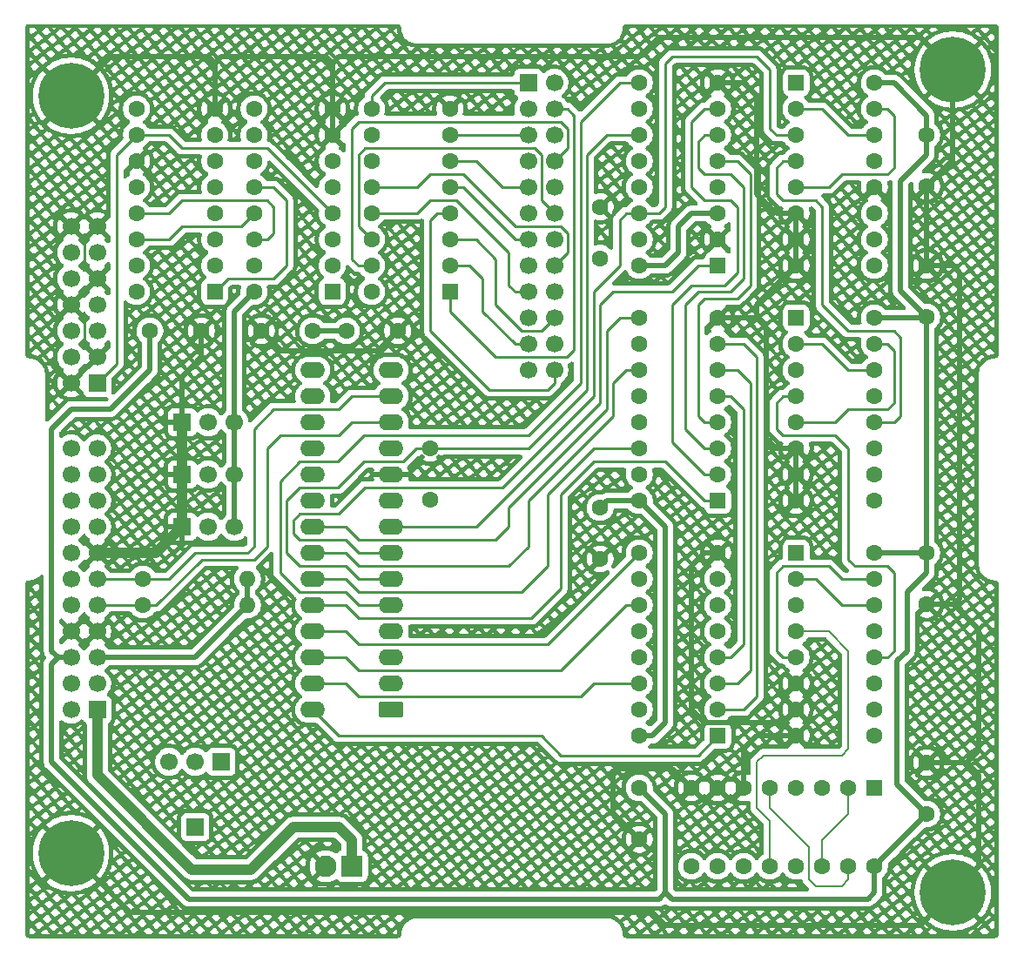
<source format=gbl>
G04 #@! TF.GenerationSoftware,KiCad,Pcbnew,9.0.1*
G04 #@! TF.CreationDate,2025-05-09T00:39:39+02:00*
G04 #@! TF.ProjectId,DistributedPulseModulation,44697374-7269-4627-9574-656450756c73,rev?*
G04 #@! TF.SameCoordinates,Original*
G04 #@! TF.FileFunction,Copper,L2,Bot*
G04 #@! TF.FilePolarity,Positive*
%FSLAX46Y46*%
G04 Gerber Fmt 4.6, Leading zero omitted, Abs format (unit mm)*
G04 Created by KiCad (PCBNEW 9.0.1) date 2025-05-09 00:39:39*
%MOMM*%
%LPD*%
G01*
G04 APERTURE LIST*
G04 Aperture macros list*
%AMRoundRect*
0 Rectangle with rounded corners*
0 $1 Rounding radius*
0 $2 $3 $4 $5 $6 $7 $8 $9 X,Y pos of 4 corners*
0 Add a 4 corners polygon primitive as box body*
4,1,4,$2,$3,$4,$5,$6,$7,$8,$9,$2,$3,0*
0 Add four circle primitives for the rounded corners*
1,1,$1+$1,$2,$3*
1,1,$1+$1,$4,$5*
1,1,$1+$1,$6,$7*
1,1,$1+$1,$8,$9*
0 Add four rect primitives between the rounded corners*
20,1,$1+$1,$2,$3,$4,$5,0*
20,1,$1+$1,$4,$5,$6,$7,0*
20,1,$1+$1,$6,$7,$8,$9,0*
20,1,$1+$1,$8,$9,$2,$3,0*%
G04 Aperture macros list end*
G04 #@! TA.AperFunction,ComponentPad*
%ADD10C,1.600000*%
G04 #@! TD*
G04 #@! TA.AperFunction,ComponentPad*
%ADD11O,1.600000X1.600000*%
G04 #@! TD*
G04 #@! TA.AperFunction,ComponentPad*
%ADD12R,1.700000X1.700000*%
G04 #@! TD*
G04 #@! TA.AperFunction,ComponentPad*
%ADD13RoundRect,0.250000X0.550000X0.550000X-0.550000X0.550000X-0.550000X-0.550000X0.550000X-0.550000X0*%
G04 #@! TD*
G04 #@! TA.AperFunction,ComponentPad*
%ADD14C,0.800000*%
G04 #@! TD*
G04 #@! TA.AperFunction,ComponentPad*
%ADD15C,6.400000*%
G04 #@! TD*
G04 #@! TA.AperFunction,ComponentPad*
%ADD16RoundRect,0.250000X-0.550000X-0.550000X0.550000X-0.550000X0.550000X0.550000X-0.550000X0.550000X0*%
G04 #@! TD*
G04 #@! TA.AperFunction,ComponentPad*
%ADD17C,1.700000*%
G04 #@! TD*
G04 #@! TA.AperFunction,ComponentPad*
%ADD18RoundRect,0.250000X0.950000X0.550000X-0.950000X0.550000X-0.950000X-0.550000X0.950000X-0.550000X0*%
G04 #@! TD*
G04 #@! TA.AperFunction,ComponentPad*
%ADD19O,2.400000X1.600000*%
G04 #@! TD*
G04 #@! TA.AperFunction,ComponentPad*
%ADD20RoundRect,0.250000X-0.550000X0.550000X-0.550000X-0.550000X0.550000X-0.550000X0.550000X0.550000X0*%
G04 #@! TD*
G04 #@! TA.AperFunction,ComponentPad*
%ADD21RoundRect,0.250001X0.799999X0.799999X-0.799999X0.799999X-0.799999X-0.799999X0.799999X-0.799999X0*%
G04 #@! TD*
G04 #@! TA.AperFunction,ComponentPad*
%ADD22C,2.100000*%
G04 #@! TD*
G04 #@! TA.AperFunction,Conductor*
%ADD23C,0.500000*%
G04 #@! TD*
G04 #@! TA.AperFunction,Conductor*
%ADD24C,0.250000*%
G04 #@! TD*
G04 #@! TA.AperFunction,Conductor*
%ADD25C,1.000000*%
G04 #@! TD*
G04 #@! TA.AperFunction,Conductor*
%ADD26C,0.400000*%
G04 #@! TD*
G04 #@! TA.AperFunction,Conductor*
%ADD27C,0.200000*%
G04 #@! TD*
G04 APERTURE END LIST*
D10*
X53340000Y-101600000D03*
D11*
X63500000Y-101600000D03*
D12*
X58420000Y-123190000D03*
D10*
X53340000Y-99060000D03*
D11*
X63500000Y-99060000D03*
D10*
X129540000Y-116920000D03*
X129540000Y-121920000D03*
D13*
X109220000Y-91440000D03*
D10*
X109220000Y-88900000D03*
X109220000Y-86360000D03*
X109220000Y-83820000D03*
X109220000Y-81280000D03*
X109220000Y-78740000D03*
X109220000Y-76200000D03*
X109220000Y-73660000D03*
X101600000Y-73660000D03*
X101600000Y-76200000D03*
X101600000Y-78740000D03*
X101600000Y-81280000D03*
X101600000Y-83820000D03*
X101600000Y-86360000D03*
X101600000Y-88900000D03*
X101600000Y-91440000D03*
D13*
X60325000Y-71120000D03*
D10*
X60325000Y-68580000D03*
X60325000Y-66040000D03*
X60325000Y-63500000D03*
X60325000Y-60960000D03*
X60325000Y-58420000D03*
X60325000Y-55880000D03*
X60325000Y-53340000D03*
X52705000Y-53340000D03*
X52705000Y-55880000D03*
X52705000Y-58420000D03*
X52705000Y-60960000D03*
X52705000Y-63500000D03*
X52705000Y-66040000D03*
X52705000Y-68580000D03*
X52705000Y-71120000D03*
D14*
X43955000Y-125730000D03*
X44657944Y-124032944D03*
X44657944Y-127427056D03*
X46355000Y-123330000D03*
D15*
X46355000Y-125730000D03*
D14*
X46355000Y-128130000D03*
X48052056Y-124032944D03*
X48052056Y-127427056D03*
X48755000Y-125730000D03*
X129680000Y-129540000D03*
X130382944Y-127842944D03*
X130382944Y-131237056D03*
X132080000Y-127140000D03*
D15*
X132080000Y-129540000D03*
D14*
X132080000Y-131940000D03*
X133777056Y-127842944D03*
X133777056Y-131237056D03*
X134480000Y-129540000D03*
D10*
X59015000Y-74930000D03*
X54015000Y-74930000D03*
D14*
X129680000Y-49530000D03*
X130382944Y-47832944D03*
X130382944Y-51227056D03*
X132080000Y-47130000D03*
D15*
X132080000Y-49530000D03*
D14*
X132080000Y-51930000D03*
X133777056Y-47832944D03*
X133777056Y-51227056D03*
X134480000Y-49530000D03*
D13*
X83185000Y-71120000D03*
D10*
X83185000Y-68580000D03*
X83185000Y-66040000D03*
X83185000Y-63500000D03*
X83185000Y-60960000D03*
X83185000Y-58420000D03*
X83185000Y-55880000D03*
X83185000Y-53340000D03*
X75565000Y-53340000D03*
X75565000Y-55880000D03*
X75565000Y-58420000D03*
X75565000Y-60960000D03*
X75565000Y-63500000D03*
X75565000Y-66040000D03*
X75565000Y-68580000D03*
X75565000Y-71120000D03*
X97790000Y-62865000D03*
X97790000Y-67865000D03*
D16*
X116840000Y-73660000D03*
D10*
X116840000Y-76200000D03*
X116840000Y-78740000D03*
X116840000Y-81280000D03*
X116840000Y-83820000D03*
X116840000Y-86360000D03*
X116840000Y-88900000D03*
X116840000Y-91440000D03*
X124460000Y-91440000D03*
X124460000Y-88900000D03*
X124460000Y-86360000D03*
X124460000Y-83820000D03*
X124460000Y-81280000D03*
X124460000Y-78740000D03*
X124460000Y-76200000D03*
X124460000Y-73660000D03*
D16*
X116840000Y-96520000D03*
D10*
X116840000Y-99060000D03*
X116840000Y-101600000D03*
X116840000Y-104140000D03*
X116840000Y-106680000D03*
X116840000Y-109220000D03*
X116840000Y-111760000D03*
X116840000Y-114300000D03*
X124460000Y-114300000D03*
X124460000Y-111760000D03*
X124460000Y-109220000D03*
X124460000Y-106680000D03*
X124460000Y-104140000D03*
X124460000Y-101600000D03*
X124460000Y-99060000D03*
X124460000Y-96520000D03*
D12*
X48895000Y-80010000D03*
D17*
X46355000Y-80010000D03*
X48895000Y-77470000D03*
X46355000Y-77470000D03*
X48895000Y-74930000D03*
X46355000Y-74930000D03*
X48895000Y-72390000D03*
X46355000Y-72390000D03*
X48895000Y-69850000D03*
X46355000Y-69850000D03*
X48895000Y-67310000D03*
X46355000Y-67310000D03*
X48895000Y-64770000D03*
X46355000Y-64770000D03*
D13*
X71755000Y-71120000D03*
D10*
X71755000Y-68580000D03*
X71755000Y-66040000D03*
X71755000Y-63500000D03*
X71755000Y-60960000D03*
X71755000Y-58420000D03*
X71755000Y-55880000D03*
X71755000Y-53340000D03*
X64135000Y-53340000D03*
X64135000Y-55880000D03*
X64135000Y-58420000D03*
X64135000Y-60960000D03*
X64135000Y-63500000D03*
X64135000Y-66040000D03*
X64135000Y-68580000D03*
X64135000Y-71120000D03*
D18*
X77470000Y-111760000D03*
D19*
X77470000Y-109220000D03*
X77470000Y-106680000D03*
X77470000Y-104140000D03*
X77470000Y-101600000D03*
X77470000Y-99060000D03*
X77470000Y-96520000D03*
X77470000Y-93980000D03*
X77470000Y-91440000D03*
X77470000Y-88900000D03*
X77470000Y-86360000D03*
X77470000Y-83820000D03*
X77470000Y-81280000D03*
X77470000Y-78740000D03*
X69850000Y-78740000D03*
X69850000Y-81280000D03*
X69850000Y-83820000D03*
X69850000Y-86360000D03*
X69850000Y-88900000D03*
X69850000Y-91440000D03*
X69850000Y-93980000D03*
X69850000Y-96520000D03*
X69850000Y-99060000D03*
X69850000Y-101600000D03*
X69850000Y-104140000D03*
X69850000Y-106680000D03*
X69850000Y-109220000D03*
X69850000Y-111760000D03*
D20*
X124460000Y-119380000D03*
D10*
X121920000Y-119380000D03*
X119380000Y-119380000D03*
X116840000Y-119380000D03*
X114300000Y-119380000D03*
X111760000Y-119380000D03*
X109220000Y-119380000D03*
X106680000Y-119380000D03*
X106680000Y-127000000D03*
X109220000Y-127000000D03*
X111760000Y-127000000D03*
X114300000Y-127000000D03*
X116840000Y-127000000D03*
X119380000Y-127000000D03*
X121920000Y-127000000D03*
X124460000Y-127000000D03*
X97790000Y-97115000D03*
X97790000Y-92115000D03*
D12*
X57150000Y-88900000D03*
D17*
X59690000Y-88900000D03*
X62230000Y-88900000D03*
D10*
X129540000Y-68580000D03*
X129540000Y-73580000D03*
D21*
X73660000Y-127000000D03*
D22*
X71120000Y-127000000D03*
D13*
X109220000Y-114300000D03*
D10*
X109220000Y-111760000D03*
X109220000Y-109220000D03*
X109220000Y-106680000D03*
X109220000Y-104140000D03*
X109220000Y-101600000D03*
X109220000Y-99060000D03*
X109220000Y-96520000D03*
X101600000Y-96520000D03*
X101600000Y-99060000D03*
X101600000Y-101600000D03*
X101600000Y-104140000D03*
X101600000Y-106680000D03*
X101600000Y-109220000D03*
X101600000Y-111760000D03*
X101600000Y-114300000D03*
D16*
X116840000Y-50800000D03*
D10*
X116840000Y-53340000D03*
X116840000Y-55880000D03*
X116840000Y-58420000D03*
X116840000Y-60960000D03*
X116840000Y-63500000D03*
X116840000Y-66040000D03*
X116840000Y-68580000D03*
X124460000Y-68580000D03*
X124460000Y-66040000D03*
X124460000Y-63500000D03*
X124460000Y-60960000D03*
X124460000Y-58420000D03*
X124460000Y-55880000D03*
X124460000Y-53340000D03*
X124460000Y-50800000D03*
X129540000Y-60880000D03*
X129540000Y-55880000D03*
X81280000Y-86360000D03*
X81280000Y-91360000D03*
D12*
X90805000Y-50800000D03*
D17*
X93345000Y-50800000D03*
X90805000Y-53340000D03*
X93345000Y-53340000D03*
X90805000Y-55880000D03*
X93345000Y-55880000D03*
X90805000Y-58420000D03*
X93345000Y-58420000D03*
X90805000Y-60960000D03*
X93345000Y-60960000D03*
X90805000Y-63500000D03*
X93345000Y-63500000D03*
X90805000Y-66040000D03*
X93345000Y-66040000D03*
X90805000Y-68580000D03*
X93345000Y-68580000D03*
X90805000Y-71120000D03*
X93345000Y-71120000D03*
X90805000Y-73660000D03*
X93345000Y-73660000D03*
X90805000Y-76200000D03*
X93345000Y-76200000D03*
X90805000Y-78740000D03*
X93345000Y-78740000D03*
D14*
X43955000Y-52070000D03*
X44657944Y-50372944D03*
X44657944Y-53767056D03*
X46355000Y-49670000D03*
D15*
X46355000Y-52070000D03*
D14*
X46355000Y-54470000D03*
X48052056Y-50372944D03*
X48052056Y-53767056D03*
X48755000Y-52070000D03*
D12*
X57150000Y-93980000D03*
D17*
X59690000Y-93980000D03*
X62230000Y-93980000D03*
D10*
X78105000Y-74930000D03*
X73105000Y-74930000D03*
X64850000Y-74930000D03*
X69850000Y-74930000D03*
D13*
X109220000Y-68580000D03*
D10*
X109220000Y-66040000D03*
X109220000Y-63500000D03*
X109220000Y-60960000D03*
X109220000Y-58420000D03*
X109220000Y-55880000D03*
X109220000Y-53340000D03*
X109220000Y-50800000D03*
X101600000Y-50800000D03*
X101600000Y-53340000D03*
X101600000Y-55880000D03*
X101600000Y-58420000D03*
X101600000Y-60960000D03*
X101600000Y-63500000D03*
X101600000Y-66040000D03*
X101600000Y-68580000D03*
X129540000Y-101520000D03*
X129540000Y-96520000D03*
D12*
X48895000Y-111760000D03*
D17*
X46355000Y-111760000D03*
X48895000Y-109220000D03*
X46355000Y-109220000D03*
X48895000Y-106680000D03*
X46355000Y-106680000D03*
X48895000Y-104140000D03*
X46355000Y-104140000D03*
X48895000Y-101600000D03*
X46355000Y-101600000D03*
X48895000Y-99060000D03*
X46355000Y-99060000D03*
X48895000Y-96520000D03*
X46355000Y-96520000D03*
X48895000Y-93980000D03*
X46355000Y-93980000D03*
X48895000Y-91440000D03*
X46355000Y-91440000D03*
X48895000Y-88900000D03*
X46355000Y-88900000D03*
X48895000Y-86360000D03*
X46355000Y-86360000D03*
D12*
X57150000Y-83820000D03*
D17*
X59690000Y-83820000D03*
X62230000Y-83820000D03*
D10*
X101600000Y-124380000D03*
X101600000Y-119380000D03*
D12*
X60960000Y-116840000D03*
D17*
X58420000Y-116840000D03*
X55880000Y-116840000D03*
D23*
X57150000Y-79375000D02*
X57150000Y-83820000D01*
X59015000Y-77510000D02*
X57150000Y-79375000D01*
X59015000Y-74930000D02*
X59015000Y-77510000D01*
D24*
X73660000Y-83820000D02*
X77470000Y-83820000D01*
X66675000Y-85090000D02*
X72390000Y-85090000D01*
X65405000Y-95885000D02*
X65405000Y-86360000D01*
X59055000Y-97155000D02*
X64135000Y-97155000D01*
X54610000Y-101600000D02*
X59055000Y-97155000D01*
X64135000Y-97155000D02*
X65405000Y-95885000D01*
X72390000Y-85090000D02*
X73660000Y-83820000D01*
X65405000Y-86360000D02*
X66675000Y-85090000D01*
X53340000Y-101600000D02*
X54610000Y-101600000D01*
X73660000Y-81280000D02*
X77470000Y-81280000D01*
X66040000Y-82550000D02*
X72390000Y-82550000D01*
X63500000Y-96520000D02*
X64135000Y-95885000D01*
X58420000Y-96520000D02*
X63500000Y-96520000D01*
X72390000Y-82550000D02*
X73660000Y-81280000D01*
X55880000Y-99060000D02*
X58420000Y-96520000D01*
X64135000Y-95885000D02*
X64135000Y-84455000D01*
X64135000Y-84455000D02*
X66040000Y-82550000D01*
X53340000Y-99060000D02*
X55880000Y-99060000D01*
D25*
X54610000Y-96520000D02*
X57150000Y-93980000D01*
X48895000Y-96520000D02*
X54610000Y-96520000D01*
X57150000Y-93980000D02*
X57150000Y-88900000D01*
X57150000Y-88900000D02*
X57150000Y-83820000D01*
D23*
X62230000Y-93980000D02*
X62230000Y-73025000D01*
X62230000Y-73025000D02*
X64135000Y-71120000D01*
D24*
X50800000Y-57785000D02*
X50800000Y-78105000D01*
X52705000Y-55880000D02*
X55880000Y-55880000D01*
X50800000Y-78105000D02*
X48895000Y-80010000D01*
X55880000Y-55880000D02*
X57150000Y-57150000D01*
X65405000Y-57150000D02*
X71755000Y-63500000D01*
X57150000Y-57150000D02*
X65405000Y-57150000D01*
X52705000Y-55880000D02*
X50800000Y-57785000D01*
X84455000Y-60960000D02*
X89535000Y-66040000D01*
X89535000Y-66040000D02*
X90805000Y-66040000D01*
X83185000Y-60960000D02*
X84455000Y-60960000D01*
X83820000Y-62230000D02*
X88900000Y-67310000D01*
X89535000Y-71120000D02*
X90805000Y-71120000D01*
X88900000Y-67310000D02*
X88900000Y-70485000D01*
X81280000Y-62230000D02*
X83820000Y-62230000D01*
X88900000Y-70485000D02*
X89535000Y-71120000D01*
X75565000Y-63500000D02*
X80010000Y-63500000D01*
X80010000Y-63500000D02*
X81280000Y-62230000D01*
X48895000Y-77470000D02*
X47625000Y-76200000D01*
D23*
X99060000Y-118110000D02*
X99060000Y-121920000D01*
X106680000Y-119380000D02*
X107950000Y-120650000D01*
X129540000Y-68580000D02*
X132080000Y-68580000D01*
D24*
X46355000Y-80010000D02*
X48895000Y-77470000D01*
D23*
X132080000Y-58340000D02*
X132080000Y-49530000D01*
X99060000Y-121920000D02*
X99140000Y-121920000D01*
D26*
X115570000Y-110490000D02*
X116840000Y-109220000D01*
X116840000Y-111760000D02*
X115570000Y-113030000D01*
D24*
X46355000Y-72390000D02*
X48895000Y-69850000D01*
D23*
X132080000Y-129540000D02*
X134620000Y-127000000D01*
X115570000Y-113030000D02*
X107950000Y-113030000D01*
X113030000Y-73660000D02*
X113976651Y-74606651D01*
X60325000Y-48895000D02*
X59690000Y-48260000D01*
X50165000Y-48260000D02*
X46355000Y-52070000D01*
X113976651Y-85401651D02*
X114935000Y-86360000D01*
D24*
X48895000Y-64770000D02*
X47625000Y-66040000D01*
D23*
X113030000Y-72390000D02*
X116840000Y-68580000D01*
X106680000Y-111760000D02*
X106680000Y-97790000D01*
X133430000Y-116920000D02*
X132000000Y-116920000D01*
D24*
X97790000Y-97115000D02*
X97750000Y-97115000D01*
D23*
X109220000Y-73660000D02*
X113030000Y-73660000D01*
X113976651Y-74606651D02*
X113976651Y-85401651D01*
X103505000Y-46355000D02*
X128905000Y-46355000D01*
X66755000Y-76835000D02*
X76200000Y-76835000D01*
X113030000Y-114300000D02*
X116840000Y-114300000D01*
X130175000Y-101520000D02*
X132160000Y-101520000D01*
X72390000Y-48260000D02*
X101600000Y-48260000D01*
X114935000Y-86360000D02*
X116840000Y-86360000D01*
X102870000Y-131445000D02*
X52070000Y-131445000D01*
D24*
X47625000Y-76200000D02*
X47625000Y-73660000D01*
X97790000Y-97115000D02*
X97790000Y-97155000D01*
D23*
X134620000Y-115730000D02*
X134620000Y-103980000D01*
X129540000Y-68580000D02*
X129540000Y-60880000D01*
X116840000Y-63500000D02*
X116840000Y-66040000D01*
X116840000Y-63500000D02*
X114935000Y-63500000D01*
X109220000Y-119380000D02*
X110490000Y-120650000D01*
D26*
X116840000Y-111760000D02*
X115570000Y-110490000D01*
D23*
X60960000Y-48260000D02*
X60325000Y-48895000D01*
X104775000Y-117475000D02*
X99695000Y-117475000D01*
X107950000Y-120650000D02*
X109220000Y-119380000D01*
X76200000Y-76835000D02*
X78105000Y-74930000D01*
X71755000Y-48895000D02*
X71120000Y-48260000D01*
X111760000Y-115570000D02*
X113030000Y-114300000D01*
X133430000Y-116920000D02*
X134620000Y-115730000D01*
X134620000Y-103980000D02*
X132160000Y-101520000D01*
X71755000Y-48895000D02*
X72390000Y-48260000D01*
X134620000Y-118110000D02*
X133430000Y-116920000D01*
X52070000Y-131445000D02*
X46355000Y-125730000D01*
X128905000Y-132715000D02*
X104140000Y-132715000D01*
D24*
X47625000Y-66040000D02*
X47625000Y-68580000D01*
D23*
X132160000Y-101520000D02*
X132715000Y-100965000D01*
X132080000Y-129540000D02*
X128905000Y-132715000D01*
D24*
X47625000Y-73660000D02*
X46355000Y-72390000D01*
D23*
X107950000Y-113030000D02*
X106680000Y-111760000D01*
X60325000Y-48895000D02*
X60325000Y-53340000D01*
X128905000Y-46355000D02*
X132080000Y-49530000D01*
X59690000Y-48260000D02*
X50165000Y-48260000D01*
X116840000Y-66040000D02*
X116840000Y-68580000D01*
X129540000Y-60880000D02*
X132080000Y-58340000D01*
X106680000Y-119380000D02*
X104775000Y-117475000D01*
X110490000Y-120650000D02*
X111760000Y-119380000D01*
X71755000Y-55880000D02*
X71755000Y-53340000D01*
X129540000Y-116920000D02*
X132000000Y-116920000D01*
X71120000Y-48260000D02*
X60960000Y-48260000D01*
X116840000Y-88900000D02*
X116840000Y-91440000D01*
X116840000Y-86360000D02*
X116840000Y-88900000D01*
X111760000Y-119380000D02*
X111760000Y-115570000D01*
X71755000Y-53340000D02*
X71755000Y-48895000D01*
X113030000Y-61595000D02*
X113030000Y-52070000D01*
X99695000Y-117475000D02*
X99060000Y-118110000D01*
D24*
X97790000Y-97115000D02*
X97830000Y-97115000D01*
D23*
X113030000Y-52070000D02*
X111760000Y-50800000D01*
X64850000Y-74930000D02*
X66755000Y-76835000D01*
D26*
X115570000Y-113030000D02*
X116840000Y-114300000D01*
D23*
X106680000Y-97790000D02*
X107950000Y-96520000D01*
X114935000Y-63500000D02*
X113030000Y-61595000D01*
X113030000Y-73660000D02*
X113030000Y-72390000D01*
X99140000Y-121920000D02*
X101600000Y-124380000D01*
D24*
X47625000Y-68580000D02*
X48895000Y-69850000D01*
D23*
X104140000Y-132715000D02*
X102870000Y-131445000D01*
X107950000Y-96520000D02*
X109220000Y-96520000D01*
X132715000Y-69215000D02*
X132080000Y-68580000D01*
X134620000Y-127000000D02*
X134620000Y-118110000D01*
X132715000Y-100965000D02*
X132715000Y-69215000D01*
X111760000Y-50800000D02*
X109220000Y-50800000D01*
X101600000Y-48260000D02*
X103505000Y-46355000D01*
D25*
X72390000Y-123190000D02*
X67945000Y-123190000D01*
X58102500Y-127317500D02*
X48895000Y-118110000D01*
X63817500Y-127317500D02*
X58102500Y-127317500D01*
X67945000Y-123190000D02*
X63817500Y-127317500D01*
X73660000Y-127000000D02*
X73660000Y-124460000D01*
X48895000Y-118110000D02*
X48895000Y-111760000D01*
X73660000Y-124460000D02*
X72390000Y-123190000D01*
D24*
X90805000Y-55880000D02*
X83185000Y-55880000D01*
X93345000Y-73660000D02*
X92075000Y-74930000D01*
X92075000Y-74930000D02*
X90170000Y-74930000D01*
X87630000Y-67945000D02*
X85725000Y-66040000D01*
X85725000Y-66040000D02*
X83185000Y-66040000D01*
X90170000Y-74930000D02*
X87630000Y-72390000D01*
X87630000Y-72390000D02*
X87630000Y-67945000D01*
X90805000Y-76200000D02*
X89535000Y-76200000D01*
X86360000Y-73025000D02*
X86360000Y-69852810D01*
X89535000Y-76200000D02*
X86360000Y-73025000D01*
X86360000Y-69852810D02*
X85087190Y-68580000D01*
X85087190Y-68580000D02*
X83185000Y-68580000D01*
X48895000Y-99060000D02*
X53340000Y-99060000D01*
X81280000Y-59690000D02*
X84455000Y-59690000D01*
X94615000Y-65405000D02*
X94615000Y-67310000D01*
X94615000Y-67310000D02*
X93345000Y-68580000D01*
X89535000Y-64770000D02*
X93980000Y-64770000D01*
X93980000Y-64770000D02*
X94615000Y-65405000D01*
X84455000Y-59690000D02*
X89535000Y-64770000D01*
X80010000Y-60960000D02*
X81280000Y-59690000D01*
X75565000Y-60960000D02*
X80010000Y-60960000D01*
X92075000Y-62230000D02*
X93345000Y-63500000D01*
X75565000Y-66040000D02*
X74295000Y-64770000D01*
X74930000Y-57150000D02*
X91440000Y-57150000D01*
X74295000Y-57785000D02*
X74930000Y-57150000D01*
X92075000Y-57785000D02*
X92075000Y-62230000D01*
X74295000Y-64770000D02*
X74295000Y-57785000D01*
X91440000Y-57150000D02*
X92075000Y-57785000D01*
X94615000Y-55245000D02*
X94615000Y-57150000D01*
X73660000Y-55245000D02*
X74295000Y-54610000D01*
X73660000Y-67945000D02*
X73660000Y-55245000D01*
X74295000Y-68580000D02*
X73660000Y-67945000D01*
X94615000Y-57150000D02*
X93345000Y-58420000D01*
X93980000Y-54610000D02*
X94615000Y-55245000D01*
X74295000Y-54610000D02*
X93980000Y-54610000D01*
X75565000Y-68580000D02*
X74295000Y-68580000D01*
X48895000Y-101600000D02*
X53340000Y-101600000D01*
X81280000Y-64135000D02*
X81915000Y-63500000D01*
X93345000Y-80010000D02*
X92710000Y-80645000D01*
X93345000Y-78740000D02*
X93345000Y-80010000D01*
X92710000Y-80645000D02*
X86995000Y-80645000D01*
X81915000Y-63500000D02*
X83185000Y-63500000D01*
X81280000Y-74930000D02*
X81280000Y-64135000D01*
X86995000Y-80645000D02*
X81280000Y-74930000D01*
X85725000Y-58420000D02*
X88265000Y-60960000D01*
X88265000Y-60960000D02*
X90805000Y-60960000D01*
X83185000Y-58420000D02*
X85725000Y-58420000D01*
X90805000Y-50800000D02*
X76835000Y-50800000D01*
X76835000Y-50800000D02*
X75565000Y-52070000D01*
X75565000Y-52070000D02*
X75565000Y-53340000D01*
X95250000Y-76752000D02*
X94532000Y-77470000D01*
X87630000Y-77470000D02*
X83185000Y-73025000D01*
X94615000Y-53340000D02*
X95250000Y-53975000D01*
X83185000Y-73025000D02*
X83185000Y-71120000D01*
X93345000Y-53340000D02*
X94615000Y-53340000D01*
X94532000Y-77470000D02*
X87630000Y-77470000D01*
X95250000Y-53975000D02*
X95250000Y-76752000D01*
X90805000Y-86360000D02*
X79906194Y-86360000D01*
X72282484Y-90170000D02*
X68580000Y-90170000D01*
X78636194Y-87630000D02*
X74822484Y-87630000D01*
X79906194Y-86360000D02*
X78636194Y-87630000D01*
X67310000Y-96520000D02*
X68580000Y-97790000D01*
X73025000Y-97790000D02*
X74295000Y-99060000D01*
X96520000Y-80645000D02*
X90805000Y-86360000D01*
X68580000Y-90170000D02*
X67310000Y-91440000D01*
X98425000Y-55880000D02*
X96520000Y-57785000D01*
X74822484Y-87630000D02*
X72282484Y-90170000D01*
X96520000Y-57785000D02*
X96520000Y-80645000D01*
X101600000Y-55880000D02*
X98425000Y-55880000D01*
X74295000Y-99060000D02*
X77470000Y-99060000D01*
X67310000Y-91440000D02*
X67310000Y-96520000D01*
X68580000Y-97790000D02*
X73025000Y-97790000D01*
X97790000Y-81915000D02*
X97790000Y-72390000D01*
X77470000Y-93980000D02*
X85725000Y-93980000D01*
X85725000Y-93980000D02*
X97790000Y-81915000D01*
X107315000Y-68580000D02*
X109220000Y-68580000D01*
X104775000Y-71120000D02*
X107315000Y-68580000D01*
X97790000Y-72390000D02*
X99060000Y-71120000D01*
X99060000Y-71120000D02*
X104775000Y-71120000D01*
X74295000Y-96520000D02*
X77470000Y-96520000D01*
X114935000Y-55880000D02*
X116840000Y-55880000D01*
X97155000Y-81280000D02*
X88265000Y-90170000D01*
X113030000Y-48260000D02*
X114300000Y-49530000D01*
X114300000Y-55245000D02*
X114935000Y-55880000D01*
X74930000Y-90170000D02*
X72390000Y-92710000D01*
X101600000Y-63500000D02*
X103505000Y-63500000D01*
X104140000Y-48895000D02*
X104775000Y-48260000D01*
X68580000Y-92710000D02*
X67945000Y-93345000D01*
X100330000Y-63500000D02*
X99695000Y-64135000D01*
X103505000Y-63500000D02*
X104140000Y-62865000D01*
X72390000Y-92710000D02*
X68580000Y-92710000D01*
X97155000Y-71120000D02*
X97155000Y-81280000D01*
X99695000Y-64135000D02*
X99695000Y-68580000D01*
X73025000Y-95250000D02*
X74295000Y-96520000D01*
X67945000Y-93345000D02*
X67945000Y-94615000D01*
X68580000Y-95250000D02*
X73025000Y-95250000D01*
X67945000Y-94615000D02*
X68580000Y-95250000D01*
X104140000Y-62865000D02*
X104140000Y-48895000D01*
X99695000Y-68580000D02*
X97155000Y-71120000D01*
X88265000Y-90170000D02*
X74930000Y-90170000D01*
X104775000Y-48260000D02*
X113030000Y-48260000D01*
X114300000Y-49530000D02*
X114300000Y-55245000D01*
X101600000Y-63500000D02*
X100330000Y-63500000D01*
X73025000Y-100330000D02*
X74295000Y-101600000D01*
X95885000Y-54610000D02*
X95885000Y-80010000D01*
X72267104Y-87630000D02*
X68580000Y-87630000D01*
X74295000Y-101600000D02*
X77470000Y-101600000D01*
X90805000Y-85090000D02*
X74807104Y-85090000D01*
X99695000Y-50800000D02*
X95885000Y-54610000D01*
X101600000Y-50800000D02*
X99695000Y-50800000D01*
X66675000Y-98425000D02*
X68580000Y-100330000D01*
X74807104Y-85090000D02*
X72267104Y-87630000D01*
X68580000Y-87630000D02*
X66675000Y-89535000D01*
X95885000Y-80010000D02*
X90805000Y-85090000D01*
X66675000Y-89535000D02*
X66675000Y-98425000D01*
X68580000Y-100330000D02*
X73025000Y-100330000D01*
X97155000Y-109220000D02*
X101600000Y-109220000D01*
X69850000Y-109220000D02*
X73025000Y-109220000D01*
X73025000Y-109220000D02*
X74295000Y-110490000D01*
X95885000Y-110490000D02*
X97155000Y-109220000D01*
X74295000Y-110490000D02*
X95885000Y-110490000D01*
X73025000Y-101600000D02*
X74295000Y-102870000D01*
X104140000Y-87630000D02*
X107950000Y-91440000D01*
X93980000Y-100012500D02*
X93980000Y-90805000D01*
X69850000Y-101600000D02*
X73025000Y-101600000D01*
X74295000Y-102870000D02*
X91122500Y-102870000D01*
X91122500Y-102870000D02*
X93980000Y-100012500D01*
X107950000Y-91440000D02*
X109220000Y-91440000D01*
X93980000Y-90805000D02*
X97155000Y-87630000D01*
X97155000Y-87630000D02*
X104140000Y-87630000D01*
X69850000Y-104140000D02*
X73025000Y-104140000D01*
X74295000Y-105410000D02*
X92710000Y-105410000D01*
X92710000Y-105410000D02*
X101600000Y-96520000D01*
X73025000Y-104140000D02*
X74295000Y-105410000D01*
X93980000Y-107950000D02*
X100330000Y-101600000D01*
X69850000Y-106680000D02*
X73025000Y-106680000D01*
X74295000Y-107950000D02*
X93980000Y-107950000D01*
X100330000Y-101600000D02*
X101600000Y-101600000D01*
X73025000Y-106680000D02*
X74295000Y-107950000D01*
X107315000Y-116205000D02*
X93980000Y-116205000D01*
X92075000Y-114300000D02*
X93980000Y-116205000D01*
X107315000Y-116205000D02*
X109220000Y-114300000D01*
X72390000Y-114300000D02*
X92075000Y-114300000D01*
X69850000Y-111760000D02*
X72390000Y-114300000D01*
X73025000Y-96520000D02*
X74295000Y-97790000D01*
X99060000Y-80010000D02*
X100330000Y-78740000D01*
X99060000Y-83185000D02*
X99060000Y-80010000D01*
X100330000Y-78740000D02*
X101600000Y-78740000D01*
X88900000Y-97790000D02*
X90805000Y-95885000D01*
X90805000Y-95885000D02*
X90805000Y-91440000D01*
X90805000Y-91440000D02*
X99060000Y-83185000D01*
X69850000Y-96520000D02*
X73025000Y-96520000D01*
X74295000Y-97790000D02*
X88900000Y-97790000D01*
X99695000Y-73660000D02*
X101600000Y-73660000D01*
X88900000Y-92075000D02*
X98425000Y-82550000D01*
X73025000Y-93980000D02*
X74295000Y-95250000D01*
X98425000Y-74930000D02*
X99695000Y-73660000D01*
X98425000Y-82550000D02*
X98425000Y-74930000D01*
X87630000Y-95250000D02*
X88900000Y-93980000D01*
X69850000Y-93980000D02*
X73025000Y-93980000D01*
X74295000Y-95250000D02*
X87630000Y-95250000D01*
X88900000Y-93980000D02*
X88900000Y-92075000D01*
X69850000Y-99060000D02*
X73026405Y-99060000D01*
X73026405Y-99060000D02*
X74296405Y-100330000D01*
X74296405Y-100330000D02*
X90170000Y-100330000D01*
X97155000Y-86360000D02*
X101600000Y-86360000D01*
X92710000Y-97790000D02*
X92710000Y-90805000D01*
X92710000Y-90805000D02*
X97155000Y-86360000D01*
X90170000Y-100330000D02*
X92710000Y-97790000D01*
X107315000Y-56515000D02*
X107315000Y-59055000D01*
X110490000Y-71120000D02*
X107315000Y-71120000D01*
X107950000Y-86360000D02*
X109220000Y-86360000D01*
X110490000Y-59690000D02*
X111760000Y-60960000D01*
X107950000Y-55880000D02*
X107315000Y-56515000D01*
X107315000Y-71120000D02*
X106045000Y-72390000D01*
X107315000Y-59055000D02*
X107950000Y-59690000D01*
X109220000Y-55880000D02*
X107950000Y-55880000D01*
X111760000Y-60960000D02*
X111760000Y-69850000D01*
X107950000Y-59690000D02*
X110490000Y-59690000D01*
X106045000Y-84455000D02*
X107950000Y-86360000D01*
X111760000Y-69850000D02*
X110490000Y-71120000D01*
X106045000Y-72390000D02*
X106045000Y-84455000D01*
X112395000Y-70485000D02*
X111125000Y-71755000D01*
X107950000Y-71755000D02*
X107315000Y-72390000D01*
X109220000Y-58420000D02*
X111125000Y-58420000D01*
X111125000Y-71755000D02*
X107950000Y-71755000D01*
X107315000Y-72390000D02*
X107315000Y-83185000D01*
X107315000Y-83185000D02*
X107950000Y-83820000D01*
X112395000Y-59690000D02*
X112395000Y-70485000D01*
X111125000Y-58420000D02*
X112395000Y-59690000D01*
X107950000Y-83820000D02*
X109220000Y-83820000D01*
X109220000Y-53340000D02*
X107950000Y-53340000D01*
X109855000Y-70485000D02*
X106680000Y-70485000D01*
X104775000Y-72390000D02*
X104775000Y-85725000D01*
X110490000Y-62230000D02*
X111125000Y-62865000D01*
X107950000Y-88900000D02*
X109220000Y-88900000D01*
X104775000Y-85725000D02*
X107950000Y-88900000D01*
X107950000Y-53340000D02*
X106680000Y-54610000D01*
X111125000Y-69215000D02*
X109855000Y-70485000D01*
X106680000Y-70485000D02*
X104775000Y-72390000D01*
X111125000Y-62865000D02*
X111125000Y-69215000D01*
X106680000Y-54610000D02*
X106680000Y-60960000D01*
X107950000Y-62230000D02*
X110490000Y-62230000D01*
X106680000Y-60960000D02*
X107950000Y-62230000D01*
X109220000Y-78740000D02*
X111125000Y-78740000D01*
X111125000Y-78740000D02*
X112395000Y-80010000D01*
X111125000Y-109220000D02*
X109220000Y-109220000D01*
X112395000Y-107950000D02*
X111125000Y-109220000D01*
X112395000Y-80010000D02*
X112395000Y-107950000D01*
X109220000Y-81280000D02*
X110490000Y-81280000D01*
X111760000Y-105410000D02*
X110490000Y-106680000D01*
X111760000Y-82550000D02*
X111760000Y-105410000D01*
X110490000Y-106680000D02*
X109220000Y-106680000D01*
X110490000Y-81280000D02*
X111760000Y-82550000D01*
X111760000Y-76200000D02*
X113030000Y-77470000D01*
X113030000Y-77470000D02*
X113030000Y-110490000D01*
X109220000Y-76200000D02*
X111760000Y-76200000D01*
X111760000Y-111760000D02*
X109220000Y-111760000D01*
X113030000Y-110490000D02*
X111760000Y-111760000D01*
D23*
X54015000Y-78700000D02*
X50165000Y-82550000D01*
X126678530Y-107001470D02*
X127635000Y-106045000D01*
X106680000Y-63500000D02*
X105410000Y-64770000D01*
X44450000Y-84455000D02*
X44450000Y-106045000D01*
X124460000Y-129540000D02*
X123825000Y-130175000D01*
X69850000Y-74930000D02*
X73105000Y-74930000D01*
X44450000Y-116840000D02*
X44450000Y-107315000D01*
X129540000Y-73580000D02*
X129540000Y-96520000D01*
X44450000Y-106045000D02*
X45085000Y-106680000D01*
X97790000Y-92115000D02*
X98465000Y-91440000D01*
X50165000Y-82550000D02*
X46355000Y-82550000D01*
X104140000Y-113030000D02*
X104140000Y-93980000D01*
X104140000Y-68580000D02*
X101600000Y-68580000D01*
X129540000Y-98425000D02*
X129540000Y-96520000D01*
X103505000Y-130175000D02*
X57785000Y-130175000D01*
X129540000Y-73580000D02*
X127000000Y-71040000D01*
X101600000Y-114300000D02*
X102870000Y-114300000D01*
X63500000Y-99060000D02*
X63500000Y-101600000D01*
X129540000Y-53975000D02*
X126365000Y-50800000D01*
X58420000Y-106680000D02*
X48895000Y-106680000D01*
X105410000Y-64770000D02*
X105410000Y-67310000D01*
X105410000Y-67310000D02*
X104140000Y-68580000D01*
X44450000Y-107315000D02*
X45085000Y-106680000D01*
X126365000Y-50800000D02*
X124460000Y-50800000D01*
X104140000Y-93980000D02*
X101600000Y-91440000D01*
X127000000Y-60325000D02*
X129540000Y-57785000D01*
X126678530Y-119058530D02*
X126678530Y-107001470D01*
X129540000Y-96520000D02*
X124460000Y-96520000D01*
X45085000Y-106680000D02*
X46355000Y-106680000D01*
X104140000Y-128270000D02*
X104140000Y-121920000D01*
X129540000Y-121920000D02*
X126678530Y-119058530D01*
X129540000Y-57785000D02*
X129540000Y-53975000D01*
X102870000Y-114300000D02*
X104140000Y-113030000D01*
X104140000Y-121920000D02*
X101600000Y-119380000D01*
X46355000Y-82550000D02*
X44450000Y-84455000D01*
X98465000Y-91440000D02*
X101600000Y-91440000D01*
X129460000Y-73660000D02*
X124460000Y-73660000D01*
X104775000Y-130175000D02*
X104140000Y-129540000D01*
X57785000Y-130175000D02*
X44450000Y-116840000D01*
X127000000Y-71040000D02*
X127000000Y-60325000D01*
X104140000Y-129540000D02*
X103505000Y-130175000D01*
X124460000Y-127000000D02*
X124460000Y-129540000D01*
X127635000Y-100330000D02*
X129540000Y-98425000D01*
X54015000Y-74930000D02*
X54015000Y-78700000D01*
X63500000Y-101600000D02*
X58420000Y-106680000D01*
X104140000Y-128270000D02*
X104140000Y-129540000D01*
X109220000Y-63500000D02*
X106680000Y-63500000D01*
X129540000Y-73580000D02*
X129460000Y-73660000D01*
X129540000Y-121920000D02*
X124460000Y-127000000D01*
X127635000Y-106045000D02*
X127635000Y-100330000D01*
X123825000Y-130175000D02*
X104775000Y-130175000D01*
D24*
X60325000Y-71120000D02*
X61595000Y-69850000D01*
X66040000Y-69850000D02*
X67310000Y-68580000D01*
X61595000Y-69850000D02*
X66040000Y-69850000D01*
X66040000Y-60960000D02*
X64135000Y-60960000D01*
X67310000Y-68580000D02*
X67310000Y-62230000D01*
X67310000Y-62230000D02*
X66040000Y-60960000D01*
X52705000Y-66040000D02*
X55880000Y-66040000D01*
X62865000Y-64770000D02*
X64135000Y-63500000D01*
X55880000Y-66040000D02*
X57150000Y-64770000D01*
X57150000Y-64770000D02*
X62865000Y-64770000D01*
X66040000Y-62865000D02*
X65405000Y-62230000D01*
X64135000Y-66040000D02*
X65405000Y-66040000D01*
X57150000Y-62230000D02*
X55880000Y-63500000D01*
X65405000Y-66040000D02*
X66040000Y-65405000D01*
X66040000Y-65405000D02*
X66040000Y-62865000D01*
X65405000Y-62230000D02*
X57150000Y-62230000D01*
X55880000Y-63500000D02*
X52705000Y-63500000D01*
X119380000Y-53340000D02*
X121920000Y-55880000D01*
X121920000Y-55880000D02*
X124460000Y-55880000D01*
X116840000Y-53340000D02*
X119380000Y-53340000D01*
X121285000Y-59690000D02*
X125730000Y-59690000D01*
X125730000Y-53340000D02*
X124460000Y-53340000D01*
X126365000Y-53975000D02*
X125730000Y-53340000D01*
X120015000Y-60960000D02*
X121285000Y-59690000D01*
X126365000Y-59055000D02*
X126365000Y-53975000D01*
X125730000Y-59690000D02*
X126365000Y-59055000D01*
X116840000Y-60960000D02*
X120015000Y-60960000D01*
X115570000Y-58420000D02*
X116840000Y-58420000D01*
X114935000Y-61595000D02*
X114935000Y-59055000D01*
X126365000Y-83820000D02*
X127000000Y-83185000D01*
X121920000Y-74930000D02*
X119380000Y-72390000D01*
X118745000Y-62230000D02*
X115570000Y-62230000D01*
X127000000Y-83185000D02*
X127000000Y-75565000D01*
X127000000Y-75565000D02*
X126365000Y-74930000D01*
X114935000Y-59055000D02*
X115570000Y-58420000D01*
X115570000Y-62230000D02*
X114935000Y-61595000D01*
X119380000Y-72390000D02*
X119380000Y-62865000D01*
X126365000Y-74930000D02*
X121920000Y-74930000D01*
X119380000Y-62865000D02*
X118745000Y-62230000D01*
X124460000Y-83820000D02*
X126365000Y-83820000D01*
X119380000Y-76200000D02*
X121920000Y-78740000D01*
X116840000Y-76200000D02*
X119380000Y-76200000D01*
X121920000Y-78740000D02*
X124460000Y-78740000D01*
X125730000Y-76200000D02*
X124460000Y-76200000D01*
X116840000Y-83820000D02*
X120650000Y-83820000D01*
X126365000Y-76835000D02*
X125730000Y-76200000D01*
X125730000Y-82550000D02*
X126365000Y-81915000D01*
X126365000Y-81915000D02*
X126365000Y-76835000D01*
X121920000Y-82550000D02*
X125730000Y-82550000D01*
X120650000Y-83820000D02*
X121920000Y-82550000D01*
X126365000Y-106045000D02*
X126365000Y-98425000D01*
X120650000Y-85090000D02*
X115570000Y-85090000D01*
X121920000Y-97155000D02*
X121920000Y-86360000D01*
X124460000Y-106680000D02*
X125730000Y-106680000D01*
X115570000Y-85090000D02*
X114935000Y-84455000D01*
X115570000Y-81280000D02*
X116840000Y-81280000D01*
X126365000Y-98425000D02*
X125730000Y-97790000D01*
X121920000Y-86360000D02*
X120650000Y-85090000D01*
X125730000Y-106680000D02*
X126365000Y-106045000D01*
X122555000Y-97790000D02*
X121920000Y-97155000D01*
X114935000Y-84455000D02*
X114935000Y-81915000D01*
X114935000Y-81915000D02*
X115570000Y-81280000D01*
X125730000Y-97790000D02*
X122555000Y-97790000D01*
D27*
X114300000Y-122555000D02*
X114300000Y-127000000D01*
X120015000Y-104140000D02*
X121920000Y-106045000D01*
X113665000Y-116205000D02*
X113030000Y-116840000D01*
X121920000Y-106045000D02*
X121920000Y-115570000D01*
X113030000Y-116840000D02*
X113030000Y-121285000D01*
X116840000Y-104140000D02*
X120015000Y-104140000D01*
X113030000Y-121285000D02*
X114300000Y-122555000D01*
X121285000Y-116205000D02*
X113665000Y-116205000D01*
X121920000Y-115570000D02*
X121285000Y-116205000D01*
D24*
X118745000Y-99060000D02*
X121285000Y-101600000D01*
X116840000Y-99060000D02*
X118745000Y-99060000D01*
X121285000Y-101600000D02*
X124460000Y-101600000D01*
X121285000Y-99060000D02*
X120015000Y-97790000D01*
X120015000Y-97790000D02*
X115570000Y-97790000D01*
X114935000Y-98425000D02*
X114935000Y-106045000D01*
X115570000Y-106680000D02*
X116840000Y-106680000D01*
X114935000Y-106045000D02*
X115570000Y-106680000D01*
X124460000Y-99060000D02*
X121285000Y-99060000D01*
X115570000Y-97790000D02*
X114935000Y-98425000D01*
D27*
X114300000Y-121285000D02*
X118110000Y-125095000D01*
X121920000Y-128270000D02*
X121285000Y-128905000D01*
X114300000Y-119380000D02*
X114300000Y-121285000D01*
X118110000Y-128270000D02*
X118110000Y-125095000D01*
X118745000Y-128905000D02*
X118110000Y-128270000D01*
X121285000Y-128905000D02*
X118745000Y-128905000D01*
X121920000Y-127000000D02*
X121920000Y-128270000D01*
X119380000Y-124460000D02*
X119380000Y-127000000D01*
X121920000Y-119380000D02*
X121920000Y-121920000D01*
X121920000Y-121920000D02*
X119380000Y-124460000D01*
G04 #@! TA.AperFunction,Conductor*
G36*
X78132392Y-45087827D02*
G01*
X78186084Y-45096331D01*
X78186091Y-45096332D01*
X78242327Y-45114603D01*
X78277352Y-45132449D01*
X78277356Y-45132451D01*
X78325195Y-45167209D01*
X78352989Y-45195003D01*
X78387745Y-45242839D01*
X78405594Y-45277868D01*
X78423868Y-45334108D01*
X78432372Y-45387799D01*
X78434699Y-45417366D01*
X78434699Y-45485685D01*
X78434700Y-45485702D01*
X78434700Y-45516070D01*
X78434701Y-45516087D01*
X78467025Y-45740911D01*
X78467026Y-45740913D01*
X78467027Y-45740916D01*
X78531023Y-45958866D01*
X78531024Y-45958868D01*
X78622184Y-46158481D01*
X78625386Y-46165491D01*
X78748193Y-46356583D01*
X78896946Y-46528253D01*
X79068616Y-46677006D01*
X79259708Y-46799814D01*
X79259712Y-46799816D01*
X79259716Y-46799818D01*
X79328852Y-46831391D01*
X79466332Y-46894176D01*
X79632946Y-46943098D01*
X79684279Y-46958171D01*
X79684280Y-46958171D01*
X79684283Y-46958172D01*
X79829203Y-46979009D01*
X79909114Y-46990499D01*
X79909116Y-46990499D01*
X79909122Y-46990500D01*
X79909126Y-46990500D01*
X98484215Y-46990500D01*
X98484235Y-46990499D01*
X98525868Y-46990499D01*
X98525874Y-46990499D01*
X98664825Y-46970521D01*
X98750709Y-46958173D01*
X98750709Y-46958172D01*
X98750714Y-46958172D01*
X98968665Y-46894176D01*
X99175290Y-46799814D01*
X99366382Y-46677006D01*
X99469017Y-46588072D01*
X100032527Y-46588072D01*
X100154957Y-46744774D01*
X100561493Y-46427153D01*
X101177091Y-46427153D01*
X101560032Y-46917296D01*
X101966569Y-46599675D01*
X102582167Y-46599675D01*
X102965108Y-47089818D01*
X103371644Y-46772197D01*
X103987243Y-46772197D01*
X104370184Y-47262338D01*
X104776719Y-46944718D01*
X105392319Y-46944718D01*
X105599970Y-47210500D01*
X106062430Y-47210500D01*
X106181797Y-47117240D01*
X106797394Y-47117240D01*
X106870257Y-47210500D01*
X107659586Y-47210500D01*
X108303922Y-47210500D01*
X108929874Y-47210500D01*
X109929816Y-47210500D01*
X110200162Y-47210500D01*
X110097689Y-47079342D01*
X109929816Y-47210500D01*
X108929874Y-47210500D01*
X108692614Y-46906820D01*
X108303922Y-47210500D01*
X107659586Y-47210500D01*
X107287537Y-46734298D01*
X106797394Y-47117240D01*
X106181797Y-47117240D01*
X106265403Y-47051919D01*
X105882461Y-46561777D01*
X105392319Y-46944718D01*
X104776719Y-46944718D01*
X104860326Y-46879397D01*
X104477385Y-46389255D01*
X103987243Y-46772197D01*
X103371644Y-46772197D01*
X103455251Y-46706876D01*
X103072310Y-46216734D01*
X102582167Y-46599675D01*
X101966569Y-46599675D01*
X102050175Y-46534355D01*
X101667234Y-46044212D01*
X101177091Y-46427153D01*
X100561493Y-46427153D01*
X100645099Y-46361833D01*
X100335551Y-45965630D01*
X100301030Y-46083198D01*
X100299043Y-46089549D01*
X100298615Y-46090837D01*
X100296339Y-46097291D01*
X100291147Y-46111210D01*
X100288680Y-46117482D01*
X100288161Y-46118735D01*
X100285467Y-46124922D01*
X100184933Y-46345061D01*
X100182032Y-46351127D01*
X100181425Y-46352340D01*
X100178289Y-46358335D01*
X100171169Y-46371375D01*
X100167793Y-46377302D01*
X100167100Y-46378469D01*
X100163590Y-46384149D01*
X100032750Y-46587740D01*
X100032527Y-46588072D01*
X99469017Y-46588072D01*
X99538052Y-46528253D01*
X99686805Y-46356584D01*
X99809613Y-46165491D01*
X99903975Y-45958867D01*
X99967972Y-45740916D01*
X99970886Y-45720653D01*
X99982718Y-45638355D01*
X100560814Y-45638355D01*
X100943755Y-46128497D01*
X101350292Y-45810876D01*
X101965889Y-45810876D01*
X102348831Y-46301019D01*
X102755368Y-45983398D01*
X103370966Y-45983398D01*
X103753907Y-46473541D01*
X104160443Y-46155920D01*
X104776041Y-46155920D01*
X105158983Y-46646062D01*
X105565520Y-46328441D01*
X106181117Y-46328441D01*
X106564059Y-46818584D01*
X106970595Y-46500963D01*
X107586193Y-46500963D01*
X107969135Y-46991106D01*
X108375672Y-46673484D01*
X108991269Y-46673484D01*
X109374210Y-47163627D01*
X109780747Y-46846006D01*
X110396345Y-46846006D01*
X110681119Y-47210500D01*
X110940111Y-47210500D01*
X111185823Y-47018528D01*
X111801421Y-47018528D01*
X111951407Y-47210500D01*
X112566004Y-47210500D01*
X112590899Y-47191050D01*
X113206496Y-47191050D01*
X113237944Y-47231301D01*
X113305965Y-47244831D01*
X113315075Y-47246879D01*
X113316885Y-47247333D01*
X113325767Y-47249792D01*
X113345322Y-47255724D01*
X113354192Y-47258656D01*
X113355948Y-47259285D01*
X113364541Y-47262602D01*
X113498712Y-47318177D01*
X113507119Y-47321901D01*
X113508806Y-47322698D01*
X113517173Y-47326908D01*
X113535195Y-47336542D01*
X113543259Y-47341110D01*
X113544859Y-47342069D01*
X113552697Y-47347032D01*
X113673446Y-47427714D01*
X113681031Y-47433056D01*
X113682529Y-47434167D01*
X113689840Y-47439873D01*
X113705637Y-47452837D01*
X113712636Y-47458873D01*
X113714019Y-47460126D01*
X113720764Y-47466547D01*
X113783663Y-47529446D01*
X113995974Y-47363571D01*
X114611573Y-47363571D01*
X114994515Y-47853714D01*
X115401050Y-47536093D01*
X116016649Y-47536093D01*
X116399590Y-48026235D01*
X116806127Y-47708614D01*
X117421725Y-47708614D01*
X117804666Y-48198757D01*
X118211202Y-47881136D01*
X118826800Y-47881136D01*
X119209742Y-48371279D01*
X119616278Y-48053658D01*
X120231876Y-48053658D01*
X120614818Y-48543800D01*
X121021355Y-48226179D01*
X121636952Y-48226179D01*
X122019894Y-48716322D01*
X122426430Y-48398701D01*
X123042028Y-48398701D01*
X123424970Y-48888844D01*
X123831506Y-48571222D01*
X124447104Y-48571222D01*
X124830045Y-49061365D01*
X125236582Y-48743744D01*
X125852180Y-48743744D01*
X126235122Y-49233887D01*
X126641657Y-48916266D01*
X127257256Y-48916266D01*
X127640197Y-49406408D01*
X127715176Y-49347828D01*
X128372000Y-49347828D01*
X128372000Y-49712171D01*
X128407709Y-50074729D01*
X128407713Y-50074753D01*
X128478785Y-50432054D01*
X128478785Y-50432057D01*
X128584546Y-50780701D01*
X128723958Y-51117270D01*
X128723964Y-51117284D01*
X128895700Y-51438579D01*
X128895705Y-51438588D01*
X129098116Y-51741518D01*
X129283445Y-51967343D01*
X130783367Y-50467421D01*
X130859588Y-50572330D01*
X131037670Y-50750412D01*
X131142577Y-50826631D01*
X129642655Y-52326553D01*
X129868481Y-52511883D01*
X130171411Y-52714294D01*
X130171420Y-52714299D01*
X130492715Y-52886035D01*
X130492729Y-52886041D01*
X130829298Y-53025453D01*
X131177944Y-53131214D01*
X131535246Y-53202286D01*
X131535270Y-53202290D01*
X131897828Y-53237999D01*
X131897842Y-53238000D01*
X132262158Y-53238000D01*
X132262171Y-53237999D01*
X132624729Y-53202290D01*
X132624753Y-53202286D01*
X132982054Y-53131214D01*
X132982057Y-53131214D01*
X133330701Y-53025453D01*
X133337992Y-53022433D01*
X134276207Y-53022433D01*
X134320534Y-53079168D01*
X134727070Y-52761547D01*
X135342668Y-52761547D01*
X135725610Y-53251690D01*
X136108499Y-52952544D01*
X136108499Y-52731469D01*
X135832811Y-52378606D01*
X135342668Y-52761547D01*
X134727070Y-52761547D01*
X134810676Y-52696227D01*
X134776282Y-52652203D01*
X134551479Y-52836696D01*
X134547781Y-52839653D01*
X134547046Y-52840226D01*
X134543442Y-52842968D01*
X134535240Y-52849052D01*
X134531555Y-52851717D01*
X134530792Y-52852255D01*
X134526880Y-52854940D01*
X134276207Y-53022433D01*
X133337992Y-53022433D01*
X133667270Y-52886041D01*
X133667284Y-52886035D01*
X133988579Y-52714299D01*
X133988588Y-52714294D01*
X134291512Y-52511887D01*
X134468781Y-52366405D01*
X135033948Y-52366405D01*
X135109332Y-52462892D01*
X135599475Y-52079950D01*
X135457495Y-51898224D01*
X135404940Y-51976880D01*
X135402255Y-51980792D01*
X135401717Y-51981555D01*
X135399052Y-51985240D01*
X135392968Y-51993442D01*
X135390226Y-51997046D01*
X135389653Y-51997781D01*
X135386696Y-52001479D01*
X135139873Y-52302232D01*
X135078748Y-52351152D01*
X135064376Y-52358386D01*
X135033948Y-52366405D01*
X134468781Y-52366405D01*
X134517342Y-52326552D01*
X133017422Y-50826632D01*
X133122330Y-50750412D01*
X133300412Y-50572330D01*
X133376632Y-50467422D01*
X134876552Y-51967342D01*
X135061887Y-51741512D01*
X135184747Y-51557639D01*
X135672358Y-51557639D01*
X135898131Y-51846614D01*
X136108499Y-51682257D01*
X136108499Y-51105575D01*
X136005332Y-50973529D01*
X135917398Y-51042231D01*
X135818415Y-51281200D01*
X135816554Y-51285539D01*
X135816175Y-51286393D01*
X135814273Y-51290544D01*
X135809906Y-51299776D01*
X135807899Y-51303888D01*
X135807481Y-51304719D01*
X135805321Y-51308884D01*
X135672358Y-51557639D01*
X135184747Y-51557639D01*
X135264294Y-51438588D01*
X135264299Y-51438579D01*
X135436035Y-51117284D01*
X135436041Y-51117270D01*
X135575453Y-50780701D01*
X135681214Y-50432057D01*
X135681214Y-50432054D01*
X135752286Y-50074753D01*
X135752290Y-50074729D01*
X135787999Y-49712171D01*
X135788000Y-49712157D01*
X135788000Y-49347842D01*
X135787999Y-49347828D01*
X135752290Y-48985270D01*
X135752286Y-48985246D01*
X135681214Y-48627945D01*
X135681214Y-48627942D01*
X135612207Y-48400458D01*
X136046926Y-48400458D01*
X136080784Y-48512071D01*
X136082079Y-48516538D01*
X136082328Y-48517438D01*
X136083508Y-48521917D01*
X136085989Y-48531823D01*
X136087065Y-48536355D01*
X136087269Y-48537264D01*
X136088224Y-48541778D01*
X136108499Y-48643706D01*
X136108499Y-48352352D01*
X136046926Y-48400458D01*
X135612207Y-48400458D01*
X135575453Y-48279298D01*
X135436041Y-47942729D01*
X135436035Y-47942715D01*
X135264299Y-47621420D01*
X135264294Y-47621411D01*
X135147254Y-47446248D01*
X135642366Y-47446248D01*
X135805321Y-47751116D01*
X135807481Y-47755281D01*
X135807899Y-47756112D01*
X135809906Y-47760224D01*
X135814273Y-47769456D01*
X135816175Y-47773607D01*
X135816554Y-47774461D01*
X135818415Y-47778800D01*
X135918315Y-48019982D01*
X136108499Y-47871395D01*
X136108499Y-47853788D01*
X135734098Y-47374579D01*
X135642366Y-47446248D01*
X135147254Y-47446248D01*
X135061883Y-47318481D01*
X134876553Y-47092655D01*
X133376631Y-48592577D01*
X133300412Y-48487670D01*
X133122330Y-48309588D01*
X133017420Y-48233367D01*
X134517343Y-46733445D01*
X134455786Y-46682927D01*
X134993479Y-46682927D01*
X135064377Y-46701613D01*
X135078749Y-46708847D01*
X135139874Y-46757768D01*
X135386696Y-47058522D01*
X135389653Y-47062219D01*
X135390226Y-47062954D01*
X135392968Y-47066558D01*
X135399052Y-47074760D01*
X135401717Y-47078445D01*
X135402255Y-47079208D01*
X135404940Y-47083119D01*
X135434647Y-47127578D01*
X135500762Y-47075923D01*
X135117821Y-46585780D01*
X134993479Y-46682927D01*
X134455786Y-46682927D01*
X134291518Y-46548116D01*
X133988588Y-46345705D01*
X133988579Y-46345700D01*
X133667284Y-46173964D01*
X133667270Y-46173958D01*
X133330701Y-46034546D01*
X133242591Y-46007818D01*
X134231685Y-46007818D01*
X134526880Y-46205060D01*
X134530792Y-46207745D01*
X134531555Y-46208283D01*
X134535240Y-46210948D01*
X134543442Y-46217032D01*
X134547046Y-46219774D01*
X134547781Y-46220347D01*
X134551478Y-46223304D01*
X134753726Y-46389284D01*
X134800878Y-46352445D01*
X135416477Y-46352445D01*
X135799419Y-46842587D01*
X136108499Y-46601108D01*
X136108499Y-46227895D01*
X135906620Y-45969503D01*
X135416477Y-46352445D01*
X134800878Y-46352445D01*
X134884486Y-46287124D01*
X134501544Y-45796981D01*
X134231685Y-46007818D01*
X133242591Y-46007818D01*
X132982055Y-45928785D01*
X132624753Y-45857713D01*
X132624729Y-45857709D01*
X132262171Y-45822000D01*
X131897828Y-45822000D01*
X131535270Y-45857709D01*
X131535246Y-45857713D01*
X131177945Y-45928785D01*
X131177942Y-45928785D01*
X130829298Y-46034546D01*
X130492729Y-46173958D01*
X130492715Y-46173964D01*
X130171420Y-46345700D01*
X130171411Y-46345705D01*
X129868482Y-46548116D01*
X129868472Y-46548123D01*
X129642656Y-46733446D01*
X131142577Y-48233367D01*
X131037670Y-48309588D01*
X130859588Y-48487670D01*
X130783367Y-48592577D01*
X129283446Y-47092656D01*
X129098123Y-47318472D01*
X129098116Y-47318482D01*
X128895705Y-47621411D01*
X128895700Y-47621420D01*
X128723964Y-47942715D01*
X128723958Y-47942729D01*
X128584546Y-48279298D01*
X128478785Y-48627942D01*
X128478785Y-48627945D01*
X128407713Y-48985246D01*
X128407709Y-48985270D01*
X128372000Y-49347828D01*
X127715176Y-49347828D01*
X127973895Y-49145694D01*
X127994214Y-48939410D01*
X127994723Y-48934818D01*
X127994837Y-48933893D01*
X127995463Y-48929285D01*
X127996961Y-48919184D01*
X127997677Y-48914723D01*
X127997836Y-48913803D01*
X127998706Y-48909119D01*
X128007288Y-48865968D01*
X127747399Y-48533324D01*
X127257256Y-48916266D01*
X126641657Y-48916266D01*
X126725264Y-48850945D01*
X126342323Y-48360802D01*
X125852180Y-48743744D01*
X125236582Y-48743744D01*
X125320188Y-48678424D01*
X124937247Y-48188281D01*
X124447104Y-48571222D01*
X123831506Y-48571222D01*
X123915112Y-48505902D01*
X123532171Y-48015759D01*
X123042028Y-48398701D01*
X122426430Y-48398701D01*
X122510037Y-48333380D01*
X122127095Y-47843238D01*
X121636952Y-48226179D01*
X121021355Y-48226179D01*
X121104961Y-48160859D01*
X120722019Y-47670716D01*
X120231876Y-48053658D01*
X119616278Y-48053658D01*
X119699885Y-47988337D01*
X119316943Y-47498194D01*
X118826800Y-47881136D01*
X118211202Y-47881136D01*
X118294809Y-47815815D01*
X117911867Y-47325673D01*
X117421725Y-47708614D01*
X116806127Y-47708614D01*
X116889733Y-47643294D01*
X116506791Y-47153151D01*
X116016649Y-47536093D01*
X115401050Y-47536093D01*
X115484657Y-47470772D01*
X115101715Y-46980629D01*
X114611573Y-47363571D01*
X113995974Y-47363571D01*
X114079581Y-47298250D01*
X113696640Y-46808108D01*
X113206496Y-47191050D01*
X112590899Y-47191050D01*
X112674505Y-47125729D01*
X112291564Y-46635586D01*
X111801421Y-47018528D01*
X111185823Y-47018528D01*
X111269429Y-46953208D01*
X110886488Y-46463065D01*
X110396345Y-46846006D01*
X109780747Y-46846006D01*
X109864353Y-46780686D01*
X109481412Y-46290543D01*
X108991269Y-46673484D01*
X108375672Y-46673484D01*
X108459278Y-46608164D01*
X108076336Y-46118021D01*
X107586193Y-46500963D01*
X106970595Y-46500963D01*
X107054202Y-46435642D01*
X106671260Y-45945500D01*
X106181117Y-46328441D01*
X105565520Y-46328441D01*
X105649126Y-46263121D01*
X105266184Y-45772978D01*
X104776041Y-46155920D01*
X104160443Y-46155920D01*
X104244050Y-46090599D01*
X103861108Y-45600456D01*
X103370966Y-45983398D01*
X102755368Y-45983398D01*
X102838974Y-45918078D01*
X102513508Y-45501500D01*
X102994466Y-45501500D01*
X103137630Y-45684742D01*
X103372169Y-45501500D01*
X104264753Y-45501500D01*
X104542706Y-45857264D01*
X104949243Y-45539643D01*
X105564840Y-45539643D01*
X105947782Y-46029785D01*
X106354318Y-45712164D01*
X106969916Y-45712164D01*
X107352858Y-46202307D01*
X107759393Y-45884686D01*
X108374992Y-45884686D01*
X108757934Y-46374828D01*
X109164470Y-46057207D01*
X109780068Y-46057207D01*
X110163009Y-46547350D01*
X110569546Y-46229729D01*
X111185144Y-46229729D01*
X111568086Y-46719872D01*
X111974621Y-46402251D01*
X112590220Y-46402251D01*
X112973161Y-46892393D01*
X113379698Y-46574772D01*
X113995296Y-46574772D01*
X114378237Y-47064915D01*
X114784773Y-46747294D01*
X115400372Y-46747294D01*
X115783313Y-47237437D01*
X116189849Y-46919816D01*
X116805447Y-46919816D01*
X117188389Y-47409958D01*
X117594925Y-47092337D01*
X118210523Y-47092337D01*
X118593465Y-47582480D01*
X119000001Y-47264859D01*
X119615599Y-47264859D01*
X119998541Y-47755001D01*
X120405078Y-47437380D01*
X121020675Y-47437380D01*
X121403617Y-47927523D01*
X121810153Y-47609902D01*
X122425751Y-47609902D01*
X122808693Y-48100045D01*
X123215228Y-47782424D01*
X123830827Y-47782424D01*
X124213768Y-48272566D01*
X124620305Y-47954945D01*
X125235903Y-47954945D01*
X125618844Y-48445088D01*
X126025380Y-48127467D01*
X126640979Y-48127467D01*
X127023921Y-48617610D01*
X127430456Y-48299989D01*
X128046055Y-48299989D01*
X128116283Y-48389877D01*
X128173834Y-48200156D01*
X128046055Y-48299989D01*
X127430456Y-48299989D01*
X127514063Y-48234668D01*
X127131121Y-47744525D01*
X126640979Y-48127467D01*
X126025380Y-48127467D01*
X126108987Y-48062146D01*
X125726046Y-47572004D01*
X125235903Y-47954945D01*
X124620305Y-47954945D01*
X124703911Y-47889625D01*
X124320970Y-47399482D01*
X123830827Y-47782424D01*
X123215228Y-47782424D01*
X123298835Y-47717103D01*
X122915894Y-47226960D01*
X122425751Y-47609902D01*
X121810153Y-47609902D01*
X121893759Y-47544582D01*
X121510818Y-47054439D01*
X121020675Y-47437380D01*
X120405078Y-47437380D01*
X120488684Y-47372060D01*
X120105742Y-46881917D01*
X119615599Y-47264859D01*
X119000001Y-47264859D01*
X119083608Y-47199538D01*
X118700666Y-46709396D01*
X118210523Y-47092337D01*
X117594925Y-47092337D01*
X117678532Y-47027016D01*
X117295590Y-46536874D01*
X116805447Y-46919816D01*
X116189849Y-46919816D01*
X116273456Y-46854495D01*
X115890514Y-46364352D01*
X115400372Y-46747294D01*
X114784773Y-46747294D01*
X114868380Y-46681973D01*
X114485438Y-46191831D01*
X113995296Y-46574772D01*
X113379698Y-46574772D01*
X113463304Y-46509452D01*
X113080362Y-46019309D01*
X112590220Y-46402251D01*
X111974621Y-46402251D01*
X112058228Y-46336930D01*
X111675286Y-45846787D01*
X111185144Y-46229729D01*
X110569546Y-46229729D01*
X110653152Y-46164409D01*
X110270211Y-45674266D01*
X109780068Y-46057207D01*
X109164470Y-46057207D01*
X109248076Y-45991887D01*
X108865135Y-45501745D01*
X108374992Y-45884686D01*
X107759393Y-45884686D01*
X107843000Y-45819365D01*
X107594657Y-45501500D01*
X109345902Y-45501500D01*
X109546732Y-45758552D01*
X109875744Y-45501500D01*
X110616189Y-45501500D01*
X110951808Y-45931073D01*
X111358344Y-45613452D01*
X111973943Y-45613452D01*
X112356884Y-46103595D01*
X112763421Y-45785973D01*
X113379019Y-45785973D01*
X113761960Y-46276116D01*
X114168497Y-45958495D01*
X114784094Y-45958495D01*
X115167036Y-46448638D01*
X115573572Y-46131017D01*
X116189170Y-46131017D01*
X116572112Y-46621159D01*
X116978649Y-46303538D01*
X117594246Y-46303538D01*
X117977188Y-46793681D01*
X118383724Y-46476060D01*
X118999322Y-46476060D01*
X119382264Y-46966203D01*
X119788799Y-46648582D01*
X120404398Y-46648582D01*
X120787340Y-47138724D01*
X121193876Y-46821103D01*
X121809474Y-46821103D01*
X122192415Y-47311246D01*
X122598951Y-46993625D01*
X123214550Y-46993625D01*
X123597492Y-47483768D01*
X124004028Y-47166146D01*
X124619626Y-47166146D01*
X125002567Y-47656289D01*
X125409104Y-47338668D01*
X126024702Y-47338668D01*
X126407643Y-47828811D01*
X126814179Y-47511190D01*
X127429778Y-47511190D01*
X127812719Y-48001332D01*
X128302862Y-47618391D01*
X127919920Y-47128248D01*
X127429778Y-47511190D01*
X126814179Y-47511190D01*
X126897786Y-47445869D01*
X126514844Y-46955727D01*
X126024702Y-47338668D01*
X125409104Y-47338668D01*
X125492710Y-47273348D01*
X125109768Y-46783205D01*
X124619626Y-47166146D01*
X124004028Y-47166146D01*
X124087634Y-47100826D01*
X123704692Y-46610683D01*
X123214550Y-46993625D01*
X122598951Y-46993625D01*
X122682558Y-46928304D01*
X122299617Y-46438162D01*
X121809474Y-46821103D01*
X121193876Y-46821103D01*
X121277482Y-46755783D01*
X120894541Y-46265640D01*
X120404398Y-46648582D01*
X119788799Y-46648582D01*
X119872406Y-46583261D01*
X119489465Y-46093118D01*
X118999322Y-46476060D01*
X118383724Y-46476060D01*
X118467330Y-46410740D01*
X118084389Y-45920597D01*
X117594246Y-46303538D01*
X116978649Y-46303538D01*
X117062255Y-46238218D01*
X116679313Y-45748075D01*
X116189170Y-46131017D01*
X115573572Y-46131017D01*
X115657179Y-46065696D01*
X115274237Y-45575554D01*
X114784094Y-45958495D01*
X114168497Y-45958495D01*
X114252103Y-45893175D01*
X113946094Y-45501500D01*
X114427050Y-45501500D01*
X114550758Y-45659839D01*
X114753425Y-45501500D01*
X115697338Y-45501500D01*
X115955835Y-45832361D01*
X116362372Y-45514740D01*
X116977970Y-45514740D01*
X117360911Y-46004882D01*
X117767447Y-45687261D01*
X118383045Y-45687261D01*
X118765987Y-46177404D01*
X119172523Y-45859783D01*
X119788121Y-45859783D01*
X120171063Y-46349926D01*
X120577599Y-46032304D01*
X121193197Y-46032304D01*
X121576138Y-46522447D01*
X121982675Y-46204826D01*
X122598273Y-46204826D01*
X122981214Y-46694969D01*
X123387750Y-46377348D01*
X124003349Y-46377348D01*
X124386290Y-46867490D01*
X124792826Y-46549870D01*
X125408424Y-46549870D01*
X125791366Y-47040012D01*
X126197902Y-46722391D01*
X126813500Y-46722391D01*
X127196442Y-47212534D01*
X127602978Y-46894913D01*
X128218576Y-46894913D01*
X128575534Y-47351799D01*
X128755060Y-47083121D01*
X128757717Y-47079250D01*
X128758254Y-47078488D01*
X128760934Y-47074781D01*
X128767018Y-47066577D01*
X128769871Y-47062829D01*
X128770445Y-47062094D01*
X128773304Y-47058523D01*
X128958973Y-46832282D01*
X128708719Y-46511971D01*
X128218576Y-46894913D01*
X127602978Y-46894913D01*
X127686585Y-46829592D01*
X127303643Y-46339449D01*
X126813500Y-46722391D01*
X126197902Y-46722391D01*
X126281509Y-46657070D01*
X125898567Y-46166928D01*
X125408424Y-46549870D01*
X124792826Y-46549870D01*
X124876433Y-46484549D01*
X124493491Y-45994406D01*
X124003349Y-46377348D01*
X123387750Y-46377348D01*
X123471357Y-46312027D01*
X123088415Y-45821885D01*
X122598273Y-46204826D01*
X121982675Y-46204826D01*
X122066281Y-46139506D01*
X121683340Y-45649363D01*
X121193197Y-46032304D01*
X120577599Y-46032304D01*
X120661205Y-45966984D01*
X120297529Y-45501500D01*
X120778487Y-45501500D01*
X120959861Y-45733648D01*
X121256998Y-45501500D01*
X122048774Y-45501500D01*
X122364937Y-45906170D01*
X122771474Y-45588549D01*
X123387071Y-45588549D01*
X123770013Y-46078692D01*
X124176548Y-45761071D01*
X124792147Y-45761071D01*
X125175089Y-46251213D01*
X125581625Y-45933592D01*
X126197224Y-45933592D01*
X126580165Y-46423735D01*
X126986700Y-46106114D01*
X127602299Y-46106114D01*
X127985241Y-46596257D01*
X128391777Y-46278635D01*
X129007375Y-46278635D01*
X129242622Y-46579738D01*
X129251613Y-46545626D01*
X129258846Y-46531255D01*
X129307769Y-46470125D01*
X129608523Y-46223304D01*
X129612094Y-46220445D01*
X129612829Y-46219871D01*
X129616577Y-46217018D01*
X129624781Y-46210934D01*
X129628488Y-46208254D01*
X129629250Y-46207717D01*
X129633121Y-46205060D01*
X129702830Y-46158481D01*
X129497518Y-45895694D01*
X129007375Y-46278635D01*
X128391777Y-46278635D01*
X128475383Y-46213315D01*
X128092442Y-45723172D01*
X127602299Y-46106114D01*
X126986700Y-46106114D01*
X127070307Y-46040793D01*
X126687366Y-45550651D01*
X126197224Y-45933592D01*
X125581625Y-45933592D01*
X125665232Y-45868271D01*
X125378679Y-45501500D01*
X125859636Y-45501500D01*
X125963888Y-45634936D01*
X126134679Y-45501500D01*
X127129923Y-45501500D01*
X127368964Y-45807458D01*
X127760573Y-45501500D01*
X128400210Y-45501500D01*
X128774039Y-45979979D01*
X129180576Y-45662359D01*
X129796173Y-45662359D01*
X130023359Y-45953143D01*
X130301116Y-45804679D01*
X130305281Y-45802519D01*
X130306112Y-45802101D01*
X130310224Y-45800094D01*
X130319456Y-45795727D01*
X130323607Y-45793825D01*
X130324461Y-45793446D01*
X130328800Y-45791585D01*
X130599018Y-45679656D01*
X130459828Y-45501500D01*
X133481359Y-45501500D01*
X133649051Y-45716136D01*
X133831200Y-45791585D01*
X133835539Y-45793446D01*
X133836393Y-45793825D01*
X133840544Y-45795727D01*
X133849776Y-45800094D01*
X133853888Y-45802101D01*
X133854719Y-45802519D01*
X133858884Y-45804679D01*
X133869103Y-45810141D01*
X134184601Y-45563647D01*
X134800201Y-45563647D01*
X135183142Y-46053789D01*
X135673285Y-45670847D01*
X135540976Y-45501500D01*
X134879746Y-45501500D01*
X134800201Y-45563647D01*
X134184601Y-45563647D01*
X134264146Y-45501500D01*
X133481359Y-45501500D01*
X130459828Y-45501500D01*
X130002064Y-45501500D01*
X129796173Y-45662359D01*
X129180576Y-45662359D01*
X129264183Y-45597038D01*
X129189541Y-45501500D01*
X128400210Y-45501500D01*
X127760573Y-45501500D01*
X127129923Y-45501500D01*
X126134679Y-45501500D01*
X125859636Y-45501500D01*
X125378679Y-45501500D01*
X125124384Y-45501500D01*
X124792147Y-45761071D01*
X124176548Y-45761071D01*
X124260155Y-45695750D01*
X124108391Y-45501500D01*
X123498490Y-45501500D01*
X123387071Y-45588549D01*
X122771474Y-45588549D01*
X122855080Y-45523229D01*
X122838104Y-45501500D01*
X122048774Y-45501500D01*
X121256998Y-45501500D01*
X120778487Y-45501500D01*
X120297529Y-45501500D01*
X120246703Y-45501500D01*
X119788121Y-45859783D01*
X119172523Y-45859783D01*
X119256129Y-45794463D01*
X119027242Y-45501500D01*
X118620810Y-45501500D01*
X118383045Y-45687261D01*
X117767447Y-45687261D01*
X117851053Y-45621941D01*
X117756955Y-45501500D01*
X116994917Y-45501500D01*
X116977970Y-45514740D01*
X116362372Y-45514740D01*
X116379318Y-45501500D01*
X115697338Y-45501500D01*
X114753425Y-45501500D01*
X114427050Y-45501500D01*
X113946094Y-45501500D01*
X113743129Y-45501500D01*
X113379019Y-45785973D01*
X112763421Y-45785973D01*
X112847027Y-45720653D01*
X112675806Y-45501500D01*
X112117236Y-45501500D01*
X111973943Y-45613452D01*
X111358344Y-45613452D01*
X111441951Y-45548131D01*
X111405518Y-45501500D01*
X110616189Y-45501500D01*
X109875744Y-45501500D01*
X109345902Y-45501500D01*
X107594657Y-45501500D01*
X107239555Y-45501500D01*
X106969916Y-45712164D01*
X106354318Y-45712164D01*
X106437925Y-45646843D01*
X106324370Y-45501500D01*
X105613662Y-45501500D01*
X105564840Y-45539643D01*
X104949243Y-45539643D01*
X104998064Y-45501500D01*
X104264753Y-45501500D01*
X103372169Y-45501500D01*
X102994466Y-45501500D01*
X102513508Y-45501500D01*
X102361874Y-45501500D01*
X101965889Y-45810876D01*
X101350292Y-45810876D01*
X101433898Y-45745556D01*
X101243221Y-45501500D01*
X100735981Y-45501500D01*
X100560814Y-45638355D01*
X99982718Y-45638355D01*
X99984457Y-45626259D01*
X100000299Y-45516076D01*
X100000299Y-45417373D01*
X100002626Y-45387807D01*
X100011131Y-45334108D01*
X100029400Y-45277876D01*
X100047254Y-45242836D01*
X100082003Y-45195009D01*
X100109807Y-45167204D01*
X100157637Y-45132453D01*
X100192675Y-45114600D01*
X100248909Y-45096331D01*
X100302603Y-45087827D01*
X100332168Y-45085500D01*
X100388903Y-45085500D01*
X136135896Y-45085500D01*
X136192626Y-45085500D01*
X136222192Y-45087827D01*
X136275884Y-45096331D01*
X136275891Y-45096332D01*
X136332127Y-45114603D01*
X136367152Y-45132449D01*
X136367156Y-45132451D01*
X136414995Y-45167209D01*
X136442789Y-45195003D01*
X136477545Y-45242839D01*
X136495394Y-45277868D01*
X136513668Y-45334108D01*
X136522172Y-45387799D01*
X136524499Y-45417366D01*
X136524499Y-77264626D01*
X136522172Y-77294192D01*
X136513667Y-77347890D01*
X136495394Y-77404128D01*
X136493625Y-77407601D01*
X136477546Y-77439158D01*
X136442789Y-77486995D01*
X136414993Y-77514791D01*
X136367152Y-77549549D01*
X136332128Y-77567394D01*
X136275894Y-77585666D01*
X136234445Y-77592231D01*
X136222191Y-77594172D01*
X136192625Y-77596499D01*
X136093914Y-77596499D01*
X135869079Y-77628827D01*
X135687154Y-77682246D01*
X135659044Y-77690500D01*
X135651129Y-77692824D01*
X135444512Y-77787183D01*
X135444508Y-77787185D01*
X135444507Y-77787186D01*
X135443054Y-77788120D01*
X135253420Y-77909989D01*
X135253416Y-77909992D01*
X135253415Y-77909993D01*
X135116546Y-78028591D01*
X135081745Y-78058746D01*
X134932991Y-78230417D01*
X134932990Y-78230419D01*
X134921230Y-78248718D01*
X134814483Y-78414822D01*
X134810182Y-78421514D01*
X134715823Y-78628130D01*
X134715822Y-78628133D01*
X134709308Y-78650319D01*
X134651825Y-78846086D01*
X134651824Y-78846088D01*
X134619500Y-79070912D01*
X134619499Y-79070929D01*
X134619499Y-97671415D01*
X134619500Y-97671436D01*
X134619500Y-97713070D01*
X134619501Y-97713087D01*
X134651825Y-97937911D01*
X134651826Y-97937913D01*
X134655522Y-97950500D01*
X134713141Y-98146733D01*
X134715824Y-98155868D01*
X134803838Y-98348592D01*
X134810186Y-98362491D01*
X134932993Y-98553583D01*
X135081746Y-98725253D01*
X135253416Y-98874006D01*
X135444508Y-98996814D01*
X135444512Y-98996816D01*
X135444516Y-98996818D01*
X135527640Y-99034779D01*
X135651132Y-99091176D01*
X135842157Y-99147265D01*
X135869079Y-99155171D01*
X135869080Y-99155171D01*
X135869083Y-99155172D01*
X136035171Y-99179052D01*
X136093914Y-99187499D01*
X136093916Y-99187499D01*
X136093922Y-99187500D01*
X136135896Y-99187500D01*
X136192626Y-99187500D01*
X136222192Y-99189827D01*
X136275884Y-99198331D01*
X136275891Y-99198332D01*
X136332127Y-99216603D01*
X136355796Y-99228663D01*
X136367156Y-99234451D01*
X136414995Y-99269209D01*
X136442789Y-99297003D01*
X136477545Y-99344839D01*
X136495394Y-99379868D01*
X136513667Y-99436106D01*
X136522093Y-99489305D01*
X136522172Y-99489799D01*
X136524499Y-99519366D01*
X136524499Y-133652626D01*
X136522172Y-133682192D01*
X136513667Y-133735890D01*
X136495394Y-133792130D01*
X136477546Y-133827158D01*
X136442789Y-133874995D01*
X136414993Y-133902791D01*
X136367152Y-133937549D01*
X136332128Y-133955394D01*
X136275894Y-133973666D01*
X136222186Y-133982173D01*
X136192618Y-133984500D01*
X100332174Y-133984500D01*
X100302610Y-133982173D01*
X100275463Y-133977873D01*
X100248905Y-133973667D01*
X100192670Y-133955395D01*
X100157643Y-133937548D01*
X100109804Y-133902790D01*
X100082009Y-133874995D01*
X100047252Y-133827157D01*
X100029402Y-133792125D01*
X100011132Y-133735890D01*
X100002627Y-133682192D01*
X100000300Y-133652626D01*
X100000300Y-133553928D01*
X100000300Y-133553924D01*
X99982374Y-133429252D01*
X99970179Y-133344434D01*
X100488803Y-133344434D01*
X100663862Y-133568500D01*
X101212310Y-133568500D01*
X101278283Y-133516956D01*
X101893879Y-133516956D01*
X101934149Y-133568500D01*
X102723479Y-133568500D01*
X103453801Y-133568500D01*
X103993766Y-133568500D01*
X105079694Y-133568500D01*
X105264053Y-133568500D01*
X105194173Y-133479058D01*
X105079694Y-133568500D01*
X103993766Y-133568500D01*
X103789097Y-133306537D01*
X103453801Y-133568500D01*
X102723479Y-133568500D01*
X102384022Y-133134015D01*
X101893879Y-133516956D01*
X101278283Y-133516956D01*
X101361887Y-133451637D01*
X100978945Y-132961493D01*
X100488803Y-133344434D01*
X99970179Y-133344434D01*
X99967973Y-133329087D01*
X99967972Y-133329086D01*
X99967972Y-133329084D01*
X99903976Y-133111133D01*
X99809614Y-132904508D01*
X99686806Y-132713416D01*
X99538053Y-132541746D01*
X99431538Y-132449450D01*
X100008437Y-132449450D01*
X100010388Y-132451784D01*
X100011239Y-132452840D01*
X100015384Y-132458176D01*
X100024287Y-132470070D01*
X100028194Y-132475486D01*
X100028968Y-132476600D01*
X100032751Y-132482259D01*
X100163592Y-132685850D01*
X100167163Y-132691634D01*
X100167855Y-132692801D01*
X100171173Y-132698630D01*
X100178293Y-132711671D01*
X100181398Y-132717605D01*
X100182005Y-132718817D01*
X100184934Y-132724938D01*
X100285469Y-132945078D01*
X100288134Y-132951196D01*
X100288654Y-132952450D01*
X100291158Y-132958811D01*
X100296349Y-132972732D01*
X100298589Y-132979084D01*
X100299017Y-132980370D01*
X100301032Y-132986805D01*
X100306614Y-133005818D01*
X100662003Y-132728158D01*
X101277602Y-132728158D01*
X101660543Y-133218300D01*
X102067080Y-132900679D01*
X102682678Y-132900679D01*
X103065619Y-133390822D01*
X103472156Y-133073201D01*
X104087754Y-133073201D01*
X104470695Y-133563343D01*
X104877231Y-133245723D01*
X105492829Y-133245723D01*
X105745010Y-133568500D01*
X106089989Y-133568500D01*
X106282307Y-133418244D01*
X106897906Y-133418244D01*
X107015298Y-133568500D01*
X107715883Y-133568500D01*
X108331481Y-133568500D01*
X109074914Y-133568500D01*
X109957375Y-133568500D01*
X110345202Y-133568500D01*
X110198200Y-133380346D01*
X109957375Y-133568500D01*
X109074914Y-133568500D01*
X108793124Y-133207824D01*
X108331481Y-133568500D01*
X107715883Y-133568500D01*
X107770990Y-133525445D01*
X107388048Y-133035303D01*
X106897906Y-133418244D01*
X106282307Y-133418244D01*
X106365913Y-133352923D01*
X105982972Y-132862781D01*
X105492829Y-133245723D01*
X104877231Y-133245723D01*
X104960838Y-133180402D01*
X104577896Y-132690259D01*
X104087754Y-133073201D01*
X103472156Y-133073201D01*
X103555762Y-133007881D01*
X103172820Y-132517738D01*
X102682678Y-132900679D01*
X102067080Y-132900679D01*
X102150686Y-132835359D01*
X101767744Y-132345216D01*
X101277602Y-132728158D01*
X100662003Y-132728158D01*
X100745610Y-132662837D01*
X100362668Y-132172694D01*
X100008437Y-132449450D01*
X99431538Y-132449450D01*
X99366383Y-132392993D01*
X99366377Y-132392989D01*
X99366374Y-132392986D01*
X99366372Y-132392984D01*
X99175303Y-132270193D01*
X99175298Y-132270190D01*
X99175290Y-132270185D01*
X99175283Y-132270182D01*
X99175280Y-132270180D01*
X98968670Y-132175825D01*
X98968668Y-132175824D01*
X98968665Y-132175823D01*
X98750714Y-132111827D01*
X98750711Y-132111826D01*
X98750709Y-132111825D01*
X98525885Y-132079501D01*
X98525878Y-132079500D01*
X98525874Y-132079500D01*
X98525868Y-132079500D01*
X80100985Y-132079500D01*
X80100981Y-132079499D01*
X80022698Y-132079499D01*
X79909122Y-132079499D01*
X79909114Y-132079499D01*
X79684279Y-132111827D01*
X79488629Y-132169276D01*
X79473924Y-132173594D01*
X79466329Y-132175824D01*
X79259712Y-132270183D01*
X79259708Y-132270185D01*
X79259707Y-132270186D01*
X79236186Y-132285302D01*
X79068620Y-132392989D01*
X79068616Y-132392992D01*
X79068615Y-132392993D01*
X78916991Y-132524376D01*
X78896945Y-132541746D01*
X78748191Y-132713417D01*
X78748190Y-132713419D01*
X78745500Y-132717605D01*
X78627847Y-132900679D01*
X78625382Y-132904514D01*
X78531023Y-133111130D01*
X78531022Y-133111133D01*
X78520963Y-133145390D01*
X78467025Y-133329086D01*
X78467024Y-133329088D01*
X78434700Y-133553912D01*
X78434699Y-133553929D01*
X78434699Y-133652626D01*
X78432372Y-133682192D01*
X78423867Y-133735890D01*
X78405594Y-133792130D01*
X78387746Y-133827158D01*
X78352989Y-133874995D01*
X78325193Y-133902791D01*
X78277352Y-133937549D01*
X78242328Y-133955394D01*
X78186094Y-133973666D01*
X78132386Y-133982173D01*
X78102818Y-133984500D01*
X42242374Y-133984500D01*
X42212810Y-133982173D01*
X42185663Y-133977873D01*
X42159105Y-133973667D01*
X42102870Y-133955395D01*
X42067843Y-133937548D01*
X42020004Y-133902790D01*
X41992209Y-133874995D01*
X41957452Y-133827157D01*
X41939602Y-133792125D01*
X41921332Y-133735889D01*
X41912826Y-133682183D01*
X41910499Y-133652618D01*
X41910499Y-133055466D01*
X42326499Y-133055466D01*
X42326499Y-133568500D01*
X42680143Y-133568500D01*
X42807562Y-133468949D01*
X43423159Y-133468949D01*
X43500936Y-133568500D01*
X44290266Y-133568500D01*
X44921634Y-133568500D01*
X45560553Y-133568500D01*
X46547528Y-133568500D01*
X46830840Y-133568500D01*
X46723454Y-133431051D01*
X46547528Y-133568500D01*
X45560553Y-133568500D01*
X45318377Y-133258529D01*
X44921634Y-133568500D01*
X44290266Y-133568500D01*
X43913302Y-133086008D01*
X43423159Y-133468949D01*
X42807562Y-133468949D01*
X42891167Y-133403629D01*
X42508225Y-132913486D01*
X42326499Y-133055466D01*
X41910499Y-133055466D01*
X41910499Y-132680150D01*
X42806882Y-132680150D01*
X43189823Y-133170293D01*
X43596360Y-132852672D01*
X44211958Y-132852672D01*
X44594899Y-133342815D01*
X45001435Y-133025194D01*
X45617033Y-133025194D01*
X45999974Y-133515336D01*
X46406510Y-133197716D01*
X47022109Y-133197716D01*
X47311798Y-133568500D01*
X47557823Y-133568500D01*
X47811587Y-133370237D01*
X48427185Y-133370237D01*
X48582086Y-133568500D01*
X49183717Y-133568500D01*
X49216664Y-133542759D01*
X49832261Y-133542759D01*
X49852373Y-133568500D01*
X50641702Y-133568500D01*
X51425209Y-133568500D01*
X51911989Y-133568500D01*
X51727480Y-133332339D01*
X51425209Y-133568500D01*
X50641702Y-133568500D01*
X50322404Y-133159817D01*
X49832261Y-133542759D01*
X49216664Y-133542759D01*
X49300269Y-133477439D01*
X48917328Y-132987295D01*
X48427185Y-133370237D01*
X47811587Y-133370237D01*
X47895194Y-133304916D01*
X47512252Y-132814774D01*
X47022109Y-133197716D01*
X46406510Y-133197716D01*
X46490117Y-133132395D01*
X46107176Y-132642252D01*
X45617033Y-133025194D01*
X45001435Y-133025194D01*
X45085042Y-132959873D01*
X44702100Y-132469731D01*
X44211958Y-132852672D01*
X43596360Y-132852672D01*
X43679966Y-132787352D01*
X43297024Y-132297209D01*
X42806882Y-132680150D01*
X41910499Y-132680150D01*
X41910499Y-131785179D01*
X42326499Y-131785179D01*
X42326499Y-132065288D01*
X42573546Y-132381494D01*
X42980082Y-132063874D01*
X43595680Y-132063874D01*
X43978622Y-132554016D01*
X44385158Y-132236395D01*
X45000756Y-132236395D01*
X45383698Y-132726538D01*
X45790234Y-132408917D01*
X46405832Y-132408917D01*
X46788774Y-132899059D01*
X47195310Y-132581438D01*
X47810908Y-132581438D01*
X48193850Y-133071581D01*
X48600385Y-132753960D01*
X49215984Y-132753960D01*
X49598926Y-133244103D01*
X50005462Y-132926481D01*
X50621060Y-132926481D01*
X51004001Y-133416624D01*
X51410538Y-133099003D01*
X52026136Y-133099003D01*
X52392947Y-133568500D01*
X52435504Y-133568500D01*
X52815613Y-133271525D01*
X53431212Y-133271525D01*
X53663234Y-133568500D01*
X54061397Y-133568500D01*
X54220690Y-133444046D01*
X54836287Y-133444046D01*
X54933521Y-133568500D01*
X55687291Y-133568500D01*
X56302888Y-133568500D01*
X56993138Y-133568500D01*
X57928783Y-133568500D01*
X58263426Y-133568500D01*
X58136582Y-133406148D01*
X57928783Y-133568500D01*
X56993138Y-133568500D01*
X56731506Y-133233626D01*
X56302888Y-133568500D01*
X55687291Y-133568500D01*
X55709372Y-133551248D01*
X55326430Y-133061105D01*
X54836287Y-133444046D01*
X54220690Y-133444046D01*
X54304296Y-133378726D01*
X53921354Y-132888583D01*
X53431212Y-133271525D01*
X52815613Y-133271525D01*
X52899220Y-133206204D01*
X52516279Y-132716062D01*
X52026136Y-133099003D01*
X51410538Y-133099003D01*
X51494144Y-133033683D01*
X51111203Y-132543540D01*
X50621060Y-132926481D01*
X50005462Y-132926481D01*
X50089068Y-132861161D01*
X49706127Y-132371018D01*
X49215984Y-132753960D01*
X48600385Y-132753960D01*
X48683992Y-132688639D01*
X48301051Y-132198497D01*
X47810908Y-132581438D01*
X47195310Y-132581438D01*
X47278916Y-132516118D01*
X46895975Y-132025975D01*
X46405832Y-132408917D01*
X45790234Y-132408917D01*
X45873841Y-132343596D01*
X45490899Y-131853453D01*
X45000756Y-132236395D01*
X44385158Y-132236395D01*
X44468765Y-132171074D01*
X44085823Y-131680932D01*
X43595680Y-132063874D01*
X42980082Y-132063874D01*
X43063689Y-131998553D01*
X42680747Y-131508410D01*
X42326499Y-131785179D01*
X41910499Y-131785179D01*
X41910499Y-131304222D01*
X42326499Y-131304222D01*
X42363805Y-131275075D01*
X42979403Y-131275075D01*
X43362345Y-131765217D01*
X43768882Y-131447596D01*
X44384479Y-131447596D01*
X44767421Y-131937739D01*
X45173956Y-131620118D01*
X45789555Y-131620118D01*
X46172497Y-132110261D01*
X46579033Y-131792639D01*
X47194631Y-131792639D01*
X47577572Y-132282782D01*
X47984109Y-131965161D01*
X48599707Y-131965161D01*
X48982648Y-132455304D01*
X49389184Y-132137683D01*
X50004783Y-132137683D01*
X50387724Y-132627825D01*
X50794261Y-132310204D01*
X51409859Y-132310204D01*
X51792800Y-132800347D01*
X52199337Y-132482726D01*
X52814935Y-132482726D01*
X53197876Y-132972869D01*
X53604412Y-132655248D01*
X54220010Y-132655248D01*
X54602952Y-133145390D01*
X55009489Y-132827769D01*
X55625086Y-132827769D01*
X56008028Y-133317912D01*
X56414564Y-133000291D01*
X57030162Y-133000291D01*
X57413104Y-133490434D01*
X57819641Y-133172812D01*
X58435238Y-133172812D01*
X58744383Y-133568500D01*
X58939078Y-133568500D01*
X59224717Y-133345334D01*
X59840314Y-133345334D01*
X60014670Y-133568500D01*
X60564971Y-133568500D01*
X60629792Y-133517856D01*
X61245390Y-133517856D01*
X61284957Y-133568500D01*
X62074288Y-133568500D01*
X62806463Y-133568500D01*
X63344575Y-133568500D01*
X64432356Y-133568500D01*
X64614862Y-133568500D01*
X64545684Y-133479957D01*
X64432356Y-133568500D01*
X63344575Y-133568500D01*
X63140609Y-133307436D01*
X62806463Y-133568500D01*
X62074288Y-133568500D01*
X61735533Y-133134914D01*
X61245390Y-133517856D01*
X60629792Y-133517856D01*
X60713398Y-133452535D01*
X60330457Y-132962393D01*
X59840314Y-133345334D01*
X59224717Y-133345334D01*
X59308323Y-133280014D01*
X58925381Y-132789871D01*
X58435238Y-133172812D01*
X57819641Y-133172812D01*
X57903247Y-133107492D01*
X57520305Y-132617349D01*
X57030162Y-133000291D01*
X56414564Y-133000291D01*
X56498171Y-132934970D01*
X56115229Y-132444828D01*
X55625086Y-132827769D01*
X55009489Y-132827769D01*
X55093095Y-132762449D01*
X54710153Y-132272306D01*
X54220010Y-132655248D01*
X53604412Y-132655248D01*
X53688019Y-132589927D01*
X53305077Y-132099784D01*
X52814935Y-132482726D01*
X52199337Y-132482726D01*
X52282943Y-132417406D01*
X51900001Y-131927263D01*
X51409859Y-132310204D01*
X50794261Y-132310204D01*
X50877867Y-132244884D01*
X50494926Y-131754741D01*
X50004783Y-132137683D01*
X49389184Y-132137683D01*
X49472791Y-132072362D01*
X49089850Y-131582220D01*
X48599707Y-131965161D01*
X47984109Y-131965161D01*
X48067715Y-131899841D01*
X47684774Y-131409698D01*
X47194631Y-131792639D01*
X46579033Y-131792639D01*
X46662639Y-131727319D01*
X46279698Y-131237176D01*
X45789555Y-131620118D01*
X45173956Y-131620118D01*
X45257563Y-131554797D01*
X44874622Y-131064655D01*
X44384479Y-131447596D01*
X43768882Y-131447596D01*
X43852488Y-131382276D01*
X43469546Y-130892133D01*
X42979403Y-131275075D01*
X42363805Y-131275075D01*
X42447412Y-131209754D01*
X42326499Y-131054992D01*
X42326499Y-131304222D01*
X41910499Y-131304222D01*
X41910499Y-130486275D01*
X42363126Y-130486275D01*
X42746068Y-130976419D01*
X43152604Y-130658797D01*
X43768202Y-130658797D01*
X44151144Y-131148940D01*
X44557680Y-130831319D01*
X45173278Y-130831319D01*
X45556219Y-131321462D01*
X45962755Y-131003841D01*
X46578354Y-131003841D01*
X46961295Y-131493983D01*
X47367832Y-131176362D01*
X47983430Y-131176362D01*
X48366371Y-131666505D01*
X48772908Y-131348884D01*
X49388506Y-131348884D01*
X49771447Y-131839027D01*
X50177983Y-131521406D01*
X50793582Y-131521406D01*
X51176523Y-132011548D01*
X51583060Y-131693927D01*
X52198657Y-131693927D01*
X52581599Y-132184070D01*
X52988135Y-131866449D01*
X53603733Y-131866449D01*
X53986675Y-132356592D01*
X54393212Y-132038970D01*
X55008809Y-132038970D01*
X55391751Y-132529113D01*
X55798287Y-132211492D01*
X56413885Y-132211492D01*
X56796827Y-132701635D01*
X57203362Y-132384014D01*
X57818961Y-132384014D01*
X58201903Y-132874156D01*
X58608439Y-132556535D01*
X59224037Y-132556535D01*
X59606978Y-133046678D01*
X60013515Y-132729057D01*
X60629113Y-132729057D01*
X61012055Y-133219200D01*
X61418590Y-132901579D01*
X62034189Y-132901579D01*
X62417130Y-133391721D01*
X62823667Y-133074100D01*
X63439265Y-133074100D01*
X63822206Y-133564243D01*
X64228742Y-133246622D01*
X64844341Y-133246622D01*
X65095819Y-133568500D01*
X65442652Y-133568500D01*
X65633818Y-133419144D01*
X66249416Y-133419144D01*
X66366106Y-133568500D01*
X67068545Y-133568500D01*
X67684144Y-133568500D01*
X68425723Y-133568500D01*
X69310037Y-133568500D01*
X69696011Y-133568500D01*
X69549711Y-133381245D01*
X69310037Y-133568500D01*
X68425723Y-133568500D01*
X68144635Y-133208724D01*
X67684144Y-133568500D01*
X67068545Y-133568500D01*
X67122501Y-133526344D01*
X66739559Y-133036202D01*
X66249416Y-133419144D01*
X65633818Y-133419144D01*
X65717425Y-133353823D01*
X65334483Y-132863680D01*
X64844341Y-133246622D01*
X64228742Y-133246622D01*
X64312349Y-133181301D01*
X63929407Y-132691159D01*
X63439265Y-133074100D01*
X62823667Y-133074100D01*
X62907273Y-133008780D01*
X62524331Y-132518637D01*
X62034189Y-132901579D01*
X61418590Y-132901579D01*
X61502197Y-132836258D01*
X61119255Y-132346115D01*
X60629113Y-132729057D01*
X60013515Y-132729057D01*
X60097121Y-132663737D01*
X59714180Y-132173594D01*
X59224037Y-132556535D01*
X58608439Y-132556535D01*
X58692045Y-132491215D01*
X58309104Y-132001072D01*
X57818961Y-132384014D01*
X57203362Y-132384014D01*
X57286969Y-132318693D01*
X56904028Y-131828551D01*
X56413885Y-132211492D01*
X55798287Y-132211492D01*
X55881893Y-132146172D01*
X55498952Y-131656029D01*
X55008809Y-132038970D01*
X54393212Y-132038970D01*
X54476818Y-131973650D01*
X54093876Y-131483507D01*
X53603733Y-131866449D01*
X52988135Y-131866449D01*
X53071742Y-131801128D01*
X52688800Y-131310986D01*
X52198657Y-131693927D01*
X51583060Y-131693927D01*
X51666666Y-131628607D01*
X51283724Y-131138464D01*
X50793582Y-131521406D01*
X50177983Y-131521406D01*
X50261590Y-131456085D01*
X49878648Y-130965942D01*
X49388506Y-131348884D01*
X48772908Y-131348884D01*
X48856514Y-131283564D01*
X48473572Y-130793421D01*
X47983430Y-131176362D01*
X47367832Y-131176362D01*
X47451438Y-131111042D01*
X47068497Y-130620899D01*
X46578354Y-131003841D01*
X45962755Y-131003841D01*
X46046362Y-130938520D01*
X45663421Y-130448378D01*
X45173278Y-130831319D01*
X44557680Y-130831319D01*
X44641286Y-130765999D01*
X44258345Y-130275856D01*
X43768202Y-130658797D01*
X43152604Y-130658797D01*
X43236210Y-130593477D01*
X42853268Y-130103334D01*
X42363126Y-130486275D01*
X41910499Y-130486275D01*
X41910499Y-130033934D01*
X42326499Y-130033934D01*
X42536326Y-129869999D01*
X43151925Y-129869999D01*
X43534866Y-130360141D01*
X43941403Y-130042520D01*
X44557000Y-130042520D01*
X44939942Y-130532663D01*
X45346479Y-130215042D01*
X45962077Y-130215042D01*
X46345018Y-130705185D01*
X46751554Y-130387564D01*
X47367153Y-130387564D01*
X47750094Y-130877706D01*
X48156631Y-130560085D01*
X48772228Y-130560085D01*
X49155170Y-131050228D01*
X49561706Y-130732607D01*
X50177304Y-130732607D01*
X50560246Y-131222750D01*
X50966782Y-130905129D01*
X51582380Y-130905129D01*
X51965322Y-131395271D01*
X52371858Y-131077650D01*
X52987456Y-131077650D01*
X53370398Y-131567793D01*
X53776933Y-131250172D01*
X54392532Y-131250172D01*
X54775474Y-131740314D01*
X55182010Y-131422693D01*
X55797608Y-131422693D01*
X56180550Y-131912836D01*
X56587088Y-131595214D01*
X57202683Y-131595214D01*
X57585626Y-132085358D01*
X57992161Y-131767737D01*
X58607760Y-131767737D01*
X58990701Y-132257879D01*
X59397238Y-131940258D01*
X60012836Y-131940258D01*
X60395777Y-132430401D01*
X60802313Y-132112780D01*
X61417912Y-132112780D01*
X61800853Y-132602923D01*
X62207389Y-132285302D01*
X62822987Y-132285302D01*
X63205929Y-132775444D01*
X63612465Y-132457823D01*
X64228063Y-132457823D01*
X64611005Y-132947966D01*
X65017541Y-132630345D01*
X65633139Y-132630345D01*
X66016081Y-133120487D01*
X66422618Y-132802866D01*
X67038215Y-132802866D01*
X67421157Y-133293009D01*
X67827693Y-132975388D01*
X68443291Y-132975388D01*
X68826233Y-133465531D01*
X69232768Y-133147910D01*
X69848367Y-133147910D01*
X70176968Y-133568500D01*
X70320333Y-133568500D01*
X70637846Y-133320431D01*
X71253443Y-133320431D01*
X71447255Y-133568500D01*
X71946226Y-133568500D01*
X72042921Y-133492953D01*
X72658518Y-133492953D01*
X72717543Y-133568500D01*
X73506872Y-133568500D01*
X74187717Y-133568500D01*
X74777160Y-133568500D01*
X75813611Y-133568500D01*
X76047447Y-133568500D01*
X75958814Y-133455055D01*
X75813611Y-133568500D01*
X74777160Y-133568500D01*
X74553737Y-133282533D01*
X74187717Y-133568500D01*
X73506872Y-133568500D01*
X73148661Y-133110011D01*
X72658518Y-133492953D01*
X72042921Y-133492953D01*
X72126527Y-133427632D01*
X71743586Y-132937490D01*
X71253443Y-133320431D01*
X70637846Y-133320431D01*
X70721451Y-133255111D01*
X70338510Y-132764968D01*
X69848367Y-133147910D01*
X69232768Y-133147910D01*
X69316375Y-133082589D01*
X68933434Y-132592446D01*
X68443291Y-132975388D01*
X67827693Y-132975388D01*
X67911299Y-132910068D01*
X67528358Y-132419925D01*
X67038215Y-132802866D01*
X66422618Y-132802866D01*
X66506224Y-132737546D01*
X66123282Y-132247403D01*
X65633139Y-132630345D01*
X65017541Y-132630345D01*
X65101148Y-132565024D01*
X64718206Y-132074882D01*
X64228063Y-132457823D01*
X63612465Y-132457823D01*
X63696072Y-132392502D01*
X63313130Y-131902360D01*
X62822987Y-132285302D01*
X62207389Y-132285302D01*
X62290996Y-132219981D01*
X61908054Y-131729838D01*
X61417912Y-132112780D01*
X60802313Y-132112780D01*
X60885920Y-132047459D01*
X60502978Y-131557317D01*
X60012836Y-131940258D01*
X59397238Y-131940258D01*
X59480844Y-131874938D01*
X59097902Y-131384795D01*
X58607760Y-131767737D01*
X57992161Y-131767737D01*
X58075768Y-131702416D01*
X57800040Y-131349500D01*
X58280998Y-131349500D01*
X58374424Y-131469081D01*
X58527482Y-131349500D01*
X59551285Y-131349500D01*
X59779500Y-131641602D01*
X60153375Y-131349500D01*
X60821572Y-131349500D01*
X61184576Y-131814124D01*
X61591112Y-131496503D01*
X62206711Y-131496503D01*
X62589652Y-131986645D01*
X62996187Y-131669025D01*
X63611786Y-131669025D01*
X63994728Y-132159167D01*
X64401264Y-131841546D01*
X65016862Y-131841546D01*
X65399804Y-132331689D01*
X65806339Y-132014068D01*
X66421938Y-132014068D01*
X66804880Y-132504210D01*
X67211416Y-132186589D01*
X67827014Y-132186589D01*
X68209955Y-132676732D01*
X68616491Y-132359111D01*
X69232090Y-132359111D01*
X69615032Y-132849254D01*
X70021568Y-132531632D01*
X70637166Y-132531632D01*
X71020107Y-133021775D01*
X71426644Y-132704154D01*
X72042242Y-132704154D01*
X72425183Y-133194297D01*
X72831719Y-132876676D01*
X73447318Y-132876676D01*
X73830259Y-133366818D01*
X74236795Y-133049198D01*
X74852393Y-133049198D01*
X75235334Y-133539340D01*
X75641871Y-133221719D01*
X76257469Y-133221719D01*
X76528404Y-133568500D01*
X76823906Y-133568500D01*
X77046946Y-133394241D01*
X77662545Y-133394241D01*
X77798692Y-133568500D01*
X78018699Y-133568500D01*
X78018699Y-133546496D01*
X78018817Y-133539810D01*
X78018865Y-133538454D01*
X78019229Y-133531655D01*
X78020289Y-133516836D01*
X78020889Y-133510122D01*
X78021034Y-133508773D01*
X78021876Y-133502075D01*
X78056317Y-133262528D01*
X78057399Y-133255849D01*
X78057640Y-133254514D01*
X78058955Y-133247905D01*
X78062114Y-133233387D01*
X78063651Y-133226881D01*
X78063986Y-133225567D01*
X78065784Y-133219010D01*
X78119058Y-133037575D01*
X77662545Y-133394241D01*
X77046946Y-133394241D01*
X77130553Y-133328920D01*
X76747612Y-132838777D01*
X76257469Y-133221719D01*
X75641871Y-133221719D01*
X75725478Y-133156398D01*
X75342536Y-132666256D01*
X74852393Y-133049198D01*
X74236795Y-133049198D01*
X74320402Y-132983877D01*
X73937460Y-132493734D01*
X73447318Y-132876676D01*
X72831719Y-132876676D01*
X72915326Y-132811355D01*
X72532384Y-132321213D01*
X72042242Y-132704154D01*
X71426644Y-132704154D01*
X71510250Y-132638834D01*
X71127309Y-132148691D01*
X70637166Y-132531632D01*
X70021568Y-132531632D01*
X70105174Y-132466312D01*
X69722232Y-131976169D01*
X69232090Y-132359111D01*
X68616491Y-132359111D01*
X68700098Y-132293790D01*
X68317157Y-131803648D01*
X67827014Y-132186589D01*
X67211416Y-132186589D01*
X67295022Y-132121269D01*
X66912081Y-131631126D01*
X66421938Y-132014068D01*
X65806339Y-132014068D01*
X65889946Y-131948747D01*
X65507005Y-131458604D01*
X65016862Y-131841546D01*
X64401264Y-131841546D01*
X64484871Y-131776225D01*
X64151477Y-131349500D01*
X64632434Y-131349500D01*
X64783527Y-131542890D01*
X65031055Y-131349500D01*
X65902721Y-131349500D01*
X66188603Y-131715412D01*
X66595140Y-131397791D01*
X67210737Y-131397791D01*
X67593678Y-131887933D01*
X68000215Y-131570312D01*
X68615813Y-131570312D01*
X68998754Y-132060455D01*
X69405290Y-131742834D01*
X70020889Y-131742834D01*
X70403830Y-132232976D01*
X70810367Y-131915355D01*
X71425965Y-131915355D01*
X71808906Y-132405498D01*
X72215443Y-132087877D01*
X72831040Y-132087877D01*
X73213982Y-132578020D01*
X73620518Y-132260399D01*
X74236116Y-132260399D01*
X74619058Y-132750541D01*
X75025595Y-132432920D01*
X75641192Y-132432920D01*
X76024134Y-132923063D01*
X76430670Y-132605442D01*
X77046268Y-132605442D01*
X77429210Y-133095585D01*
X77919352Y-132712643D01*
X77536411Y-132222500D01*
X77046268Y-132605442D01*
X76430670Y-132605442D01*
X76514277Y-132540121D01*
X76131335Y-132049979D01*
X75641192Y-132432920D01*
X75025595Y-132432920D01*
X75109201Y-132367600D01*
X74726259Y-131877457D01*
X74236116Y-132260399D01*
X73620518Y-132260399D01*
X73704125Y-132195078D01*
X73321183Y-131704935D01*
X72831040Y-132087877D01*
X72215443Y-132087877D01*
X72299049Y-132022557D01*
X71916107Y-131532414D01*
X71425965Y-131915355D01*
X70810367Y-131915355D01*
X70893973Y-131850035D01*
X70511032Y-131359892D01*
X70020889Y-131742834D01*
X69405290Y-131742834D01*
X69488897Y-131677513D01*
X69232625Y-131349500D01*
X69713583Y-131349500D01*
X69787553Y-131444177D01*
X69908736Y-131349500D01*
X70983870Y-131349500D01*
X71192629Y-131616699D01*
X71534629Y-131349500D01*
X72254157Y-131349500D01*
X72597705Y-131789221D01*
X73004240Y-131471600D01*
X73619839Y-131471600D01*
X74002781Y-131961743D01*
X74409317Y-131644121D01*
X75024915Y-131644121D01*
X75407857Y-132134264D01*
X75814394Y-131816643D01*
X76429991Y-131816643D01*
X76812933Y-132306786D01*
X77219468Y-131989165D01*
X77835067Y-131989165D01*
X78218008Y-132479307D01*
X78708151Y-132096366D01*
X78325210Y-131606223D01*
X77835067Y-131989165D01*
X77219468Y-131989165D01*
X77303075Y-131923844D01*
X76920134Y-131433702D01*
X76429991Y-131816643D01*
X75814394Y-131816643D01*
X75898000Y-131751323D01*
X75584062Y-131349500D01*
X76065019Y-131349500D01*
X76196655Y-131517988D01*
X76412311Y-131349500D01*
X77335306Y-131349500D01*
X77601732Y-131690509D01*
X78008269Y-131372888D01*
X78623866Y-131372888D01*
X79006807Y-131863030D01*
X79129929Y-131766837D01*
X99256248Y-131766837D01*
X99357118Y-131895944D01*
X99360925Y-131897766D01*
X99362138Y-131898373D01*
X99368133Y-131901509D01*
X99381173Y-131908629D01*
X99387100Y-131912005D01*
X99388267Y-131912698D01*
X99393946Y-131916208D01*
X99597538Y-132047047D01*
X99603163Y-132050805D01*
X99604279Y-132051580D01*
X99609746Y-132055523D01*
X99621639Y-132064427D01*
X99627029Y-132068616D01*
X99628084Y-132069467D01*
X99633191Y-132073737D01*
X99747241Y-132172562D01*
X100045726Y-131939359D01*
X100661325Y-131939359D01*
X101044266Y-132429502D01*
X101450802Y-132111881D01*
X102066400Y-132111881D01*
X102449342Y-132602023D01*
X102855879Y-132284402D01*
X103471476Y-132284402D01*
X103854418Y-132774545D01*
X104260954Y-132456924D01*
X104876552Y-132456924D01*
X105259494Y-132947067D01*
X105666031Y-132629445D01*
X106281628Y-132629445D01*
X106664570Y-133119588D01*
X107071106Y-132801967D01*
X107686704Y-132801967D01*
X108069646Y-133292110D01*
X108476181Y-132974489D01*
X109091780Y-132974489D01*
X109474721Y-133464631D01*
X109881258Y-133147010D01*
X110496855Y-133147010D01*
X110826159Y-133568500D01*
X110967671Y-133568500D01*
X111286335Y-133319532D01*
X111901932Y-133319532D01*
X112096447Y-133568500D01*
X112593564Y-133568500D01*
X112691410Y-133492054D01*
X113307008Y-133492054D01*
X113366734Y-133568500D01*
X114156064Y-133568500D01*
X114835056Y-133568500D01*
X115426351Y-133568500D01*
X116460949Y-133568500D01*
X116696638Y-133568500D01*
X116607302Y-133454156D01*
X116460949Y-133568500D01*
X115426351Y-133568500D01*
X115202226Y-133281634D01*
X114835056Y-133568500D01*
X114156064Y-133568500D01*
X113797150Y-133109112D01*
X113307008Y-133492054D01*
X112691410Y-133492054D01*
X112775016Y-133426733D01*
X112392074Y-132936590D01*
X111901932Y-133319532D01*
X111286335Y-133319532D01*
X111369941Y-133254212D01*
X110986999Y-132764069D01*
X110496855Y-133147010D01*
X109881258Y-133147010D01*
X109964864Y-133081690D01*
X109581923Y-132591547D01*
X109091780Y-132974489D01*
X108476181Y-132974489D01*
X108559788Y-132909168D01*
X108176847Y-132419026D01*
X107686704Y-132801967D01*
X107071106Y-132801967D01*
X107154712Y-132736647D01*
X106771771Y-132246504D01*
X106281628Y-132629445D01*
X105666031Y-132629445D01*
X105749637Y-132564125D01*
X105366695Y-132073982D01*
X104876552Y-132456924D01*
X104260954Y-132456924D01*
X104344561Y-132391603D01*
X103961619Y-131901461D01*
X103471476Y-132284402D01*
X102855879Y-132284402D01*
X102939485Y-132219082D01*
X102556543Y-131728939D01*
X102066400Y-132111881D01*
X101450802Y-132111881D01*
X101534409Y-132046560D01*
X101151467Y-131556417D01*
X100661325Y-131939359D01*
X100045726Y-131939359D01*
X100129333Y-131874038D01*
X99746391Y-131383896D01*
X99256248Y-131766837D01*
X79129929Y-131766837D01*
X79413344Y-131545409D01*
X80028941Y-131545409D01*
X80121204Y-131663500D01*
X80888089Y-131663500D01*
X81503687Y-131663500D01*
X82180821Y-131663500D01*
X83129580Y-131663500D01*
X83451109Y-131663500D01*
X83329236Y-131507511D01*
X83129580Y-131663500D01*
X82180821Y-131663500D01*
X81935498Y-131349500D01*
X82416455Y-131349500D01*
X82605757Y-131591796D01*
X82915884Y-131349500D01*
X83686742Y-131349500D01*
X83932066Y-131663500D01*
X84139876Y-131663500D01*
X84417370Y-131446697D01*
X85032968Y-131446697D01*
X85202354Y-131663500D01*
X85765770Y-131663500D01*
X85822448Y-131619218D01*
X86438044Y-131619218D01*
X86472640Y-131663500D01*
X87261970Y-131663500D01*
X88007261Y-131663500D01*
X88532257Y-131663500D01*
X88333262Y-131408798D01*
X88007261Y-131663500D01*
X87261970Y-131663500D01*
X87016646Y-131349500D01*
X87497604Y-131349500D01*
X87609784Y-131493084D01*
X87793565Y-131349500D01*
X88767891Y-131349500D01*
X89013215Y-131663500D01*
X89017556Y-131663500D01*
X89419458Y-131349500D01*
X90038178Y-131349500D01*
X90283502Y-131663500D01*
X90643449Y-131663500D01*
X90826472Y-131520506D01*
X91442070Y-131520506D01*
X91553789Y-131663500D01*
X92269343Y-131663500D01*
X92884941Y-131663500D01*
X93613406Y-131663500D01*
X94510835Y-131663500D01*
X94883693Y-131663500D01*
X94742365Y-131482608D01*
X94510835Y-131663500D01*
X93613406Y-131663500D01*
X93368083Y-131349500D01*
X93849040Y-131349500D01*
X94018887Y-131566894D01*
X94297139Y-131349500D01*
X95119327Y-131349500D01*
X95364650Y-131663500D01*
X95521131Y-131663500D01*
X95830499Y-131421794D01*
X96446097Y-131421794D01*
X96634938Y-131663500D01*
X97147024Y-131663500D01*
X97235575Y-131594316D01*
X97851173Y-131594316D01*
X97905225Y-131663500D01*
X98533302Y-131663500D01*
X98539988Y-131663618D01*
X98541344Y-131663666D01*
X98548143Y-131664030D01*
X98562962Y-131665090D01*
X98569676Y-131665690D01*
X98571025Y-131665835D01*
X98577723Y-131666677D01*
X98712136Y-131686002D01*
X98449232Y-131349500D01*
X98930189Y-131349500D01*
X99022913Y-131468181D01*
X99174820Y-131349500D01*
X100200476Y-131349500D01*
X100427989Y-131640703D01*
X100800712Y-131349500D01*
X101470764Y-131349500D01*
X101833065Y-131813225D01*
X102239600Y-131495604D01*
X102855199Y-131495604D01*
X103238141Y-131985746D01*
X103644677Y-131668125D01*
X104260275Y-131668125D01*
X104643217Y-132158268D01*
X105049752Y-131840647D01*
X105665351Y-131840647D01*
X106048293Y-132330789D01*
X106454829Y-132013168D01*
X107070427Y-132013168D01*
X107453368Y-132503311D01*
X107859905Y-132185690D01*
X108475503Y-132185690D01*
X108858445Y-132675833D01*
X109264980Y-132358212D01*
X109880579Y-132358212D01*
X110263520Y-132848354D01*
X110670057Y-132530733D01*
X111285655Y-132530733D01*
X111668596Y-133020876D01*
X112075132Y-132703255D01*
X112690731Y-132703255D01*
X113073672Y-133193398D01*
X113480208Y-132875777D01*
X114095806Y-132875777D01*
X114478748Y-133365919D01*
X114885284Y-133048298D01*
X115500882Y-133048298D01*
X115883823Y-133538441D01*
X116290360Y-133220820D01*
X116905958Y-133220820D01*
X117177596Y-133568500D01*
X117471244Y-133568500D01*
X117695437Y-133393341D01*
X118311034Y-133393341D01*
X118447883Y-133568500D01*
X119097138Y-133568500D01*
X119100514Y-133565862D01*
X119716111Y-133565862D01*
X119718171Y-133568500D01*
X120507500Y-133568500D01*
X121338629Y-133568500D01*
X121777787Y-133568500D01*
X121611329Y-133355443D01*
X121338629Y-133568500D01*
X120507500Y-133568500D01*
X120206253Y-133182921D01*
X119716111Y-133565862D01*
X119100514Y-133565862D01*
X119184118Y-133500543D01*
X118801177Y-133010400D01*
X118311034Y-133393341D01*
X117695437Y-133393341D01*
X117779043Y-133328021D01*
X117396101Y-132837878D01*
X116905958Y-133220820D01*
X116290360Y-133220820D01*
X116373967Y-133155499D01*
X115991025Y-132665357D01*
X115500882Y-133048298D01*
X114885284Y-133048298D01*
X114968891Y-132982977D01*
X114585949Y-132492835D01*
X114095806Y-132875777D01*
X113480208Y-132875777D01*
X113563815Y-132810456D01*
X113180873Y-132320313D01*
X112690731Y-132703255D01*
X112075132Y-132703255D01*
X112158739Y-132637934D01*
X111775797Y-132147792D01*
X111285655Y-132530733D01*
X110670057Y-132530733D01*
X110753663Y-132465413D01*
X110370721Y-131975270D01*
X109880579Y-132358212D01*
X109264980Y-132358212D01*
X109348587Y-132292891D01*
X108965645Y-131802748D01*
X108475503Y-132185690D01*
X107859905Y-132185690D01*
X107943511Y-132120370D01*
X107560570Y-131630227D01*
X107070427Y-132013168D01*
X106454829Y-132013168D01*
X106538435Y-131947848D01*
X106155494Y-131457705D01*
X105665351Y-131840647D01*
X105049752Y-131840647D01*
X105133359Y-131775326D01*
X104800668Y-131349500D01*
X105281625Y-131349500D01*
X105432016Y-131541991D01*
X105678394Y-131349500D01*
X106551912Y-131349500D01*
X106837091Y-131714512D01*
X107243629Y-131396891D01*
X107859226Y-131396891D01*
X108242167Y-131887034D01*
X108648705Y-131569412D01*
X109264302Y-131569412D01*
X109647243Y-132059556D01*
X110053779Y-131741935D01*
X110669377Y-131741935D01*
X111052319Y-132232077D01*
X111458855Y-131914456D01*
X112074453Y-131914456D01*
X112457395Y-132404599D01*
X112863931Y-132086978D01*
X113479529Y-132086978D01*
X113862471Y-132577120D01*
X114269008Y-132259499D01*
X114884605Y-132259499D01*
X115267547Y-132749642D01*
X115674083Y-132432021D01*
X116289681Y-132432021D01*
X116672623Y-132922164D01*
X117079158Y-132604543D01*
X117694757Y-132604543D01*
X118077699Y-133094685D01*
X118484235Y-132777064D01*
X119099833Y-132777064D01*
X119482774Y-133267207D01*
X119889310Y-132949586D01*
X120504909Y-132949586D01*
X120887851Y-133439729D01*
X121294387Y-133122107D01*
X121909985Y-133122107D01*
X122258745Y-133568500D01*
X122348925Y-133568500D01*
X122699463Y-133294629D01*
X123315061Y-133294629D01*
X123529032Y-133568500D01*
X123974818Y-133568500D01*
X124104538Y-133467151D01*
X124720137Y-133467151D01*
X124799319Y-133568500D01*
X125588649Y-133568500D01*
X126216310Y-133568500D01*
X126858936Y-133568500D01*
X127842203Y-133568500D01*
X128129224Y-133568500D01*
X128020431Y-133429252D01*
X127842203Y-133568500D01*
X126858936Y-133568500D01*
X126615355Y-133256731D01*
X126216310Y-133568500D01*
X125588649Y-133568500D01*
X125210279Y-133084209D01*
X124720137Y-133467151D01*
X124104538Y-133467151D01*
X124188145Y-133401830D01*
X123805203Y-132911688D01*
X123315061Y-133294629D01*
X122699463Y-133294629D01*
X122783069Y-133229309D01*
X122400127Y-132739166D01*
X121909985Y-133122107D01*
X121294387Y-133122107D01*
X121377993Y-133056787D01*
X120995051Y-132566644D01*
X120504909Y-132949586D01*
X119889310Y-132949586D01*
X119972917Y-132884265D01*
X119589976Y-132394123D01*
X119099833Y-132777064D01*
X118484235Y-132777064D01*
X118567841Y-132711744D01*
X118184900Y-132221601D01*
X117694757Y-132604543D01*
X117079158Y-132604543D01*
X117162765Y-132539222D01*
X116779824Y-132049079D01*
X116289681Y-132432021D01*
X115674083Y-132432021D01*
X115757689Y-132366701D01*
X115374748Y-131876558D01*
X114884605Y-132259499D01*
X114269008Y-132259499D01*
X114352614Y-132194179D01*
X113969672Y-131704036D01*
X113479529Y-132086978D01*
X112863931Y-132086978D01*
X112947538Y-132021657D01*
X112564596Y-131531515D01*
X112074453Y-131914456D01*
X111458855Y-131914456D01*
X111542462Y-131849135D01*
X111159521Y-131358993D01*
X110669377Y-131741935D01*
X110053779Y-131741935D01*
X110137386Y-131676614D01*
X109881816Y-131349500D01*
X110362774Y-131349500D01*
X110436042Y-131443278D01*
X110556073Y-131349500D01*
X111633061Y-131349500D01*
X111841118Y-131615800D01*
X112181967Y-131349500D01*
X112903349Y-131349500D01*
X113246194Y-131788322D01*
X113652732Y-131470700D01*
X114268328Y-131470700D01*
X114651270Y-131960843D01*
X115057806Y-131643222D01*
X115673404Y-131643222D01*
X116056345Y-132133365D01*
X116462881Y-131815744D01*
X117078480Y-131815744D01*
X117461422Y-132305887D01*
X117867958Y-131988265D01*
X118483556Y-131988265D01*
X118866497Y-132478408D01*
X119273034Y-132160787D01*
X119888632Y-132160787D01*
X120271573Y-132650930D01*
X120678109Y-132333309D01*
X121293708Y-132333309D01*
X121676649Y-132823451D01*
X122083185Y-132505831D01*
X122698783Y-132505831D01*
X123081725Y-132995973D01*
X123488261Y-132678352D01*
X124103859Y-132678352D01*
X124486801Y-133168495D01*
X124893337Y-132850874D01*
X125508935Y-132850874D01*
X125891877Y-133341016D01*
X126298414Y-133023395D01*
X126914011Y-133023395D01*
X127296953Y-133513538D01*
X127703488Y-133195917D01*
X128319087Y-133195917D01*
X128610181Y-133568500D01*
X128852499Y-133568500D01*
X129108566Y-133368438D01*
X129724163Y-133368438D01*
X129880468Y-133568500D01*
X130478393Y-133568500D01*
X130491342Y-133558383D01*
X131142851Y-133558383D01*
X131150755Y-133568500D01*
X131193712Y-133568500D01*
X132966288Y-133568500D01*
X133210372Y-133568500D01*
X133171322Y-133518518D01*
X133097930Y-133540783D01*
X133093462Y-133542079D01*
X133092562Y-133542328D01*
X133088083Y-133543508D01*
X133078177Y-133545989D01*
X133073645Y-133547065D01*
X133072736Y-133547269D01*
X133068222Y-133548224D01*
X132966288Y-133568500D01*
X131193712Y-133568500D01*
X131142851Y-133558383D01*
X130491342Y-133558383D01*
X130597247Y-133475640D01*
X130532768Y-133393110D01*
X133554300Y-133393110D01*
X133691330Y-133568500D01*
X133730180Y-133568500D01*
X134112592Y-133269726D01*
X134728190Y-133269726D01*
X134961617Y-133568500D01*
X135356072Y-133568500D01*
X135601273Y-133376927D01*
X135218332Y-132886785D01*
X134728190Y-133269726D01*
X134112592Y-133269726D01*
X134196198Y-133204406D01*
X134130402Y-133120191D01*
X133858884Y-133265321D01*
X133854719Y-133267481D01*
X133853888Y-133267899D01*
X133849776Y-133269906D01*
X133840544Y-133274273D01*
X133836393Y-133276175D01*
X133835539Y-133276554D01*
X133831200Y-133278415D01*
X133554300Y-133393110D01*
X130532768Y-133393110D01*
X130497873Y-133348447D01*
X130328800Y-133278415D01*
X130324461Y-133276554D01*
X130323607Y-133276175D01*
X130319456Y-133274273D01*
X130310224Y-133269906D01*
X130306112Y-133267899D01*
X130305281Y-133267481D01*
X130301116Y-133265321D01*
X130036904Y-133124097D01*
X129724163Y-133368438D01*
X129108566Y-133368438D01*
X129192171Y-133303118D01*
X128809230Y-132812975D01*
X128319087Y-133195917D01*
X127703488Y-133195917D01*
X127787095Y-133130596D01*
X127404154Y-132640454D01*
X126914011Y-133023395D01*
X126298414Y-133023395D01*
X126382020Y-132958075D01*
X125999078Y-132467932D01*
X125508935Y-132850874D01*
X124893337Y-132850874D01*
X124976944Y-132785553D01*
X124594002Y-132295410D01*
X124103859Y-132678352D01*
X123488261Y-132678352D01*
X123571868Y-132613031D01*
X123188926Y-132122889D01*
X122698783Y-132505831D01*
X122083185Y-132505831D01*
X122166792Y-132440510D01*
X121783850Y-131950367D01*
X121293708Y-132333309D01*
X120678109Y-132333309D01*
X120761716Y-132267988D01*
X120378774Y-131777846D01*
X119888632Y-132160787D01*
X119273034Y-132160787D01*
X119356640Y-132095467D01*
X118973699Y-131605324D01*
X118483556Y-131988265D01*
X117867958Y-131988265D01*
X117951564Y-131922945D01*
X117568622Y-131432802D01*
X117078480Y-131815744D01*
X116462881Y-131815744D01*
X116546488Y-131750423D01*
X116233253Y-131349500D01*
X116714211Y-131349500D01*
X116845144Y-131517088D01*
X117059648Y-131349500D01*
X117984498Y-131349500D01*
X118250220Y-131689609D01*
X118656756Y-131371989D01*
X119272355Y-131371989D01*
X119655296Y-131862131D01*
X120061833Y-131544510D01*
X120677430Y-131544510D01*
X121060372Y-132034653D01*
X121466908Y-131717032D01*
X122082506Y-131717032D01*
X122465448Y-132207174D01*
X122871984Y-131889553D01*
X123487582Y-131889553D01*
X123870524Y-132379696D01*
X124277060Y-132062075D01*
X124892658Y-132062075D01*
X125275600Y-132552218D01*
X125682136Y-132234596D01*
X126297734Y-132234596D01*
X126680676Y-132724739D01*
X127087212Y-132407118D01*
X127702810Y-132407118D01*
X128085751Y-132897261D01*
X128492288Y-132579639D01*
X129107885Y-132579639D01*
X129490827Y-133069782D01*
X129697745Y-132908121D01*
X129633120Y-132864940D01*
X129629208Y-132862255D01*
X129628445Y-132861717D01*
X129624760Y-132859052D01*
X129616558Y-132852968D01*
X129612954Y-132850226D01*
X129612219Y-132849653D01*
X129608522Y-132846696D01*
X129307768Y-132599874D01*
X129258847Y-132538749D01*
X129251613Y-132524377D01*
X129239149Y-132477085D01*
X129107885Y-132579639D01*
X128492288Y-132579639D01*
X128575894Y-132514319D01*
X128192953Y-132024177D01*
X127702810Y-132407118D01*
X127087212Y-132407118D01*
X127170818Y-132341798D01*
X126787877Y-131851655D01*
X126297734Y-132234596D01*
X125682136Y-132234596D01*
X125765742Y-132169276D01*
X125382801Y-131679133D01*
X124892658Y-132062075D01*
X124277060Y-132062075D01*
X124360667Y-131996754D01*
X123977725Y-131506612D01*
X123487582Y-131889553D01*
X122871984Y-131889553D01*
X122955590Y-131824233D01*
X122584689Y-131349500D01*
X123065646Y-131349500D01*
X123254246Y-131590897D01*
X123563222Y-131349500D01*
X123065646Y-131349500D01*
X122584689Y-131349500D01*
X122552927Y-131349500D01*
X122082506Y-131717032D01*
X121466908Y-131717032D01*
X121550515Y-131651711D01*
X121314402Y-131349500D01*
X120927033Y-131349500D01*
X120677430Y-131544510D01*
X120061833Y-131544510D01*
X120145439Y-131479190D01*
X120044114Y-131349500D01*
X119301140Y-131349500D01*
X119272355Y-131371989D01*
X118656756Y-131371989D01*
X118685541Y-131349500D01*
X117984498Y-131349500D01*
X117059648Y-131349500D01*
X116714211Y-131349500D01*
X116233253Y-131349500D01*
X116049352Y-131349500D01*
X115673404Y-131643222D01*
X115057806Y-131643222D01*
X115141412Y-131577902D01*
X114962966Y-131349500D01*
X114423459Y-131349500D01*
X114268328Y-131470700D01*
X113652732Y-131470700D01*
X113736336Y-131405381D01*
X113692678Y-131349500D01*
X112903349Y-131349500D01*
X112181967Y-131349500D01*
X111633061Y-131349500D01*
X110556073Y-131349500D01*
X110362774Y-131349500D01*
X109881816Y-131349500D01*
X109545778Y-131349500D01*
X109264302Y-131569412D01*
X108648705Y-131569412D01*
X108732309Y-131504093D01*
X108611529Y-131349500D01*
X107919885Y-131349500D01*
X107859226Y-131396891D01*
X107243629Y-131396891D01*
X107304287Y-131349500D01*
X106551912Y-131349500D01*
X105678394Y-131349500D01*
X105281625Y-131349500D01*
X104800668Y-131349500D01*
X104690076Y-131349500D01*
X104680754Y-131349270D01*
X104678891Y-131349178D01*
X104669698Y-131348499D01*
X104669413Y-131348471D01*
X104260275Y-131668125D01*
X103644677Y-131668125D01*
X103728284Y-131602804D01*
X103530381Y-131349500D01*
X103042205Y-131349500D01*
X102855199Y-131495604D01*
X102239600Y-131495604D01*
X102323207Y-131430283D01*
X102260093Y-131349500D01*
X101470764Y-131349500D01*
X100800712Y-131349500D01*
X100200476Y-131349500D01*
X99174820Y-131349500D01*
X98930189Y-131349500D01*
X98449232Y-131349500D01*
X98164524Y-131349500D01*
X97851173Y-131594316D01*
X97235575Y-131594316D01*
X97319181Y-131528995D01*
X97178945Y-131349500D01*
X96538630Y-131349500D01*
X96446097Y-131421794D01*
X95830499Y-131421794D01*
X95914106Y-131356473D01*
X95908658Y-131349500D01*
X95119327Y-131349500D01*
X94297139Y-131349500D01*
X93849040Y-131349500D01*
X93368083Y-131349500D01*
X93286844Y-131349500D01*
X92884941Y-131663500D01*
X92269343Y-131663500D01*
X92315155Y-131627707D01*
X92097796Y-131349500D01*
X91660950Y-131349500D01*
X91442070Y-131520506D01*
X90826472Y-131520506D01*
X90910078Y-131455186D01*
X90827508Y-131349500D01*
X90038178Y-131349500D01*
X89419458Y-131349500D01*
X88767891Y-131349500D01*
X87793565Y-131349500D01*
X87497604Y-131349500D01*
X87016646Y-131349500D01*
X86783269Y-131349500D01*
X86438044Y-131619218D01*
X85822448Y-131619218D01*
X85906052Y-131553899D01*
X85746359Y-131349500D01*
X85157376Y-131349500D01*
X85032968Y-131446697D01*
X84417370Y-131446697D01*
X84500976Y-131381377D01*
X84476072Y-131349500D01*
X83686742Y-131349500D01*
X82915884Y-131349500D01*
X82416455Y-131349500D01*
X81935498Y-131349500D01*
X81905589Y-131349500D01*
X81503687Y-131663500D01*
X80888089Y-131663500D01*
X80902026Y-131652611D01*
X80665210Y-131349500D01*
X80279695Y-131349500D01*
X80028941Y-131545409D01*
X79413344Y-131545409D01*
X79496950Y-131480089D01*
X79394923Y-131349500D01*
X78653802Y-131349500D01*
X78623866Y-131372888D01*
X78008269Y-131372888D01*
X78038204Y-131349500D01*
X77335306Y-131349500D01*
X76412311Y-131349500D01*
X76065019Y-131349500D01*
X75584062Y-131349500D01*
X75402014Y-131349500D01*
X75024915Y-131644121D01*
X74409317Y-131644121D01*
X74492923Y-131578801D01*
X74313774Y-131349500D01*
X73776121Y-131349500D01*
X73619839Y-131471600D01*
X73004240Y-131471600D01*
X73087847Y-131406279D01*
X73043487Y-131349500D01*
X72254157Y-131349500D01*
X71534629Y-131349500D01*
X70983870Y-131349500D01*
X69908736Y-131349500D01*
X69713583Y-131349500D01*
X69232625Y-131349500D01*
X68898441Y-131349500D01*
X68615813Y-131570312D01*
X68000215Y-131570312D01*
X68083822Y-131504991D01*
X67962339Y-131349500D01*
X67272547Y-131349500D01*
X67210737Y-131397791D01*
X66595140Y-131397791D01*
X66656950Y-131349500D01*
X65902721Y-131349500D01*
X65031055Y-131349500D01*
X64632434Y-131349500D01*
X64151477Y-131349500D01*
X64020760Y-131349500D01*
X63611786Y-131669025D01*
X62996187Y-131669025D01*
X63079794Y-131603704D01*
X62881189Y-131349500D01*
X62394867Y-131349500D01*
X62206711Y-131496503D01*
X61591112Y-131496503D01*
X61674719Y-131431182D01*
X61610902Y-131349500D01*
X60821572Y-131349500D01*
X60153375Y-131349500D01*
X59551285Y-131349500D01*
X58527482Y-131349500D01*
X58280998Y-131349500D01*
X57800040Y-131349500D01*
X57700076Y-131349500D01*
X57690754Y-131349270D01*
X57688891Y-131349178D01*
X57679699Y-131348499D01*
X57659360Y-131346497D01*
X57650125Y-131345358D01*
X57648279Y-131345084D01*
X57639150Y-131343499D01*
X57573503Y-131330438D01*
X57573495Y-131330439D01*
X57548057Y-131325379D01*
X57202683Y-131595214D01*
X56587088Y-131595214D01*
X56670692Y-131529895D01*
X56287751Y-131039752D01*
X55797608Y-131422693D01*
X55182010Y-131422693D01*
X55265616Y-131357373D01*
X54882675Y-130867230D01*
X54392532Y-131250172D01*
X53776933Y-131250172D01*
X53860540Y-131184851D01*
X53477599Y-130694709D01*
X52987456Y-131077650D01*
X52371858Y-131077650D01*
X52455465Y-131012329D01*
X52072523Y-130522187D01*
X51582380Y-130905129D01*
X50966782Y-130905129D01*
X51050389Y-130839808D01*
X50667447Y-130349665D01*
X50177304Y-130732607D01*
X49561706Y-130732607D01*
X49645313Y-130667286D01*
X49262371Y-130177144D01*
X48772228Y-130560085D01*
X48156631Y-130560085D01*
X48240237Y-130494765D01*
X47857295Y-130004622D01*
X47367153Y-130387564D01*
X46751554Y-130387564D01*
X46835161Y-130322243D01*
X46469330Y-129854000D01*
X46424191Y-129854000D01*
X45962077Y-130215042D01*
X45346479Y-130215042D01*
X45430085Y-130149722D01*
X45149578Y-129790689D01*
X45630536Y-129790689D01*
X45728741Y-129916386D01*
X45847081Y-129823928D01*
X45787763Y-129818086D01*
X46922228Y-129818086D01*
X47133817Y-130088908D01*
X47540353Y-129771287D01*
X48155951Y-129771287D01*
X48538893Y-130261429D01*
X48945429Y-129943808D01*
X49561027Y-129943808D01*
X49943969Y-130433951D01*
X50350505Y-130116330D01*
X50966103Y-130116330D01*
X51349045Y-130606472D01*
X51755581Y-130288851D01*
X52371179Y-130288851D01*
X52754121Y-130778994D01*
X53160657Y-130461373D01*
X53776255Y-130461373D01*
X54159197Y-130951516D01*
X54565732Y-130633895D01*
X55181331Y-130633895D01*
X55564272Y-131124037D01*
X55970809Y-130806416D01*
X56586406Y-130806416D01*
X56969348Y-131296558D01*
X57010821Y-131264156D01*
X103944660Y-131264156D01*
X104026939Y-131369469D01*
X104150061Y-131273276D01*
X124276381Y-131273276D01*
X124659323Y-131763419D01*
X125065858Y-131445798D01*
X125681457Y-131445798D01*
X126064398Y-131935940D01*
X126470935Y-131618319D01*
X127086533Y-131618319D01*
X127469474Y-132108462D01*
X127876012Y-131790840D01*
X128491608Y-131790840D01*
X128874550Y-132280983D01*
X128947626Y-132223890D01*
X128773304Y-132011478D01*
X128770347Y-132007781D01*
X128769774Y-132007046D01*
X128767032Y-132003442D01*
X128760948Y-131995240D01*
X128758283Y-131991555D01*
X128757745Y-131990792D01*
X128755060Y-131986880D01*
X128578638Y-131722845D01*
X128491608Y-131790840D01*
X127876012Y-131790840D01*
X127959617Y-131725521D01*
X127576676Y-131235378D01*
X127086533Y-131618319D01*
X126470935Y-131618319D01*
X126554541Y-131552999D01*
X126171600Y-131062856D01*
X125681457Y-131445798D01*
X125065858Y-131445798D01*
X125149465Y-131380477D01*
X124768337Y-130892656D01*
X124595447Y-131065548D01*
X124588696Y-131071974D01*
X124587314Y-131073226D01*
X124580325Y-131079253D01*
X124564528Y-131092218D01*
X124557229Y-131097915D01*
X124555730Y-131099027D01*
X124548126Y-131104383D01*
X124406903Y-131198743D01*
X124399067Y-131203705D01*
X124397467Y-131204664D01*
X124389403Y-131209232D01*
X124371381Y-131218866D01*
X124363014Y-131223076D01*
X124361327Y-131223873D01*
X124352919Y-131227598D01*
X124314456Y-131243529D01*
X124276381Y-131273276D01*
X104150061Y-131273276D01*
X104223325Y-131216036D01*
X104210597Y-131209232D01*
X104202533Y-131204664D01*
X104200933Y-131203705D01*
X104193096Y-131198742D01*
X104140000Y-131163265D01*
X104086903Y-131198743D01*
X104079067Y-131203705D01*
X104077467Y-131204664D01*
X104069403Y-131209232D01*
X104051381Y-131218866D01*
X104043014Y-131223076D01*
X104041327Y-131223873D01*
X104032921Y-131227597D01*
X103944660Y-131264156D01*
X57010821Y-131264156D01*
X57144586Y-131159648D01*
X57061874Y-131104383D01*
X57054270Y-131099027D01*
X57052771Y-131097915D01*
X57045472Y-131092218D01*
X57029675Y-131079253D01*
X57022686Y-131073226D01*
X57021304Y-131071974D01*
X57014554Y-131065548D01*
X56681290Y-130732284D01*
X56586406Y-130806416D01*
X55970809Y-130806416D01*
X56054415Y-130741096D01*
X55671474Y-130250953D01*
X55181331Y-130633895D01*
X54565732Y-130633895D01*
X54649339Y-130568574D01*
X54266397Y-130078431D01*
X53776255Y-130461373D01*
X53160657Y-130461373D01*
X53244263Y-130396053D01*
X52861322Y-129905910D01*
X52371179Y-130288851D01*
X51755581Y-130288851D01*
X51839187Y-130223531D01*
X51456246Y-129733388D01*
X50966103Y-130116330D01*
X50350505Y-130116330D01*
X50434112Y-130051009D01*
X50051170Y-129560867D01*
X49561027Y-129943808D01*
X48945429Y-129943808D01*
X49029036Y-129878487D01*
X48646094Y-129388345D01*
X48155951Y-129771287D01*
X47540353Y-129771287D01*
X47623959Y-129705967D01*
X47591537Y-129664469D01*
X47372929Y-129730784D01*
X47368462Y-129732079D01*
X47367562Y-129732328D01*
X47363083Y-129733508D01*
X47353177Y-129735989D01*
X47348645Y-129737065D01*
X47347736Y-129737269D01*
X47343222Y-129738224D01*
X46975882Y-129811293D01*
X46971197Y-129812164D01*
X46970277Y-129812323D01*
X46965816Y-129813039D01*
X46955715Y-129814537D01*
X46951107Y-129815163D01*
X46950182Y-129815277D01*
X46945589Y-129815786D01*
X46922228Y-129818086D01*
X45787763Y-129818086D01*
X45764410Y-129815786D01*
X45759818Y-129815277D01*
X45758893Y-129815163D01*
X45754285Y-129814537D01*
X45744184Y-129813039D01*
X45739723Y-129812323D01*
X45738803Y-129812164D01*
X45734118Y-129811293D01*
X45630536Y-129790689D01*
X45149578Y-129790689D01*
X45047143Y-129659578D01*
X44557000Y-130042520D01*
X43941403Y-130042520D01*
X44025009Y-129977200D01*
X43642068Y-129487057D01*
X43151925Y-129869999D01*
X42536326Y-129869999D01*
X42619933Y-129804678D01*
X42326499Y-129429099D01*
X42326499Y-130033934D01*
X41910499Y-130033934D01*
X41910499Y-129081200D01*
X42535648Y-129081200D01*
X42918589Y-129571343D01*
X43325126Y-129253721D01*
X43940723Y-129253721D01*
X44323665Y-129743864D01*
X44651131Y-129488020D01*
X44603800Y-129468415D01*
X44599461Y-129466554D01*
X44598607Y-129466175D01*
X44594456Y-129464273D01*
X44585224Y-129459906D01*
X44581112Y-129457899D01*
X44580281Y-129457481D01*
X44576116Y-129455321D01*
X44245803Y-129278765D01*
X44241738Y-129276528D01*
X44240926Y-129276068D01*
X44236905Y-129273724D01*
X44228146Y-129268473D01*
X44224264Y-129266082D01*
X44223477Y-129265584D01*
X44219536Y-129263021D01*
X44062835Y-129158317D01*
X43940723Y-129253721D01*
X43325126Y-129253721D01*
X43408732Y-129188401D01*
X43025790Y-128698258D01*
X42535648Y-129081200D01*
X41910499Y-129081200D01*
X41910499Y-127974318D01*
X42326499Y-127974318D01*
X42326499Y-128763647D01*
X42577818Y-128567295D01*
X43404429Y-128567295D01*
X43707387Y-128955065D01*
X43746664Y-128924379D01*
X43582768Y-128789874D01*
X43533847Y-128728749D01*
X43526613Y-128714377D01*
X43506662Y-128638676D01*
X43503836Y-128581162D01*
X43446323Y-128578337D01*
X43404429Y-128567295D01*
X42577818Y-128567295D01*
X42792455Y-128399602D01*
X42409513Y-127909460D01*
X42326499Y-127974318D01*
X41910499Y-127974318D01*
X41910499Y-127676123D01*
X42708169Y-127676123D01*
X42742681Y-127720297D01*
X42715859Y-127670116D01*
X42708169Y-127676123D01*
X41910499Y-127676123D01*
X41910499Y-126704031D01*
X42326499Y-126704031D01*
X42326499Y-127187607D01*
X42474833Y-127377467D01*
X42549465Y-127319159D01*
X42473256Y-127135173D01*
X42471561Y-127130937D01*
X42471225Y-127130067D01*
X42469577Y-127125637D01*
X42466137Y-127116021D01*
X42464610Y-127111579D01*
X42464318Y-127110694D01*
X42462939Y-127106339D01*
X42354216Y-126747929D01*
X42352921Y-126743462D01*
X42352672Y-126742562D01*
X42351492Y-126738083D01*
X42349011Y-126728177D01*
X42347935Y-126723645D01*
X42347731Y-126722736D01*
X42346776Y-126718222D01*
X42341605Y-126692228D01*
X42326499Y-126704031D01*
X41910499Y-126704031D01*
X41910499Y-125547828D01*
X42647000Y-125547828D01*
X42647000Y-125912171D01*
X42682709Y-126274729D01*
X42682713Y-126274753D01*
X42753785Y-126632054D01*
X42753785Y-126632057D01*
X42859546Y-126980701D01*
X42998958Y-127317270D01*
X42998964Y-127317284D01*
X43170700Y-127638579D01*
X43170705Y-127638588D01*
X43373116Y-127941518D01*
X43558445Y-128167343D01*
X45058367Y-126667420D01*
X45134588Y-126772330D01*
X45312670Y-126950412D01*
X45417577Y-127026631D01*
X43917655Y-128526553D01*
X44143481Y-128711883D01*
X44446411Y-128914294D01*
X44446420Y-128914299D01*
X44767715Y-129086035D01*
X44767729Y-129086041D01*
X45104298Y-129225453D01*
X45452944Y-129331214D01*
X45810246Y-129402286D01*
X45810270Y-129402290D01*
X46172828Y-129437999D01*
X46172842Y-129438000D01*
X46537158Y-129438000D01*
X46537171Y-129437999D01*
X46899729Y-129402290D01*
X46899753Y-129402286D01*
X47257054Y-129331214D01*
X47257057Y-129331214D01*
X47605701Y-129225453D01*
X47775767Y-129155009D01*
X48944750Y-129155009D01*
X49327692Y-129645152D01*
X49734228Y-129327531D01*
X50349826Y-129327531D01*
X50732768Y-129817674D01*
X51139303Y-129500053D01*
X51754902Y-129500053D01*
X52137843Y-129990195D01*
X52544380Y-129672574D01*
X53159978Y-129672574D01*
X53542919Y-130162717D01*
X53949455Y-129845096D01*
X54565054Y-129845096D01*
X54947995Y-130335239D01*
X55334014Y-130033648D01*
X55982654Y-130033648D01*
X56353071Y-130507760D01*
X56411285Y-130462279D01*
X55982654Y-130033648D01*
X55334014Y-130033648D01*
X55438138Y-129952297D01*
X55055196Y-129462154D01*
X54565054Y-129845096D01*
X53949455Y-129845096D01*
X54033062Y-129779775D01*
X53650121Y-129289633D01*
X53159978Y-129672574D01*
X52544380Y-129672574D01*
X52627986Y-129607254D01*
X52245045Y-129117111D01*
X51754902Y-129500053D01*
X51139303Y-129500053D01*
X51222910Y-129434732D01*
X50839969Y-128944589D01*
X50349826Y-129327531D01*
X49734228Y-129327531D01*
X49817834Y-129262211D01*
X49434893Y-128772068D01*
X48944750Y-129155009D01*
X47775767Y-129155009D01*
X47942270Y-129086041D01*
X47942284Y-129086035D01*
X48263579Y-128914299D01*
X48263588Y-128914294D01*
X48566512Y-128711887D01*
X48777501Y-128538732D01*
X49733549Y-128538732D01*
X50116490Y-129028875D01*
X50523026Y-128711254D01*
X51138625Y-128711254D01*
X51521567Y-129201397D01*
X51928103Y-128883775D01*
X52543701Y-128883775D01*
X52926642Y-129373918D01*
X53333179Y-129056297D01*
X53948777Y-129056297D01*
X54331718Y-129546440D01*
X54821861Y-129163498D01*
X54438919Y-128673356D01*
X53948777Y-129056297D01*
X53333179Y-129056297D01*
X53416785Y-128990977D01*
X53033843Y-128500834D01*
X52543701Y-128883775D01*
X51928103Y-128883775D01*
X52011709Y-128818455D01*
X51628767Y-128328312D01*
X51138625Y-128711254D01*
X50523026Y-128711254D01*
X50606633Y-128645933D01*
X50223692Y-128155791D01*
X49733549Y-128538732D01*
X48777501Y-128538732D01*
X48792342Y-128526552D01*
X47292422Y-127026632D01*
X47397330Y-126950412D01*
X47575412Y-126772330D01*
X47651632Y-126667422D01*
X49151552Y-128167342D01*
X49276316Y-128015317D01*
X49787891Y-128015317D01*
X49906750Y-127922455D01*
X50522348Y-127922455D01*
X50905289Y-128412598D01*
X51311825Y-128094977D01*
X51927424Y-128094977D01*
X52310365Y-128585119D01*
X52716902Y-128267498D01*
X53332499Y-128267498D01*
X53715441Y-128757641D01*
X54205584Y-128374699D01*
X53822642Y-127884556D01*
X53332499Y-128267498D01*
X52716902Y-128267498D01*
X52800508Y-128202178D01*
X52417566Y-127712035D01*
X51927424Y-128094977D01*
X51311825Y-128094977D01*
X51395432Y-128029656D01*
X51012490Y-127539513D01*
X50522348Y-127922455D01*
X49906750Y-127922455D01*
X49990356Y-127857135D01*
X49933247Y-127784038D01*
X49903765Y-127839197D01*
X49901528Y-127843262D01*
X49901068Y-127844074D01*
X49898724Y-127848095D01*
X49893473Y-127856854D01*
X49891082Y-127860736D01*
X49890584Y-127861523D01*
X49888021Y-127865463D01*
X49787891Y-128015317D01*
X49276316Y-128015317D01*
X49336887Y-127941512D01*
X49539294Y-127638588D01*
X49539299Y-127638579D01*
X49661060Y-127410780D01*
X50122583Y-127410780D01*
X50289011Y-127623799D01*
X50695548Y-127306178D01*
X51311146Y-127306178D01*
X51694088Y-127796321D01*
X52100625Y-127478699D01*
X52716222Y-127478699D01*
X53099163Y-127968842D01*
X53558767Y-127609761D01*
X53115643Y-127166637D01*
X52716222Y-127478699D01*
X52100625Y-127478699D01*
X52184231Y-127413379D01*
X51801289Y-126923236D01*
X51311146Y-127306178D01*
X50695548Y-127306178D01*
X50779155Y-127240857D01*
X50396213Y-126750714D01*
X50342118Y-126792979D01*
X50247061Y-127106339D01*
X50245682Y-127110694D01*
X50245390Y-127111579D01*
X50243863Y-127116021D01*
X50240423Y-127125637D01*
X50238775Y-127130067D01*
X50238439Y-127130937D01*
X50236744Y-127135173D01*
X50122583Y-127410780D01*
X49661060Y-127410780D01*
X49711035Y-127317284D01*
X49711041Y-127317270D01*
X49850453Y-126980701D01*
X49956214Y-126632057D01*
X49956214Y-126632054D01*
X49979024Y-126517379D01*
X50694869Y-126517379D01*
X51077811Y-127007522D01*
X51484347Y-126689901D01*
X52099945Y-126689901D01*
X52482886Y-127180043D01*
X52845637Y-126896631D01*
X52402514Y-126453508D01*
X52099945Y-126689901D01*
X51484347Y-126689901D01*
X51567954Y-126624580D01*
X51185012Y-126134438D01*
X50694869Y-126517379D01*
X49979024Y-126517379D01*
X50027286Y-126274753D01*
X50027290Y-126274729D01*
X50034006Y-126206544D01*
X50452018Y-126206544D01*
X50461534Y-126218723D01*
X50868072Y-125901101D01*
X51483668Y-125901101D01*
X51866609Y-126391244D01*
X52132508Y-126183502D01*
X51689384Y-125740378D01*
X51483668Y-125901101D01*
X50868072Y-125901101D01*
X50951676Y-125835782D01*
X50568734Y-125345638D01*
X50468789Y-125423725D01*
X50477498Y-125512144D01*
X50477906Y-125516902D01*
X50477974Y-125517833D01*
X50478248Y-125522328D01*
X50478749Y-125532527D01*
X50478919Y-125537137D01*
X50478942Y-125538069D01*
X50479000Y-125542732D01*
X50479000Y-125917268D01*
X50478942Y-125921931D01*
X50478919Y-125922863D01*
X50478749Y-125927473D01*
X50478248Y-125937672D01*
X50477974Y-125942167D01*
X50477906Y-125943098D01*
X50477498Y-125947856D01*
X50452018Y-126206544D01*
X50034006Y-126206544D01*
X50062999Y-125912171D01*
X50063000Y-125912157D01*
X50063000Y-125547842D01*
X50062999Y-125547828D01*
X50027290Y-125185270D01*
X50027286Y-125185246D01*
X50012777Y-125112303D01*
X50867391Y-125112303D01*
X51250332Y-125602446D01*
X51419378Y-125470372D01*
X50976255Y-125027249D01*
X50867391Y-125112303D01*
X50012777Y-125112303D01*
X49956214Y-124827945D01*
X49956214Y-124827942D01*
X49850453Y-124479298D01*
X49785921Y-124323504D01*
X50251113Y-124323504D01*
X50634055Y-124813647D01*
X50706249Y-124757243D01*
X50263125Y-124314119D01*
X50251113Y-124323504D01*
X49785921Y-124323504D01*
X49711041Y-124142729D01*
X49711035Y-124142715D01*
X49539299Y-123821420D01*
X49539294Y-123821411D01*
X49336883Y-123518481D01*
X49151553Y-123292655D01*
X47651631Y-124792577D01*
X47575412Y-124687670D01*
X47397330Y-124509588D01*
X47292420Y-124433367D01*
X48792343Y-122933445D01*
X48566518Y-122748116D01*
X48263588Y-122545705D01*
X48263579Y-122545700D01*
X47942284Y-122373964D01*
X47942270Y-122373958D01*
X47605701Y-122234546D01*
X47257055Y-122128785D01*
X46899753Y-122057713D01*
X46899729Y-122057709D01*
X46537171Y-122022000D01*
X46172828Y-122022000D01*
X45810270Y-122057709D01*
X45810246Y-122057713D01*
X45452945Y-122128785D01*
X45452942Y-122128785D01*
X45104298Y-122234546D01*
X44767729Y-122373958D01*
X44767715Y-122373964D01*
X44446420Y-122545700D01*
X44446411Y-122545705D01*
X44143482Y-122748116D01*
X44143472Y-122748123D01*
X43917656Y-122933446D01*
X45417577Y-124433367D01*
X45312670Y-124509588D01*
X45134588Y-124687670D01*
X45058367Y-124792577D01*
X43558446Y-123292656D01*
X43373123Y-123518472D01*
X43373116Y-123518482D01*
X43170705Y-123821411D01*
X43170700Y-123821420D01*
X42998964Y-124142715D01*
X42998958Y-124142729D01*
X42859546Y-124479298D01*
X42753785Y-124827942D01*
X42753785Y-124827945D01*
X42682713Y-125185246D01*
X42682709Y-125185270D01*
X42647000Y-125547828D01*
X41910499Y-125547828D01*
X41910499Y-124843716D01*
X42326499Y-124843716D01*
X42346776Y-124741778D01*
X42347731Y-124737264D01*
X42347935Y-124736355D01*
X42349011Y-124731823D01*
X42351492Y-124721917D01*
X42352672Y-124717438D01*
X42352921Y-124716538D01*
X42354216Y-124712071D01*
X42381567Y-124621903D01*
X42326499Y-124551419D01*
X42326499Y-124843716D01*
X41910499Y-124843716D01*
X41910499Y-124077173D01*
X42436935Y-124077173D01*
X42527711Y-124193360D01*
X42616585Y-123978800D01*
X42618446Y-123974461D01*
X42618825Y-123973607D01*
X42620727Y-123969456D01*
X42625094Y-123960224D01*
X42627101Y-123956112D01*
X42627519Y-123955281D01*
X42629679Y-123951116D01*
X42652191Y-123908997D01*
X42436935Y-124077173D01*
X41910499Y-124077173D01*
X41910499Y-123682498D01*
X42326499Y-123682498D01*
X42693743Y-123395576D01*
X42326499Y-122925525D01*
X42326499Y-123682498D01*
X41910499Y-123682498D01*
X41910499Y-122672098D01*
X42609457Y-122672098D01*
X42992398Y-123162240D01*
X43482541Y-122779298D01*
X43099600Y-122289156D01*
X42609457Y-122672098D01*
X41910499Y-122672098D01*
X41910499Y-121622881D01*
X42326499Y-121622881D01*
X42326499Y-122309927D01*
X42376122Y-122373442D01*
X42782658Y-122055820D01*
X43398255Y-122055820D01*
X43762781Y-122522392D01*
X43883523Y-122423304D01*
X43887094Y-122420445D01*
X43887829Y-122419871D01*
X43891577Y-122417018D01*
X43899781Y-122410934D01*
X43903488Y-122408254D01*
X43904250Y-122407717D01*
X43908121Y-122405060D01*
X44219536Y-122196979D01*
X44223477Y-122194416D01*
X44224264Y-122193918D01*
X44228146Y-122191527D01*
X44236905Y-122186276D01*
X44240926Y-122183932D01*
X44241738Y-122183472D01*
X44245801Y-122181236D01*
X44252851Y-122177467D01*
X44271340Y-122163021D01*
X43888399Y-121672879D01*
X43398255Y-122055820D01*
X42782658Y-122055820D01*
X42866264Y-121990500D01*
X42483322Y-121500357D01*
X42326499Y-121622881D01*
X41910499Y-121622881D01*
X41910499Y-121267022D01*
X42781979Y-121267022D01*
X43164920Y-121757164D01*
X43571457Y-121439543D01*
X44187055Y-121439543D01*
X44569996Y-121929686D01*
X44890012Y-121679662D01*
X47131504Y-121679662D01*
X47343222Y-121721776D01*
X47347736Y-121722731D01*
X47348645Y-121722935D01*
X47353177Y-121724011D01*
X47363083Y-121726492D01*
X47367562Y-121727672D01*
X47368462Y-121727921D01*
X47372929Y-121729216D01*
X47731339Y-121837939D01*
X47735694Y-121839318D01*
X47736579Y-121839610D01*
X47741021Y-121841137D01*
X47750637Y-121844577D01*
X47755067Y-121846225D01*
X47755937Y-121846561D01*
X47760173Y-121848256D01*
X47823487Y-121874481D01*
X47410608Y-121461602D01*
X47131504Y-121679662D01*
X44890012Y-121679662D01*
X44976534Y-121612064D01*
X45592131Y-121612064D01*
X45636005Y-121668221D01*
X45734119Y-121648706D01*
X45738803Y-121647836D01*
X45739723Y-121647677D01*
X45744184Y-121646961D01*
X45754285Y-121645463D01*
X45758893Y-121644837D01*
X45759818Y-121644723D01*
X45764410Y-121644214D01*
X46137144Y-121607502D01*
X46141902Y-121607094D01*
X46142833Y-121607026D01*
X46147328Y-121606752D01*
X46157527Y-121606251D01*
X46162137Y-121606081D01*
X46163069Y-121606058D01*
X46167732Y-121606000D01*
X46376721Y-121606000D01*
X46082273Y-121229123D01*
X45592131Y-121612064D01*
X44976534Y-121612064D01*
X45060139Y-121546745D01*
X44677197Y-121056602D01*
X44187055Y-121439543D01*
X43571457Y-121439543D01*
X43655063Y-121374223D01*
X43272121Y-120884080D01*
X42781979Y-121267022D01*
X41910499Y-121267022D01*
X41910499Y-120352594D01*
X42326499Y-120352594D01*
X42326499Y-120684033D01*
X42548644Y-120968365D01*
X42955179Y-120650745D01*
X43570777Y-120650745D01*
X43953719Y-121140887D01*
X44360256Y-120823266D01*
X44975853Y-120823266D01*
X45358795Y-121313409D01*
X45765332Y-120995787D01*
X46380929Y-120995787D01*
X46763871Y-121485930D01*
X47140601Y-121191595D01*
X46697478Y-120748472D01*
X46380929Y-120995787D01*
X45765332Y-120995787D01*
X45848938Y-120930467D01*
X45465996Y-120440325D01*
X44975853Y-120823266D01*
X44360256Y-120823266D01*
X44443862Y-120757946D01*
X44060920Y-120267803D01*
X43570777Y-120650745D01*
X42955179Y-120650745D01*
X43038786Y-120585424D01*
X42655844Y-120095281D01*
X42326499Y-120352594D01*
X41910499Y-120352594D01*
X41910499Y-119871636D01*
X42326499Y-119871636D01*
X42338902Y-119861946D01*
X42954500Y-119861946D01*
X43337442Y-120352088D01*
X43743978Y-120034468D01*
X44359576Y-120034468D01*
X44742518Y-120524610D01*
X45149055Y-120206988D01*
X45764652Y-120206988D01*
X46147594Y-120697131D01*
X46427472Y-120478466D01*
X45984348Y-120035342D01*
X45764652Y-120206988D01*
X45149055Y-120206988D01*
X45232661Y-120141668D01*
X44849719Y-119651526D01*
X44359576Y-120034468D01*
X43743978Y-120034468D01*
X43827585Y-119969147D01*
X43444643Y-119479004D01*
X42954500Y-119861946D01*
X42338902Y-119861946D01*
X42422509Y-119796625D01*
X42326499Y-119673738D01*
X42326499Y-119871636D01*
X41910499Y-119871636D01*
X41910499Y-119073146D01*
X42338224Y-119073146D01*
X42721165Y-119563289D01*
X43127701Y-119245669D01*
X43743299Y-119245669D01*
X44126241Y-119735811D01*
X44532777Y-119418190D01*
X45148375Y-119418190D01*
X45531316Y-119908332D01*
X45714343Y-119765337D01*
X45271219Y-119322213D01*
X45148375Y-119418190D01*
X44532777Y-119418190D01*
X44616383Y-119352870D01*
X44233442Y-118862727D01*
X43743299Y-119245669D01*
X43127701Y-119245669D01*
X43211308Y-119180348D01*
X42828366Y-118690205D01*
X42338224Y-119073146D01*
X41910499Y-119073146D01*
X41910499Y-118601349D01*
X42326499Y-118601349D01*
X42511423Y-118456870D01*
X43127022Y-118456870D01*
X43509964Y-118947013D01*
X43916500Y-118629391D01*
X44532098Y-118629391D01*
X44915039Y-119119534D01*
X45001214Y-119052208D01*
X44558090Y-118609084D01*
X44532098Y-118629391D01*
X43916500Y-118629391D01*
X44000106Y-118564071D01*
X43617165Y-118073928D01*
X43127022Y-118456870D01*
X42511423Y-118456870D01*
X42595030Y-118391549D01*
X42326499Y-118047844D01*
X42326499Y-118601349D01*
X41910499Y-118601349D01*
X41910499Y-117668071D01*
X42510745Y-117668071D01*
X42893686Y-118158214D01*
X43383829Y-117775272D01*
X43000888Y-117285130D01*
X42510745Y-117668071D01*
X41910499Y-117668071D01*
X41910499Y-116541732D01*
X42326499Y-116541732D01*
X42326499Y-117331063D01*
X42767552Y-116986474D01*
X42384610Y-116496330D01*
X42326499Y-116541732D01*
X41910499Y-116541732D01*
X41910499Y-116262995D01*
X42683266Y-116262995D01*
X43066207Y-116753137D01*
X43275500Y-116589620D01*
X43275500Y-116010722D01*
X43173410Y-115880053D01*
X42683266Y-116262995D01*
X41910499Y-116262995D01*
X41910499Y-115271445D01*
X42326499Y-115271445D01*
X42326499Y-115806353D01*
X42449931Y-115964339D01*
X42940074Y-115581397D01*
X42557132Y-115091254D01*
X42326499Y-115271445D01*
X41910499Y-115271445D01*
X41910499Y-114857919D01*
X42855788Y-114857919D01*
X43238729Y-115348062D01*
X43275500Y-115319334D01*
X43275500Y-114530005D01*
X42855788Y-114857919D01*
X41910499Y-114857919D01*
X41910499Y-114001158D01*
X42326499Y-114001158D01*
X42326499Y-114180460D01*
X42622452Y-114559263D01*
X43112595Y-114176322D01*
X42729654Y-113686179D01*
X42326499Y-114001158D01*
X41910499Y-114001158D01*
X41910499Y-113520201D01*
X42326499Y-113520201D01*
X42412713Y-113452843D01*
X43028309Y-113452843D01*
X43275500Y-113769232D01*
X43275500Y-113259717D01*
X43028309Y-113452843D01*
X42412713Y-113452843D01*
X42496318Y-113387523D01*
X42326499Y-113170164D01*
X42326499Y-113520201D01*
X41910499Y-113520201D01*
X41910499Y-112664045D01*
X42412033Y-112664045D01*
X42794974Y-113154187D01*
X43275500Y-112778759D01*
X43275500Y-112758935D01*
X42902176Y-112281103D01*
X42412033Y-112664045D01*
X41910499Y-112664045D01*
X41910499Y-112249913D01*
X42326499Y-112249913D01*
X42668840Y-111982447D01*
X42326499Y-111544270D01*
X42326499Y-112249913D01*
X41910499Y-112249913D01*
X41910499Y-111258969D01*
X42584554Y-111258969D01*
X42967496Y-111749111D01*
X43275500Y-111508472D01*
X43275500Y-111133041D01*
X43074698Y-110876027D01*
X42584554Y-111258969D01*
X41910499Y-111258969D01*
X41910499Y-110190296D01*
X42326499Y-110190296D01*
X42326499Y-110928672D01*
X42351219Y-110960312D01*
X42841361Y-110577371D01*
X42458419Y-110087228D01*
X42326499Y-110190296D01*
X41910499Y-110190296D01*
X41910499Y-109853893D01*
X42757076Y-109853893D01*
X43140017Y-110344035D01*
X43275500Y-110238185D01*
X43275500Y-109507149D01*
X43247218Y-109470951D01*
X42757076Y-109853893D01*
X41910499Y-109853893D01*
X41910499Y-108920009D01*
X42326499Y-108920009D01*
X42326499Y-109302779D01*
X42523740Y-109555237D01*
X43013883Y-109172295D01*
X42630941Y-108682152D01*
X42326499Y-108920009D01*
X41910499Y-108920009D01*
X41910499Y-108448817D01*
X42929597Y-108448817D01*
X43275500Y-108891552D01*
X43275500Y-108178569D01*
X42929597Y-108448817D01*
X41910499Y-108448817D01*
X41910499Y-107649722D01*
X42326499Y-107649722D01*
X42326499Y-107676885D01*
X42696262Y-108150161D01*
X43186405Y-107767219D01*
X42803463Y-107277076D01*
X42326499Y-107649722D01*
X41910499Y-107649722D01*
X41910499Y-107168764D01*
X42326499Y-107168764D01*
X42486520Y-107043741D01*
X43102119Y-107043741D01*
X43275500Y-107265657D01*
X43275500Y-107230076D01*
X43275730Y-107220754D01*
X43275822Y-107218891D01*
X43276501Y-107209697D01*
X43278503Y-107189360D01*
X43279642Y-107180127D01*
X43279916Y-107178281D01*
X43281500Y-107169157D01*
X43299922Y-107076545D01*
X43314636Y-107002573D01*
X43316683Y-106993463D01*
X43317137Y-106991653D01*
X43319596Y-106982771D01*
X43325528Y-106963216D01*
X43328460Y-106954346D01*
X43329089Y-106952590D01*
X43332406Y-106943997D01*
X43381505Y-106825461D01*
X43102119Y-107043741D01*
X42486520Y-107043741D01*
X42570127Y-106978420D01*
X42326499Y-106666590D01*
X42326499Y-107168764D01*
X41910499Y-107168764D01*
X41910499Y-106254942D01*
X42485842Y-106254942D01*
X42868783Y-106745085D01*
X43323432Y-106389874D01*
X43319596Y-106377229D01*
X43317137Y-106368347D01*
X43316683Y-106366537D01*
X43314636Y-106357428D01*
X43300766Y-106287702D01*
X42975985Y-105872001D01*
X42485842Y-106254942D01*
X41910499Y-106254942D01*
X41910499Y-105109147D01*
X42326499Y-105109147D01*
X42326499Y-105898478D01*
X42742649Y-105573345D01*
X42359707Y-105083201D01*
X42326499Y-105109147D01*
X41910499Y-105109147D01*
X41910499Y-104849866D01*
X42658364Y-104849866D01*
X43041305Y-105340009D01*
X43275500Y-105157036D01*
X43275500Y-104629468D01*
X43148506Y-104466925D01*
X42658364Y-104849866D01*
X41910499Y-104849866D01*
X41910499Y-103838860D01*
X42326499Y-103838860D01*
X42326499Y-104425099D01*
X42425028Y-104551210D01*
X42915171Y-104168269D01*
X42532229Y-103678126D01*
X42326499Y-103838860D01*
X41910499Y-103838860D01*
X41910499Y-103444791D01*
X42830885Y-103444791D01*
X43213827Y-103934933D01*
X43275500Y-103886749D01*
X43275500Y-103097420D01*
X42830885Y-103444791D01*
X41910499Y-103444791D01*
X41910499Y-102568573D01*
X42326499Y-102568573D01*
X42326499Y-102799204D01*
X42597550Y-103146134D01*
X43087692Y-102763193D01*
X42704751Y-102273050D01*
X42326499Y-102568573D01*
X41910499Y-102568573D01*
X41910499Y-102087616D01*
X42326499Y-102087616D01*
X42387810Y-102039714D01*
X43003407Y-102039714D01*
X43275500Y-102387977D01*
X43275500Y-101827132D01*
X43003407Y-102039714D01*
X42387810Y-102039714D01*
X42471415Y-101974394D01*
X42326499Y-101788909D01*
X42326499Y-102087616D01*
X41910499Y-102087616D01*
X41910499Y-101250915D01*
X42387130Y-101250915D01*
X42770071Y-101741058D01*
X43260213Y-101358117D01*
X42877272Y-100867974D01*
X42387130Y-101250915D01*
X41910499Y-101250915D01*
X41910499Y-100817328D01*
X42326499Y-100817328D01*
X42560331Y-100634638D01*
X43175928Y-100634638D01*
X43275500Y-100762084D01*
X43275500Y-100556845D01*
X43175928Y-100634638D01*
X42560331Y-100634638D01*
X42643937Y-100569318D01*
X42326499Y-100163016D01*
X42326499Y-100817328D01*
X41910499Y-100817328D01*
X41910499Y-99845840D01*
X42559651Y-99845840D01*
X42942593Y-100335982D01*
X43275500Y-100075887D01*
X43275500Y-99751787D01*
X43049794Y-99462898D01*
X42559651Y-99845840D01*
X41910499Y-99845840D01*
X41910499Y-99519373D01*
X41912826Y-99489807D01*
X41921106Y-99437532D01*
X41921331Y-99436107D01*
X41939600Y-99379876D01*
X41957454Y-99344836D01*
X41992203Y-99297009D01*
X42020007Y-99269204D01*
X42067837Y-99234453D01*
X42102875Y-99216600D01*
X42159109Y-99198331D01*
X42212803Y-99189827D01*
X42242368Y-99187500D01*
X42310685Y-99187500D01*
X42310701Y-99187499D01*
X42341068Y-99187499D01*
X42341074Y-99187499D01*
X42490019Y-99166084D01*
X42565909Y-99155173D01*
X42565909Y-99155172D01*
X42565914Y-99155172D01*
X42783865Y-99091176D01*
X42990490Y-98996814D01*
X43181582Y-98874006D01*
X43353252Y-98725253D01*
X43359665Y-98717851D01*
X43427508Y-98668136D01*
X43510208Y-98652779D01*
X43591380Y-98674825D01*
X43654949Y-98729906D01*
X43688323Y-98807115D01*
X43691500Y-98841622D01*
X43691500Y-106119709D01*
X43720647Y-106266242D01*
X43720648Y-106266246D01*
X43777824Y-106404280D01*
X43777825Y-106404282D01*
X43860834Y-106528516D01*
X43878675Y-106546357D01*
X43923426Y-106617577D01*
X43932844Y-106701161D01*
X43905063Y-106780554D01*
X43878675Y-106813643D01*
X43860834Y-106831483D01*
X43777825Y-106955717D01*
X43777824Y-106955719D01*
X43720648Y-107093753D01*
X43720647Y-107093757D01*
X43711319Y-107140655D01*
X43707928Y-107157704D01*
X43705070Y-107172071D01*
X43691500Y-107240292D01*
X43691500Y-116914709D01*
X43720647Y-117061242D01*
X43720648Y-117061246D01*
X43772124Y-117185518D01*
X43777826Y-117199284D01*
X43796826Y-117227720D01*
X43860834Y-117323516D01*
X57301483Y-130764165D01*
X57304228Y-130765999D01*
X57425716Y-130847174D01*
X57563753Y-130904351D01*
X57595154Y-130910597D01*
X57637020Y-130918925D01*
X57637024Y-130918925D01*
X57710294Y-130933500D01*
X103579705Y-130933500D01*
X103579706Y-130933500D01*
X103652976Y-130918925D01*
X103652978Y-130918925D01*
X103677399Y-130914067D01*
X103726247Y-130904351D01*
X103864284Y-130847174D01*
X103988515Y-130764166D01*
X104006354Y-130746327D01*
X104077574Y-130701574D01*
X104161157Y-130692155D01*
X104240551Y-130719934D01*
X104273646Y-130746327D01*
X104291481Y-130764163D01*
X104291484Y-130764165D01*
X104415716Y-130847174D01*
X104553754Y-130904351D01*
X104574326Y-130908443D01*
X104700291Y-130933500D01*
X104700294Y-130933500D01*
X123899705Y-130933500D01*
X123899706Y-130933500D01*
X123972976Y-130918925D01*
X123972978Y-130918925D01*
X123997399Y-130914067D01*
X124046247Y-130904351D01*
X124184284Y-130847174D01*
X124308515Y-130764166D01*
X124415682Y-130656999D01*
X125065180Y-130656999D01*
X125448122Y-131147142D01*
X125854657Y-130829521D01*
X126470256Y-130829521D01*
X126853197Y-131319663D01*
X127259734Y-131002042D01*
X127875332Y-131002042D01*
X128258273Y-131492184D01*
X128391622Y-131388001D01*
X128354679Y-131318884D01*
X128352519Y-131314719D01*
X128352101Y-131313888D01*
X128350094Y-131309776D01*
X128345727Y-131300544D01*
X128343825Y-131296393D01*
X128343446Y-131295539D01*
X128341585Y-131291200D01*
X128198256Y-130945173D01*
X128196561Y-130940937D01*
X128196225Y-130940067D01*
X128194577Y-130935637D01*
X128191137Y-130926021D01*
X128189610Y-130921579D01*
X128189318Y-130920694D01*
X128187939Y-130916339D01*
X128149062Y-130788180D01*
X127875332Y-131002042D01*
X127259734Y-131002042D01*
X127343340Y-130936722D01*
X126960398Y-130446579D01*
X126470256Y-130829521D01*
X125854657Y-130829521D01*
X125938264Y-130764200D01*
X125555322Y-130274057D01*
X125065180Y-130656999D01*
X124415682Y-130656999D01*
X125031959Y-130040722D01*
X125853979Y-130040722D01*
X126236920Y-130530865D01*
X126643456Y-130213244D01*
X127259054Y-130213244D01*
X127641995Y-130703386D01*
X128044123Y-130389209D01*
X127998707Y-130160882D01*
X127997836Y-130156197D01*
X127997677Y-130155277D01*
X127996961Y-130150816D01*
X127996340Y-130146630D01*
X127749197Y-129830302D01*
X127259054Y-130213244D01*
X126643456Y-130213244D01*
X126727063Y-130147923D01*
X126344121Y-129657780D01*
X125853979Y-130040722D01*
X125031959Y-130040722D01*
X125049166Y-130023515D01*
X125132174Y-129899284D01*
X125189351Y-129761246D01*
X125193841Y-129738672D01*
X125617991Y-129738672D01*
X125620643Y-129742066D01*
X126027179Y-129424445D01*
X126642777Y-129424445D01*
X127025719Y-129914587D01*
X127515862Y-129531646D01*
X127380060Y-129357828D01*
X128372000Y-129357828D01*
X128372000Y-129722171D01*
X128407709Y-130084729D01*
X128407713Y-130084753D01*
X128478785Y-130442054D01*
X128478785Y-130442057D01*
X128584546Y-130790701D01*
X128723958Y-131127270D01*
X128723964Y-131127284D01*
X128895700Y-131448579D01*
X128895705Y-131448588D01*
X129098116Y-131751518D01*
X129283445Y-131977343D01*
X130783367Y-130477421D01*
X130859588Y-130582330D01*
X131037670Y-130760412D01*
X131142577Y-130836631D01*
X129642655Y-132336553D01*
X129868481Y-132521883D01*
X130171411Y-132724294D01*
X130171420Y-132724299D01*
X130492715Y-132896035D01*
X130492729Y-132896041D01*
X130829298Y-133035453D01*
X131177944Y-133141214D01*
X131535246Y-133212286D01*
X131535270Y-133212290D01*
X131897828Y-133247999D01*
X131897842Y-133248000D01*
X132262158Y-133248000D01*
X132262171Y-133247999D01*
X132624729Y-133212290D01*
X132624753Y-133212286D01*
X132982054Y-133141214D01*
X132982057Y-133141214D01*
X133330701Y-133035453D01*
X133620533Y-132915400D01*
X134451359Y-132915400D01*
X134494854Y-132971070D01*
X134901390Y-132653449D01*
X135516988Y-132653449D01*
X135899929Y-133143591D01*
X136108499Y-132980639D01*
X136108499Y-132400252D01*
X136007131Y-132270508D01*
X135516988Y-132653449D01*
X134901390Y-132653449D01*
X134984997Y-132588128D01*
X134915146Y-132498724D01*
X134908386Y-132524376D01*
X134901152Y-132538748D01*
X134852232Y-132599873D01*
X134551479Y-132846696D01*
X134547781Y-132849653D01*
X134547046Y-132850226D01*
X134543442Y-132852968D01*
X134535240Y-132859052D01*
X134531555Y-132861717D01*
X134530792Y-132862255D01*
X134526880Y-132864940D01*
X134451359Y-132915400D01*
X133620533Y-132915400D01*
X133667270Y-132896041D01*
X133667284Y-132896035D01*
X133988579Y-132724299D01*
X133988588Y-132724294D01*
X134291512Y-132521887D01*
X134517342Y-132336552D01*
X134424027Y-132243237D01*
X135196495Y-132243237D01*
X135283652Y-132354793D01*
X135773796Y-131971851D01*
X135580388Y-131724301D01*
X135404940Y-131986880D01*
X135402255Y-131990792D01*
X135401717Y-131991555D01*
X135399052Y-131995240D01*
X135392968Y-132003442D01*
X135390226Y-132007046D01*
X135389653Y-132007781D01*
X135386696Y-132011479D01*
X135196495Y-132243237D01*
X134424027Y-132243237D01*
X133017422Y-130836632D01*
X133122330Y-130760412D01*
X133300412Y-130582330D01*
X133376632Y-130477422D01*
X134876552Y-131977342D01*
X135061887Y-131751512D01*
X135264294Y-131448588D01*
X135264299Y-131448579D01*
X135308956Y-131365032D01*
X135780654Y-131365032D01*
X136072451Y-131738515D01*
X136108499Y-131710352D01*
X136108499Y-130921023D01*
X135906316Y-131078985D01*
X135818415Y-131291200D01*
X135816554Y-131295539D01*
X135816175Y-131296393D01*
X135814273Y-131300544D01*
X135809906Y-131309776D01*
X135807899Y-131313888D01*
X135807481Y-131314719D01*
X135805321Y-131318885D01*
X135780654Y-131365032D01*
X135308956Y-131365032D01*
X135436035Y-131127284D01*
X135436041Y-131127270D01*
X135575453Y-130790701D01*
X135681214Y-130442057D01*
X135681214Y-130442054D01*
X135752286Y-130084753D01*
X135752290Y-130084729D01*
X135787999Y-129722171D01*
X135788000Y-129722157D01*
X135788000Y-129357842D01*
X135787999Y-129357828D01*
X135752290Y-128995270D01*
X135752286Y-128995246D01*
X135681214Y-128637945D01*
X135681214Y-128637942D01*
X135575453Y-128289298D01*
X135436041Y-127952729D01*
X135436035Y-127952715D01*
X135264299Y-127631420D01*
X135264294Y-127631411D01*
X135155783Y-127469013D01*
X135649189Y-127469013D01*
X135805321Y-127761116D01*
X135807481Y-127765281D01*
X135807899Y-127766112D01*
X135809906Y-127770224D01*
X135814273Y-127779456D01*
X135816175Y-127783607D01*
X135816554Y-127784461D01*
X135818415Y-127788800D01*
X135923978Y-128043653D01*
X136108499Y-127899490D01*
X136108499Y-127522571D01*
X135908418Y-127266481D01*
X135649189Y-127469013D01*
X135155783Y-127469013D01*
X135061883Y-127328481D01*
X134876553Y-127102655D01*
X133376631Y-128602577D01*
X133300412Y-128497670D01*
X133122330Y-128319588D01*
X133017420Y-128243367D01*
X134517343Y-126743445D01*
X134461349Y-126697492D01*
X135010798Y-126697492D01*
X135064377Y-126711613D01*
X135078749Y-126718847D01*
X135139874Y-126767768D01*
X135386696Y-127068522D01*
X135389653Y-127072219D01*
X135390226Y-127072954D01*
X135392968Y-127076558D01*
X135399052Y-127084760D01*
X135401717Y-127088445D01*
X135402255Y-127089208D01*
X135404940Y-127093120D01*
X135442590Y-127149468D01*
X135675083Y-126967825D01*
X135292141Y-126477682D01*
X135010798Y-126697492D01*
X134461349Y-126697492D01*
X134291518Y-126558116D01*
X133988588Y-126355705D01*
X133988579Y-126355700D01*
X133667284Y-126183964D01*
X133667270Y-126183958D01*
X133330701Y-126044546D01*
X133270091Y-126026160D01*
X134244170Y-126026160D01*
X134526880Y-126215060D01*
X134530792Y-126217745D01*
X134531555Y-126218283D01*
X134535240Y-126220948D01*
X134543442Y-126227032D01*
X134547046Y-126229774D01*
X134547781Y-126230347D01*
X134551478Y-126233304D01*
X134765022Y-126408555D01*
X134975199Y-126244347D01*
X135590798Y-126244347D01*
X135973739Y-126734489D01*
X136108499Y-126629203D01*
X136108499Y-125896678D01*
X136080941Y-125861405D01*
X135590798Y-126244347D01*
X134975199Y-126244347D01*
X135058806Y-126179026D01*
X134675864Y-125688884D01*
X134244170Y-126026160D01*
X133270091Y-126026160D01*
X132982055Y-125938785D01*
X132624753Y-125867713D01*
X132624729Y-125867709D01*
X132262171Y-125832000D01*
X131897828Y-125832000D01*
X131535270Y-125867709D01*
X131535246Y-125867713D01*
X131177945Y-125938785D01*
X131177942Y-125938785D01*
X130829298Y-126044546D01*
X130492729Y-126183958D01*
X130492715Y-126183964D01*
X130171420Y-126355700D01*
X130171411Y-126355705D01*
X129868482Y-126558116D01*
X129868472Y-126558123D01*
X129642656Y-126743446D01*
X131142577Y-128243367D01*
X131037670Y-128319588D01*
X130859588Y-128497670D01*
X130783367Y-128602577D01*
X129283446Y-127102656D01*
X129098123Y-127328472D01*
X129098116Y-127328482D01*
X128895705Y-127631411D01*
X128895700Y-127631420D01*
X128723964Y-127952715D01*
X128723958Y-127952729D01*
X128584546Y-128289298D01*
X128478785Y-128637942D01*
X128478785Y-128637945D01*
X128407713Y-128995246D01*
X128407709Y-128995270D01*
X128372000Y-129357828D01*
X127380060Y-129357828D01*
X127132920Y-129041503D01*
X126642777Y-129424445D01*
X126027179Y-129424445D01*
X126110786Y-129359124D01*
X125727844Y-128868981D01*
X125634500Y-128941910D01*
X125634500Y-129624924D01*
X125634270Y-129634246D01*
X125634178Y-129636109D01*
X125633499Y-129645302D01*
X125631497Y-129665640D01*
X125630356Y-129674889D01*
X125630082Y-129676734D01*
X125628500Y-129685843D01*
X125617991Y-129738672D01*
X125193841Y-129738672D01*
X125214613Y-129634246D01*
X125218500Y-129614708D01*
X125218500Y-128635646D01*
X126026500Y-128635646D01*
X126409442Y-129125789D01*
X126815978Y-128808167D01*
X127431576Y-128808167D01*
X127814517Y-129298310D01*
X127971965Y-129175299D01*
X127994214Y-128949410D01*
X127994723Y-128944818D01*
X127994837Y-128943893D01*
X127995463Y-128939285D01*
X127996961Y-128929184D01*
X127997677Y-128924723D01*
X127997836Y-128923803D01*
X127998707Y-128919118D01*
X128061389Y-128603995D01*
X127921719Y-128425226D01*
X127431576Y-128808167D01*
X126815978Y-128808167D01*
X126899584Y-128742847D01*
X126516643Y-128252704D01*
X126026500Y-128635646D01*
X125218500Y-128635646D01*
X125218500Y-128207114D01*
X125691695Y-128207114D01*
X125793165Y-128336989D01*
X126199700Y-128019369D01*
X126815299Y-128019369D01*
X127198240Y-128509511D01*
X127688383Y-128126570D01*
X127305442Y-127636427D01*
X126815299Y-128019369D01*
X126199700Y-128019369D01*
X126283307Y-127954048D01*
X126056193Y-127663355D01*
X126053834Y-127669051D01*
X126050897Y-127675767D01*
X126050273Y-127677122D01*
X126047002Y-127683869D01*
X125946077Y-127881945D01*
X125942587Y-127888475D01*
X125941858Y-127889777D01*
X125938094Y-127896200D01*
X125929554Y-127910135D01*
X125925568Y-127916362D01*
X125924739Y-127917603D01*
X125920484Y-127923709D01*
X125789817Y-128103559D01*
X125785320Y-128109500D01*
X125784395Y-128110673D01*
X125779696Y-128116397D01*
X125769081Y-128128824D01*
X125764167Y-128134353D01*
X125763154Y-128135449D01*
X125758002Y-128140808D01*
X125691695Y-128207114D01*
X125218500Y-128207114D01*
X125218500Y-128162612D01*
X125237217Y-128080608D01*
X125289660Y-128014846D01*
X125296410Y-128009707D01*
X125299760Y-128007273D01*
X125312430Y-127998068D01*
X125458068Y-127852430D01*
X125579129Y-127685803D01*
X125672634Y-127502290D01*
X125736280Y-127306408D01*
X125748292Y-127230569D01*
X126199021Y-127230569D01*
X126581964Y-127720713D01*
X126988499Y-127403092D01*
X127604098Y-127403092D01*
X127987039Y-127893234D01*
X128477181Y-127510292D01*
X128094240Y-127020150D01*
X127604098Y-127403092D01*
X126988499Y-127403092D01*
X127072106Y-127337771D01*
X126689164Y-126847628D01*
X126199021Y-127230569D01*
X125748292Y-127230569D01*
X125768500Y-127102981D01*
X125768500Y-126897019D01*
X125765402Y-126877460D01*
X125771057Y-126793542D01*
X125812564Y-126720384D01*
X125818409Y-126714270D01*
X125918386Y-126614293D01*
X126987821Y-126614293D01*
X127370762Y-127104436D01*
X127777298Y-126786815D01*
X128392896Y-126786815D01*
X128698428Y-127177877D01*
X128755061Y-127093121D01*
X128757717Y-127089250D01*
X128758254Y-127088488D01*
X128760934Y-127084781D01*
X128767018Y-127076577D01*
X128769871Y-127072829D01*
X128770445Y-127072094D01*
X128773304Y-127068523D01*
X129020125Y-126767769D01*
X129081255Y-126718846D01*
X129095626Y-126711613D01*
X129118717Y-126705527D01*
X128883039Y-126403873D01*
X128392896Y-126786815D01*
X127777298Y-126786815D01*
X127860905Y-126721494D01*
X127477963Y-126231351D01*
X126987821Y-126614293D01*
X125918386Y-126614293D01*
X126398747Y-126133932D01*
X126987056Y-126133932D01*
X127161020Y-125998016D01*
X127776619Y-125998016D01*
X128159561Y-126488158D01*
X128566098Y-126170537D01*
X129181695Y-126170537D01*
X129378329Y-126422217D01*
X129608523Y-126233304D01*
X129612094Y-126230445D01*
X129612829Y-126229871D01*
X129616577Y-126227018D01*
X129624781Y-126220934D01*
X129628488Y-126218254D01*
X129629250Y-126217717D01*
X129633121Y-126215060D01*
X129877982Y-126051448D01*
X129671838Y-125787596D01*
X129181695Y-126170537D01*
X128566098Y-126170537D01*
X128649704Y-126105217D01*
X128266762Y-125615074D01*
X127776619Y-125998016D01*
X127161020Y-125998016D01*
X127244627Y-125932695D01*
X127219918Y-125901070D01*
X126987056Y-126133932D01*
X126398747Y-126133932D01*
X126901616Y-125631063D01*
X127489925Y-125631063D01*
X127543284Y-125699359D01*
X127949820Y-125381739D01*
X128565418Y-125381739D01*
X128948360Y-125871881D01*
X129354896Y-125554260D01*
X129970494Y-125554260D01*
X130211415Y-125862624D01*
X130301116Y-125814679D01*
X130305281Y-125812519D01*
X130306112Y-125812101D01*
X130310224Y-125810094D01*
X130319456Y-125805727D01*
X130323607Y-125803825D01*
X130324461Y-125803446D01*
X130328800Y-125801585D01*
X130674827Y-125658256D01*
X130679063Y-125656561D01*
X130679933Y-125656225D01*
X130684363Y-125654577D01*
X130693979Y-125651137D01*
X130698421Y-125649610D01*
X130699306Y-125649318D01*
X130703660Y-125647940D01*
X130808230Y-125616218D01*
X130772585Y-125570595D01*
X133201373Y-125570595D01*
X133347884Y-125615039D01*
X133270788Y-125516361D01*
X133201373Y-125570595D01*
X130772585Y-125570595D01*
X130460637Y-125171319D01*
X129970494Y-125554260D01*
X129354896Y-125554260D01*
X129438502Y-125488940D01*
X129055561Y-124998797D01*
X128565418Y-125381739D01*
X127949820Y-125381739D01*
X128033426Y-125316419D01*
X127933048Y-125187940D01*
X127489925Y-125631063D01*
X126901616Y-125631063D01*
X127614745Y-124917934D01*
X128203054Y-124917934D01*
X128332082Y-125083083D01*
X128738619Y-124765461D01*
X129354217Y-124765461D01*
X129737158Y-125255604D01*
X130143695Y-124937983D01*
X130759293Y-124937983D01*
X131142234Y-125428126D01*
X131142747Y-125427725D01*
X131758345Y-125427725D01*
X131862144Y-125417502D01*
X131866902Y-125417094D01*
X131867833Y-125417026D01*
X131872328Y-125416752D01*
X131882527Y-125416251D01*
X131887137Y-125416081D01*
X131888069Y-125416058D01*
X131892732Y-125416000D01*
X131922090Y-125416000D01*
X131865712Y-125343840D01*
X131758345Y-125427725D01*
X131142747Y-125427725D01*
X131548770Y-125110505D01*
X132164369Y-125110505D01*
X132413088Y-125428851D01*
X132670590Y-125454214D01*
X132675182Y-125454723D01*
X132676107Y-125454837D01*
X132680715Y-125455463D01*
X132690816Y-125456961D01*
X132695277Y-125457677D01*
X132696197Y-125457836D01*
X132700881Y-125458706D01*
X132723282Y-125463161D01*
X132953845Y-125283026D01*
X133569445Y-125283026D01*
X133952386Y-125773169D01*
X134358923Y-125455548D01*
X134974520Y-125455548D01*
X135357462Y-125945691D01*
X135847605Y-125562749D01*
X135464663Y-125072606D01*
X134974520Y-125455548D01*
X134358923Y-125455548D01*
X134442529Y-125390228D01*
X134059587Y-124900085D01*
X133569445Y-125283026D01*
X132953845Y-125283026D01*
X133037452Y-125217705D01*
X132654511Y-124727563D01*
X132164369Y-125110505D01*
X131548770Y-125110505D01*
X131632377Y-125045184D01*
X131249435Y-124555042D01*
X130759293Y-124937983D01*
X130143695Y-124937983D01*
X130227301Y-124872663D01*
X129844360Y-124382520D01*
X129354217Y-124765461D01*
X128738619Y-124765461D01*
X128822225Y-124700141D01*
X128646177Y-124474811D01*
X128203054Y-124917934D01*
X127614745Y-124917934D01*
X128327875Y-124204804D01*
X128916184Y-124204804D01*
X129120881Y-124466805D01*
X129527417Y-124149184D01*
X130143016Y-124149184D01*
X130525957Y-124639327D01*
X130932494Y-124321706D01*
X131548092Y-124321706D01*
X131931033Y-124811849D01*
X132337569Y-124494228D01*
X132953167Y-124494228D01*
X133336109Y-124984370D01*
X133742646Y-124666749D01*
X134358243Y-124666749D01*
X134741185Y-125156892D01*
X135147721Y-124839271D01*
X135763319Y-124839271D01*
X136108499Y-125281080D01*
X136108499Y-124569587D01*
X135763319Y-124839271D01*
X135147721Y-124839271D01*
X135231328Y-124773950D01*
X134848386Y-124283808D01*
X134358243Y-124666749D01*
X133742646Y-124666749D01*
X133826252Y-124601429D01*
X133443310Y-124111286D01*
X132953167Y-124494228D01*
X132337569Y-124494228D01*
X132421176Y-124428907D01*
X132038234Y-123938764D01*
X131548092Y-124321706D01*
X130932494Y-124321706D01*
X131016100Y-124256386D01*
X130633158Y-123766243D01*
X130143016Y-124149184D01*
X129527417Y-124149184D01*
X129611023Y-124083864D01*
X129359307Y-123761681D01*
X128916184Y-124204804D01*
X128327875Y-124204804D01*
X128898467Y-123634212D01*
X129740675Y-123634212D01*
X129909680Y-123850528D01*
X130316217Y-123532907D01*
X130931814Y-123532907D01*
X131314756Y-124023050D01*
X131721292Y-123705429D01*
X132336890Y-123705429D01*
X132719832Y-124195572D01*
X133126369Y-123877950D01*
X133741966Y-123877950D01*
X134124908Y-124368093D01*
X134531444Y-124050472D01*
X135147042Y-124050472D01*
X135529984Y-124540615D01*
X136020126Y-124157673D01*
X135637185Y-123667531D01*
X135147042Y-124050472D01*
X134531444Y-124050472D01*
X134615050Y-123985152D01*
X134232109Y-123495009D01*
X133741966Y-123877950D01*
X133126369Y-123877950D01*
X133209975Y-123812630D01*
X132827033Y-123322487D01*
X132336890Y-123705429D01*
X131721292Y-123705429D01*
X131804899Y-123640108D01*
X131421957Y-123149966D01*
X130931814Y-123532907D01*
X130316217Y-123532907D01*
X130399823Y-123467587D01*
X130371748Y-123431653D01*
X130223869Y-123507002D01*
X130217122Y-123510273D01*
X130215767Y-123510897D01*
X130209051Y-123513834D01*
X130193951Y-123520090D01*
X130186972Y-123522820D01*
X130185572Y-123523336D01*
X130178614Y-123525748D01*
X129967187Y-123594445D01*
X129960086Y-123596599D01*
X129958650Y-123597004D01*
X129951462Y-123598879D01*
X129935569Y-123602694D01*
X129928325Y-123604284D01*
X129926862Y-123604575D01*
X129919558Y-123605879D01*
X129740675Y-123634212D01*
X128898467Y-123634212D01*
X129254250Y-123278429D01*
X129325468Y-123233680D01*
X129409052Y-123224262D01*
X129417424Y-123225396D01*
X129437019Y-123228500D01*
X129437022Y-123228500D01*
X129642978Y-123228500D01*
X129642981Y-123228500D01*
X129726896Y-123215209D01*
X130683600Y-123215209D01*
X130698478Y-123234251D01*
X131105015Y-122916630D01*
X131720613Y-122916630D01*
X132103555Y-123406773D01*
X132510090Y-123089152D01*
X133125689Y-123089152D01*
X133508631Y-123579294D01*
X133915167Y-123261673D01*
X134530765Y-123261673D01*
X134913706Y-123751816D01*
X135320243Y-123434194D01*
X135935840Y-123434194D01*
X136108499Y-123655186D01*
X136108499Y-123299299D01*
X135935840Y-123434194D01*
X135320243Y-123434194D01*
X135403849Y-123368874D01*
X135020908Y-122878732D01*
X134530765Y-123261673D01*
X133915167Y-123261673D01*
X133998773Y-123196353D01*
X133615832Y-122706210D01*
X133125689Y-123089152D01*
X132510090Y-123089152D01*
X132593697Y-123023831D01*
X132210756Y-122533688D01*
X131720613Y-122916630D01*
X131105015Y-122916630D01*
X131188622Y-122851309D01*
X131075014Y-122705899D01*
X131026077Y-122801945D01*
X131022587Y-122808475D01*
X131021858Y-122809777D01*
X131018094Y-122816200D01*
X131009554Y-122830135D01*
X131005568Y-122836362D01*
X131004739Y-122837603D01*
X131000484Y-122843709D01*
X130869817Y-123023559D01*
X130865320Y-123029500D01*
X130864395Y-123030673D01*
X130859696Y-123036397D01*
X130849081Y-123048824D01*
X130844167Y-123054353D01*
X130843154Y-123055449D01*
X130838002Y-123060808D01*
X130683600Y-123215209D01*
X129726896Y-123215209D01*
X129846408Y-123196280D01*
X130042290Y-123132634D01*
X130225803Y-123039129D01*
X130392430Y-122918068D01*
X130538068Y-122772430D01*
X130659129Y-122605803D01*
X130752634Y-122422290D01*
X130796878Y-122286122D01*
X131228007Y-122286122D01*
X131487278Y-122617974D01*
X131893813Y-122300353D01*
X132509412Y-122300353D01*
X132892354Y-122790496D01*
X133298889Y-122472875D01*
X133914488Y-122472875D01*
X134297429Y-122963017D01*
X134703966Y-122645396D01*
X135319564Y-122645396D01*
X135702505Y-123135538D01*
X136108499Y-122818341D01*
X136108499Y-122644891D01*
X135809706Y-122262455D01*
X135319564Y-122645396D01*
X134703966Y-122645396D01*
X134787572Y-122580076D01*
X134404631Y-122089933D01*
X133914488Y-122472875D01*
X133298889Y-122472875D01*
X133382496Y-122407554D01*
X132999554Y-121917411D01*
X132509412Y-122300353D01*
X131893813Y-122300353D01*
X131977420Y-122235032D01*
X131594479Y-121744890D01*
X131264500Y-122002698D01*
X131264500Y-122031153D01*
X131264352Y-122038626D01*
X131264293Y-122040117D01*
X131263859Y-122047469D01*
X131262577Y-122063763D01*
X131261855Y-122071102D01*
X131261680Y-122072584D01*
X131260657Y-122079987D01*
X131228007Y-122286122D01*
X130796878Y-122286122D01*
X130816280Y-122226408D01*
X130848500Y-122022981D01*
X130848500Y-121817019D01*
X130816280Y-121613592D01*
X130752634Y-121417710D01*
X130691952Y-121298615D01*
X130659131Y-121234200D01*
X130655442Y-121229123D01*
X130538068Y-121067570D01*
X130430039Y-120959541D01*
X130973784Y-120959541D01*
X131000484Y-120996291D01*
X131004739Y-121002397D01*
X131005568Y-121003638D01*
X131009554Y-121009865D01*
X131018094Y-121023800D01*
X131021858Y-121030223D01*
X131022587Y-121031525D01*
X131026077Y-121038055D01*
X131127002Y-121236131D01*
X131130273Y-121242878D01*
X131130897Y-121244233D01*
X131133834Y-121250949D01*
X131140090Y-121266049D01*
X131142820Y-121273028D01*
X131143336Y-121274428D01*
X131145748Y-121281386D01*
X131214445Y-121492813D01*
X131216599Y-121499914D01*
X131217004Y-121501350D01*
X131218879Y-121508538D01*
X131222694Y-121524431D01*
X131224284Y-121531675D01*
X131224575Y-121533138D01*
X131225879Y-121540442D01*
X131227496Y-121550651D01*
X131277538Y-121511554D01*
X131893135Y-121511554D01*
X132276076Y-122001697D01*
X132682612Y-121684076D01*
X133298211Y-121684076D01*
X133681152Y-122174218D01*
X134087689Y-121856597D01*
X134703287Y-121856597D01*
X135086228Y-122346740D01*
X135576371Y-121963799D01*
X135193429Y-121473656D01*
X134703287Y-121856597D01*
X134087689Y-121856597D01*
X134171295Y-121791277D01*
X133788353Y-121301134D01*
X133298211Y-121684076D01*
X132682612Y-121684076D01*
X132766219Y-121618755D01*
X132383278Y-121128613D01*
X131893135Y-121511554D01*
X131277538Y-121511554D01*
X131361143Y-121446234D01*
X130978201Y-120956090D01*
X130973784Y-120959541D01*
X130430039Y-120959541D01*
X130392430Y-120921932D01*
X130369901Y-120905564D01*
X130225799Y-120800868D01*
X130072493Y-120722755D01*
X131276858Y-120722755D01*
X131659799Y-121212898D01*
X132066336Y-120895277D01*
X132681934Y-120895277D01*
X133064875Y-121385420D01*
X133471411Y-121067799D01*
X134087009Y-121067799D01*
X134469951Y-121557941D01*
X134876488Y-121240320D01*
X135492085Y-121240320D01*
X135875026Y-121730462D01*
X136108499Y-121548054D01*
X136108499Y-121018996D01*
X135982229Y-120857378D01*
X135492085Y-121240320D01*
X134876488Y-121240320D01*
X134960094Y-121175000D01*
X134577152Y-120684857D01*
X134087009Y-121067799D01*
X133471411Y-121067799D01*
X133555018Y-121002478D01*
X133172076Y-120512335D01*
X132681934Y-120895277D01*
X132066336Y-120895277D01*
X132149942Y-120829957D01*
X131767000Y-120339814D01*
X131276858Y-120722755D01*
X130072493Y-120722755D01*
X130042292Y-120707367D01*
X130042288Y-120707365D01*
X129973698Y-120685079D01*
X129846408Y-120643720D01*
X129786990Y-120634309D01*
X129642987Y-120611500D01*
X129642981Y-120611500D01*
X129437019Y-120611500D01*
X129437016Y-120611500D01*
X129437006Y-120611501D01*
X129417450Y-120614598D01*
X129333528Y-120608937D01*
X129260373Y-120567424D01*
X129254248Y-120561567D01*
X129005834Y-120313153D01*
X130175231Y-120313153D01*
X130178614Y-120314252D01*
X130185572Y-120316664D01*
X130186972Y-120317180D01*
X130193951Y-120319910D01*
X130209051Y-120326166D01*
X130215767Y-120329103D01*
X130217122Y-120329727D01*
X130223869Y-120332998D01*
X130421945Y-120433923D01*
X130428475Y-120437413D01*
X130429777Y-120438142D01*
X130436200Y-120441906D01*
X130450135Y-120450446D01*
X130456362Y-120454432D01*
X130457603Y-120455261D01*
X130463709Y-120459516D01*
X130643559Y-120590183D01*
X130649500Y-120594680D01*
X130650673Y-120595605D01*
X130656397Y-120600304D01*
X130668824Y-120610919D01*
X130674353Y-120615833D01*
X130675449Y-120616846D01*
X130680808Y-120621998D01*
X130728798Y-120669988D01*
X130744865Y-120657434D01*
X130361924Y-120167292D01*
X130175231Y-120313153D01*
X129005834Y-120313153D01*
X128454116Y-119761435D01*
X129255505Y-119761435D01*
X129594634Y-120195500D01*
X129651153Y-120195500D01*
X129658626Y-120195648D01*
X129660117Y-120195707D01*
X129667469Y-120196141D01*
X129683763Y-120197423D01*
X129691102Y-120198145D01*
X129692584Y-120198320D01*
X129699986Y-120199343D01*
X129704407Y-120200043D01*
X130044981Y-119933957D01*
X130660580Y-119933957D01*
X131043522Y-120424099D01*
X131450059Y-120106478D01*
X132065656Y-120106478D01*
X132448598Y-120596621D01*
X132855134Y-120279000D01*
X133470732Y-120279000D01*
X133853674Y-120769143D01*
X134260211Y-120451521D01*
X134875808Y-120451521D01*
X135258750Y-120941664D01*
X135748892Y-120558723D01*
X135365951Y-120068580D01*
X134875808Y-120451521D01*
X134260211Y-120451521D01*
X134343817Y-120386201D01*
X133960875Y-119896058D01*
X133470732Y-120279000D01*
X132855134Y-120279000D01*
X132938741Y-120213679D01*
X132555799Y-119723537D01*
X132065656Y-120106478D01*
X131450059Y-120106478D01*
X131533665Y-120041158D01*
X131150723Y-119551015D01*
X130660580Y-119933957D01*
X130044981Y-119933957D01*
X130128588Y-119868636D01*
X129745647Y-119378493D01*
X129255505Y-119761435D01*
X128454116Y-119761435D01*
X127665317Y-118972636D01*
X128639227Y-118972636D01*
X129022169Y-119462779D01*
X129428705Y-119145158D01*
X130044303Y-119145158D01*
X130427245Y-119635301D01*
X130833781Y-119317680D01*
X131449379Y-119317680D01*
X131832321Y-119807822D01*
X132238857Y-119490201D01*
X132854455Y-119490201D01*
X133237397Y-119980344D01*
X133643932Y-119662723D01*
X134259531Y-119662723D01*
X134642473Y-120152865D01*
X135049009Y-119835244D01*
X135664607Y-119835244D01*
X136047548Y-120325387D01*
X136108499Y-120277767D01*
X136108499Y-119488438D01*
X135664607Y-119835244D01*
X135049009Y-119835244D01*
X135132615Y-119769924D01*
X134749674Y-119279781D01*
X134259531Y-119662723D01*
X133643932Y-119662723D01*
X133727539Y-119597402D01*
X133344598Y-119107260D01*
X132854455Y-119490201D01*
X132238857Y-119490201D01*
X132322464Y-119424880D01*
X131939522Y-118934738D01*
X131449379Y-119317680D01*
X130833781Y-119317680D01*
X130917388Y-119252359D01*
X130534446Y-118762216D01*
X130044303Y-119145158D01*
X129428705Y-119145158D01*
X129512312Y-119079837D01*
X129171773Y-118643967D01*
X129652731Y-118643967D01*
X129810968Y-118846502D01*
X130217505Y-118528881D01*
X130833102Y-118528881D01*
X131216044Y-119019023D01*
X131622580Y-118701402D01*
X132238178Y-118701402D01*
X132621120Y-119191545D01*
X133027656Y-118873924D01*
X133643254Y-118873924D01*
X134026196Y-119364067D01*
X134432731Y-119046446D01*
X135048330Y-119046446D01*
X135431271Y-119536588D01*
X135921414Y-119153647D01*
X135538473Y-118663504D01*
X135048330Y-119046446D01*
X134432731Y-119046446D01*
X134516338Y-118981125D01*
X134133396Y-118490982D01*
X133643254Y-118873924D01*
X133027656Y-118873924D01*
X133111262Y-118808604D01*
X132728321Y-118318461D01*
X132238178Y-118701402D01*
X131622580Y-118701402D01*
X131706186Y-118636082D01*
X131323245Y-118145939D01*
X130833102Y-118528881D01*
X130217505Y-118528881D01*
X130288142Y-118473693D01*
X130223677Y-118506540D01*
X130217035Y-118509763D01*
X130215680Y-118510388D01*
X130208845Y-118513378D01*
X130193744Y-118519633D01*
X130186849Y-118522332D01*
X130185448Y-118522849D01*
X130178420Y-118525287D01*
X129967069Y-118593959D01*
X129959968Y-118596113D01*
X129958532Y-118596518D01*
X129951344Y-118598393D01*
X129935451Y-118602208D01*
X129928183Y-118603802D01*
X129926719Y-118604093D01*
X129919438Y-118605393D01*
X129699946Y-118640157D01*
X129692544Y-118641180D01*
X129691062Y-118641355D01*
X129683723Y-118642077D01*
X129667430Y-118643359D01*
X129660078Y-118643793D01*
X129658587Y-118643852D01*
X129652731Y-118643967D01*
X129171773Y-118643967D01*
X129137900Y-118600611D01*
X129128656Y-118598393D01*
X129121468Y-118596518D01*
X129120857Y-118596345D01*
X128639227Y-118972636D01*
X127665317Y-118972636D01*
X127492387Y-118799706D01*
X127447636Y-118728486D01*
X127437030Y-118666063D01*
X127437030Y-118183837D01*
X128022950Y-118183837D01*
X128405891Y-118673980D01*
X128713409Y-118433721D01*
X128658316Y-118405650D01*
X128651786Y-118402160D01*
X128650484Y-118401431D01*
X128644062Y-118397668D01*
X128630125Y-118389127D01*
X128623838Y-118385101D01*
X128622598Y-118384272D01*
X128616549Y-118380055D01*
X128489872Y-118288018D01*
X128436063Y-118227465D01*
X128427915Y-118212916D01*
X128404399Y-118135392D01*
X128398577Y-118061420D01*
X128324605Y-118055599D01*
X128247082Y-118032083D01*
X128232533Y-118023935D01*
X128230232Y-118021891D01*
X128022950Y-118183837D01*
X127437030Y-118183837D01*
X127437030Y-117835636D01*
X127853030Y-117835636D01*
X128009400Y-117713465D01*
X127953460Y-117603677D01*
X127950237Y-117597035D01*
X127949612Y-117595680D01*
X127946622Y-117588845D01*
X127940367Y-117573744D01*
X127937668Y-117566849D01*
X127937151Y-117565448D01*
X127934713Y-117558420D01*
X127866041Y-117347069D01*
X127863887Y-117339968D01*
X127863482Y-117338532D01*
X127861607Y-117331344D01*
X127857792Y-117315451D01*
X127856198Y-117308183D01*
X127855907Y-117306719D01*
X127854607Y-117299438D01*
X127853030Y-117289481D01*
X127853030Y-117835636D01*
X127437030Y-117835636D01*
X127437030Y-116817062D01*
X128232000Y-116817062D01*
X128232000Y-117022937D01*
X128232001Y-117022950D01*
X128264205Y-117226288D01*
X128327826Y-117422093D01*
X128327832Y-117422106D01*
X128421295Y-117605539D01*
X128452416Y-117648371D01*
X129140000Y-116960787D01*
X129140000Y-116972661D01*
X129167259Y-117074394D01*
X129219920Y-117165606D01*
X129294394Y-117240080D01*
X129385606Y-117292741D01*
X129487339Y-117320000D01*
X129499210Y-117320000D01*
X128811627Y-118007582D01*
X128854462Y-118038704D01*
X129037893Y-118132167D01*
X129037906Y-118132173D01*
X129233711Y-118195794D01*
X129437049Y-118227998D01*
X129437063Y-118228000D01*
X129642937Y-118228000D01*
X129642950Y-118227998D01*
X129846288Y-118195794D01*
X129888646Y-118182031D01*
X130661452Y-118182031D01*
X131006302Y-117912604D01*
X131621901Y-117912604D01*
X132004842Y-118402746D01*
X132411379Y-118085125D01*
X133026977Y-118085125D01*
X133409918Y-118575268D01*
X133816454Y-118257647D01*
X134432053Y-118257647D01*
X134814994Y-118747790D01*
X135221531Y-118430168D01*
X135837128Y-118430168D01*
X136108499Y-118777506D01*
X136108499Y-118218150D01*
X135837128Y-118430168D01*
X135221531Y-118430168D01*
X135305137Y-118364848D01*
X134922195Y-117874705D01*
X134432053Y-118257647D01*
X133816454Y-118257647D01*
X133900061Y-118192326D01*
X133517120Y-117702184D01*
X133026977Y-118085125D01*
X132411379Y-118085125D01*
X132494985Y-118019805D01*
X132112044Y-117529662D01*
X131621901Y-117912604D01*
X131006302Y-117912604D01*
X131089909Y-117847283D01*
X131036952Y-117779501D01*
X131025650Y-117801684D01*
X131022160Y-117808214D01*
X131021431Y-117809516D01*
X131017673Y-117815929D01*
X131009133Y-117829866D01*
X131005083Y-117836191D01*
X131004253Y-117837432D01*
X131000053Y-117843454D01*
X130908015Y-117970129D01*
X130847464Y-118023936D01*
X130832915Y-118032084D01*
X130755391Y-118055600D01*
X130681421Y-118061421D01*
X130675600Y-118135391D01*
X130661452Y-118182031D01*
X129888646Y-118182031D01*
X130042093Y-118132173D01*
X130042100Y-118132169D01*
X130225543Y-118038700D01*
X130225551Y-118038695D01*
X130268372Y-118007583D01*
X129580790Y-117320000D01*
X129592661Y-117320000D01*
X129694394Y-117292741D01*
X129785606Y-117240080D01*
X129860080Y-117165606D01*
X129912741Y-117074394D01*
X129940000Y-116972661D01*
X129940000Y-116960789D01*
X130627583Y-117648372D01*
X130658695Y-117605551D01*
X130658700Y-117605543D01*
X130752169Y-117422100D01*
X130752173Y-117422093D01*
X130766592Y-117377716D01*
X131204001Y-117377716D01*
X131388565Y-117613948D01*
X131795102Y-117296326D01*
X132410700Y-117296326D01*
X132793641Y-117786469D01*
X133200178Y-117468848D01*
X133815776Y-117468848D01*
X134198717Y-117958991D01*
X134605253Y-117641370D01*
X135220851Y-117641370D01*
X135603792Y-118131512D01*
X136093936Y-117748570D01*
X135710995Y-117258428D01*
X135220851Y-117641370D01*
X134605253Y-117641370D01*
X134688860Y-117576049D01*
X134305918Y-117085907D01*
X133815776Y-117468848D01*
X133200178Y-117468848D01*
X133283784Y-117403528D01*
X132900842Y-116913385D01*
X132410700Y-117296326D01*
X131795102Y-117296326D01*
X131878708Y-117231006D01*
X131495766Y-116740863D01*
X131264000Y-116921939D01*
X131264000Y-117031114D01*
X131263852Y-117038587D01*
X131263793Y-117040078D01*
X131263359Y-117047430D01*
X131262077Y-117063723D01*
X131261355Y-117071062D01*
X131261180Y-117072544D01*
X131260157Y-117079946D01*
X131225393Y-117299438D01*
X131224093Y-117306719D01*
X131223802Y-117308183D01*
X131222208Y-117315451D01*
X131218393Y-117331344D01*
X131216518Y-117338532D01*
X131216113Y-117339968D01*
X131213959Y-117347070D01*
X131204001Y-117377716D01*
X130766592Y-117377716D01*
X130815794Y-117226288D01*
X130847998Y-117022950D01*
X130848000Y-117022937D01*
X130848000Y-116817062D01*
X130847998Y-116817049D01*
X130815794Y-116613711D01*
X130781293Y-116507528D01*
X131794423Y-116507528D01*
X132177364Y-116997670D01*
X132583901Y-116680049D01*
X133199498Y-116680049D01*
X133582440Y-117170192D01*
X133988976Y-116852571D01*
X134604574Y-116852571D01*
X134987516Y-117342714D01*
X135394052Y-117025093D01*
X136009650Y-117025093D01*
X136108499Y-117151612D01*
X136108499Y-116947864D01*
X136009650Y-117025093D01*
X135394052Y-117025093D01*
X135477659Y-116959772D01*
X135094717Y-116469629D01*
X134604574Y-116852571D01*
X133988976Y-116852571D01*
X134072583Y-116787250D01*
X133689641Y-116297108D01*
X133199498Y-116680049D01*
X132583901Y-116680049D01*
X132667507Y-116614729D01*
X132284565Y-116124586D01*
X131794423Y-116507528D01*
X130781293Y-116507528D01*
X130752173Y-116417906D01*
X130752167Y-116417893D01*
X130692037Y-116299881D01*
X131151233Y-116299881D01*
X131210628Y-116482680D01*
X131262430Y-116442207D01*
X131151233Y-116299881D01*
X130692037Y-116299881D01*
X130658704Y-116234462D01*
X130658704Y-116234461D01*
X130627582Y-116191627D01*
X129940000Y-116879209D01*
X129940000Y-116867339D01*
X129912741Y-116765606D01*
X129860080Y-116674394D01*
X129785606Y-116599920D01*
X129694394Y-116547259D01*
X129592661Y-116520000D01*
X129580787Y-116520000D01*
X130268372Y-115832416D01*
X130225539Y-115801295D01*
X130063493Y-115718729D01*
X131178145Y-115718729D01*
X131561087Y-116208872D01*
X131967623Y-115891251D01*
X132583221Y-115891251D01*
X132966163Y-116381393D01*
X133372700Y-116063772D01*
X133988297Y-116063772D01*
X134371239Y-116553915D01*
X134777774Y-116236294D01*
X135393373Y-116236294D01*
X135776315Y-116726436D01*
X136108499Y-116466906D01*
X136108499Y-116141316D01*
X135883516Y-115853352D01*
X135393373Y-116236294D01*
X134777774Y-116236294D01*
X134861381Y-116170973D01*
X134478440Y-115680831D01*
X133988297Y-116063772D01*
X133372700Y-116063772D01*
X133456306Y-115998452D01*
X133073364Y-115508309D01*
X132583221Y-115891251D01*
X131967623Y-115891251D01*
X132051230Y-115825930D01*
X131668288Y-115335787D01*
X131178145Y-115718729D01*
X130063493Y-115718729D01*
X130042106Y-115707832D01*
X130042093Y-115707826D01*
X129846288Y-115644205D01*
X129642950Y-115612001D01*
X129642937Y-115612000D01*
X129437063Y-115612000D01*
X129437049Y-115612001D01*
X129233711Y-115644205D01*
X129037906Y-115707826D01*
X129037893Y-115707832D01*
X128854465Y-115801293D01*
X128854449Y-115801303D01*
X128811626Y-115832415D01*
X129499211Y-116520000D01*
X129487339Y-116520000D01*
X129385606Y-116547259D01*
X129294394Y-116599920D01*
X129219920Y-116674394D01*
X129167259Y-116765606D01*
X129140000Y-116867339D01*
X129140000Y-116879211D01*
X128452415Y-116191626D01*
X128421303Y-116234449D01*
X128421293Y-116234465D01*
X128327832Y-116417893D01*
X128327826Y-116417906D01*
X128264205Y-116613711D01*
X128232001Y-116817049D01*
X128232000Y-116817062D01*
X127437030Y-116817062D01*
X127437030Y-115776019D01*
X127853030Y-115776019D01*
X127853030Y-116340455D01*
X127897209Y-116397002D01*
X127934713Y-116281580D01*
X127937151Y-116274552D01*
X127937668Y-116273151D01*
X127940367Y-116266256D01*
X127946622Y-116251155D01*
X127949612Y-116244320D01*
X127950237Y-116242965D01*
X127953460Y-116236323D01*
X128054349Y-116038317D01*
X128057893Y-116031690D01*
X128058623Y-116030388D01*
X128062323Y-116024078D01*
X128070861Y-116010143D01*
X128074915Y-116003812D01*
X128075745Y-116002571D01*
X128079942Y-115996553D01*
X128171977Y-115869875D01*
X128232531Y-115816064D01*
X128232620Y-115816013D01*
X128069337Y-115607021D01*
X127853030Y-115776019D01*
X127437030Y-115776019D01*
X127437030Y-115373686D01*
X128367994Y-115373686D01*
X128500984Y-115543905D01*
X128616553Y-115459942D01*
X128622571Y-115455745D01*
X128623812Y-115454915D01*
X128630143Y-115450861D01*
X128644078Y-115442323D01*
X128650388Y-115438623D01*
X128651690Y-115437893D01*
X128658317Y-115434349D01*
X128856323Y-115333460D01*
X128862965Y-115330237D01*
X128864320Y-115329612D01*
X128871155Y-115326622D01*
X128886256Y-115320367D01*
X128893151Y-115317668D01*
X128894552Y-115317151D01*
X128901580Y-115314713D01*
X128978602Y-115289687D01*
X130101400Y-115289687D01*
X130178420Y-115314713D01*
X130185448Y-115317151D01*
X130186849Y-115317668D01*
X130193744Y-115320367D01*
X130208845Y-115326622D01*
X130215680Y-115329612D01*
X130217035Y-115330237D01*
X130223677Y-115333460D01*
X130421684Y-115434350D01*
X130428214Y-115437840D01*
X130429516Y-115438569D01*
X130435939Y-115442333D01*
X130449874Y-115450873D01*
X130456101Y-115454859D01*
X130457342Y-115455688D01*
X130463450Y-115459944D01*
X130536428Y-115512966D01*
X130263212Y-115163265D01*
X130101400Y-115289687D01*
X128978602Y-115289687D01*
X129068799Y-115260380D01*
X128858136Y-114990744D01*
X128367994Y-115373686D01*
X127437030Y-115373686D01*
X127437030Y-114505732D01*
X127853030Y-114505732D01*
X127853030Y-114714561D01*
X128134658Y-115075029D01*
X128541194Y-114757409D01*
X129156792Y-114757409D01*
X129499457Y-115196000D01*
X129605717Y-115196000D01*
X129946270Y-114929930D01*
X130561868Y-114929930D01*
X130944810Y-115420073D01*
X131351346Y-115102452D01*
X131966944Y-115102452D01*
X132349886Y-115592594D01*
X132756422Y-115274973D01*
X133372020Y-115274973D01*
X133754962Y-115765116D01*
X134161498Y-115447495D01*
X134777096Y-115447495D01*
X135160038Y-115937638D01*
X135650180Y-115554696D01*
X135267238Y-115064553D01*
X134777096Y-115447495D01*
X134161498Y-115447495D01*
X134245104Y-115382175D01*
X133862163Y-114892032D01*
X133372020Y-115274973D01*
X132756422Y-115274973D01*
X132840028Y-115209653D01*
X132457087Y-114719510D01*
X131966944Y-115102452D01*
X131351346Y-115102452D01*
X131434953Y-115037131D01*
X131052011Y-114546989D01*
X130561868Y-114929930D01*
X129946270Y-114929930D01*
X130029877Y-114864609D01*
X129646935Y-114374467D01*
X129156792Y-114757409D01*
X128541194Y-114757409D01*
X128624801Y-114692088D01*
X128241859Y-114201945D01*
X127853030Y-114505732D01*
X127437030Y-114505732D01*
X127437030Y-114024774D01*
X127853030Y-114024774D01*
X127924917Y-113968610D01*
X128540515Y-113968610D01*
X128923457Y-114458752D01*
X129329993Y-114141131D01*
X129945591Y-114141131D01*
X130328533Y-114631274D01*
X130735069Y-114313653D01*
X131350667Y-114313653D01*
X131733609Y-114803796D01*
X132140144Y-114486175D01*
X132755743Y-114486175D01*
X133138684Y-114976317D01*
X133545221Y-114658696D01*
X134160819Y-114658696D01*
X134543760Y-115148839D01*
X134950296Y-114831218D01*
X135565895Y-114831218D01*
X135948836Y-115321360D01*
X136108499Y-115196618D01*
X136108499Y-114515423D01*
X136056037Y-114448276D01*
X135565895Y-114831218D01*
X134950296Y-114831218D01*
X135033903Y-114765897D01*
X134650962Y-114275755D01*
X134160819Y-114658696D01*
X133545221Y-114658696D01*
X133628827Y-114593376D01*
X133245886Y-114103233D01*
X132755743Y-114486175D01*
X132140144Y-114486175D01*
X132223751Y-114420854D01*
X131840810Y-113930711D01*
X131350667Y-114313653D01*
X130735069Y-114313653D01*
X130818675Y-114248333D01*
X130435734Y-113758190D01*
X129945591Y-114141131D01*
X129329993Y-114141131D01*
X129413599Y-114075811D01*
X129030658Y-113585668D01*
X128540515Y-113968610D01*
X127924917Y-113968610D01*
X128008524Y-113903289D01*
X127853030Y-113704266D01*
X127853030Y-114024774D01*
X127437030Y-114024774D01*
X127437030Y-113179810D01*
X127924239Y-113179810D01*
X128307180Y-113669953D01*
X128713715Y-113352333D01*
X129329314Y-113352333D01*
X129712255Y-113842475D01*
X130118792Y-113524854D01*
X130734390Y-113524854D01*
X131117331Y-114014997D01*
X131523867Y-113697376D01*
X132139466Y-113697376D01*
X132522408Y-114187519D01*
X132928944Y-113869897D01*
X133544542Y-113869897D01*
X133927483Y-114360040D01*
X134334020Y-114042419D01*
X134949618Y-114042419D01*
X135332559Y-114532562D01*
X135822702Y-114149620D01*
X135439760Y-113659478D01*
X134949618Y-114042419D01*
X134334020Y-114042419D01*
X134417626Y-113977099D01*
X134034684Y-113486956D01*
X133544542Y-113869897D01*
X132928944Y-113869897D01*
X133012550Y-113804577D01*
X132629608Y-113314434D01*
X132139466Y-113697376D01*
X131523867Y-113697376D01*
X131607474Y-113632055D01*
X131224533Y-113141913D01*
X130734390Y-113524854D01*
X130118792Y-113524854D01*
X130202398Y-113459534D01*
X129819457Y-112969391D01*
X129329314Y-113352333D01*
X128713715Y-113352333D01*
X128797322Y-113287012D01*
X128414381Y-112796869D01*
X127924239Y-113179810D01*
X127437030Y-113179810D01*
X127437030Y-112754487D01*
X127853030Y-112754487D01*
X128097438Y-112563534D01*
X128713037Y-112563534D01*
X129095979Y-113053677D01*
X129502515Y-112736055D01*
X130118113Y-112736055D01*
X130501054Y-113226198D01*
X130907591Y-112908577D01*
X131523189Y-112908577D01*
X131906130Y-113398720D01*
X132312666Y-113081099D01*
X132928265Y-113081099D01*
X133311206Y-113571241D01*
X133717742Y-113253621D01*
X134333340Y-113253621D01*
X134716282Y-113743763D01*
X135122818Y-113426142D01*
X135738416Y-113426142D01*
X136108499Y-113899826D01*
X136108499Y-113137002D01*
X135738416Y-113426142D01*
X135122818Y-113426142D01*
X135206425Y-113360821D01*
X134823483Y-112870679D01*
X134333340Y-113253621D01*
X133717742Y-113253621D01*
X133801349Y-113188300D01*
X133418407Y-112698157D01*
X132928265Y-113081099D01*
X132312666Y-113081099D01*
X132396273Y-113015778D01*
X132013331Y-112525636D01*
X131523189Y-112908577D01*
X130907591Y-112908577D01*
X130991197Y-112843257D01*
X130608255Y-112353114D01*
X130118113Y-112736055D01*
X129502515Y-112736055D01*
X129586121Y-112670735D01*
X129203179Y-112180592D01*
X128713037Y-112563534D01*
X128097438Y-112563534D01*
X128181045Y-112498213D01*
X127853030Y-112078372D01*
X127853030Y-112754487D01*
X127437030Y-112754487D01*
X127437030Y-111774735D01*
X128096760Y-111774735D01*
X128479701Y-112264878D01*
X128886237Y-111947257D01*
X129501836Y-111947257D01*
X129884777Y-112437399D01*
X130291313Y-112119779D01*
X130906911Y-112119779D01*
X131289853Y-112609921D01*
X131696389Y-112292300D01*
X132311987Y-112292300D01*
X132694929Y-112782443D01*
X133101465Y-112464822D01*
X133717063Y-112464822D01*
X134100005Y-112954964D01*
X134506542Y-112637343D01*
X135122139Y-112637343D01*
X135505081Y-113127486D01*
X135995223Y-112744544D01*
X135612282Y-112254402D01*
X135122139Y-112637343D01*
X134506542Y-112637343D01*
X134590148Y-112572023D01*
X134207206Y-112081880D01*
X133717063Y-112464822D01*
X133101465Y-112464822D01*
X133185072Y-112399501D01*
X132802130Y-111909358D01*
X132311987Y-112292300D01*
X131696389Y-112292300D01*
X131779996Y-112226979D01*
X131397054Y-111736837D01*
X130906911Y-112119779D01*
X130291313Y-112119779D01*
X130374920Y-112054458D01*
X129991978Y-111564315D01*
X129501836Y-111947257D01*
X128886237Y-111947257D01*
X128969844Y-111881936D01*
X128586902Y-111391794D01*
X128096760Y-111774735D01*
X127437030Y-111774735D01*
X127437030Y-110694870D01*
X127853030Y-110694870D01*
X127853030Y-111462774D01*
X127863425Y-111476079D01*
X128269961Y-111158458D01*
X128885558Y-111158458D01*
X129268500Y-111648601D01*
X129675036Y-111330980D01*
X130290634Y-111330980D01*
X130673576Y-111821122D01*
X131080113Y-111503501D01*
X131695710Y-111503501D01*
X132078652Y-111993644D01*
X132485188Y-111676023D01*
X133100786Y-111676023D01*
X133483728Y-112166166D01*
X133890264Y-111848544D01*
X134505862Y-111848544D01*
X134888804Y-112338687D01*
X135295340Y-112021066D01*
X135910938Y-112021066D01*
X136108499Y-112273932D01*
X136108499Y-111866714D01*
X135910938Y-112021066D01*
X135295340Y-112021066D01*
X135378946Y-111955746D01*
X134996005Y-111465603D01*
X134505862Y-111848544D01*
X133890264Y-111848544D01*
X133973870Y-111783224D01*
X133590929Y-111293081D01*
X133100786Y-111676023D01*
X132485188Y-111676023D01*
X132568795Y-111610702D01*
X132185853Y-111120560D01*
X131695710Y-111503501D01*
X131080113Y-111503501D01*
X131163719Y-111438181D01*
X130780777Y-110948038D01*
X130290634Y-111330980D01*
X129675036Y-111330980D01*
X129758643Y-111265659D01*
X129375701Y-110775516D01*
X128885558Y-111158458D01*
X128269961Y-111158458D01*
X128353567Y-111093138D01*
X127970625Y-110602994D01*
X127853030Y-110694870D01*
X127437030Y-110694870D01*
X127437030Y-110369659D01*
X128269281Y-110369659D01*
X128652223Y-110859802D01*
X129058759Y-110542181D01*
X129674357Y-110542181D01*
X130057299Y-111032324D01*
X130463835Y-110714702D01*
X131079433Y-110714702D01*
X131462375Y-111204845D01*
X131868911Y-110887224D01*
X132484509Y-110887224D01*
X132867451Y-111377367D01*
X133273986Y-111059746D01*
X133889585Y-111059746D01*
X134272526Y-111549888D01*
X134679063Y-111232267D01*
X135294661Y-111232267D01*
X135677602Y-111722410D01*
X136108499Y-111385757D01*
X136108499Y-111263635D01*
X135784804Y-110849325D01*
X135294661Y-111232267D01*
X134679063Y-111232267D01*
X134762669Y-111166947D01*
X134379728Y-110676804D01*
X133889585Y-111059746D01*
X133273986Y-111059746D01*
X133357593Y-110994425D01*
X132974652Y-110504283D01*
X132484509Y-110887224D01*
X131868911Y-110887224D01*
X131952517Y-110821904D01*
X131569576Y-110331761D01*
X131079433Y-110714702D01*
X130463835Y-110714702D01*
X130547441Y-110649382D01*
X130164500Y-110159239D01*
X129674357Y-110542181D01*
X129058759Y-110542181D01*
X129142366Y-110476860D01*
X128759424Y-109986718D01*
X128269281Y-110369659D01*
X127437030Y-110369659D01*
X127437030Y-109424583D01*
X127853030Y-109424583D01*
X127853030Y-109836881D01*
X128035946Y-110071003D01*
X128442482Y-109753382D01*
X129058080Y-109753382D01*
X129441022Y-110243525D01*
X129847557Y-109925904D01*
X130463156Y-109925904D01*
X130846098Y-110416046D01*
X131252634Y-110098425D01*
X131868232Y-110098425D01*
X132251173Y-110588568D01*
X132657710Y-110270947D01*
X133273308Y-110270947D01*
X133656250Y-110761090D01*
X134062785Y-110443469D01*
X134678384Y-110443469D01*
X135061325Y-110933611D01*
X135551468Y-110550670D01*
X135168526Y-110060527D01*
X134678384Y-110443469D01*
X134062785Y-110443469D01*
X134146392Y-110378148D01*
X133763450Y-109888005D01*
X133273308Y-110270947D01*
X132657710Y-110270947D01*
X132741316Y-110205627D01*
X132358375Y-109715484D01*
X131868232Y-110098425D01*
X131252634Y-110098425D01*
X131336240Y-110033105D01*
X130953299Y-109542962D01*
X130463156Y-109925904D01*
X129847557Y-109925904D01*
X129931164Y-109860583D01*
X129548223Y-109370440D01*
X129058080Y-109753382D01*
X128442482Y-109753382D01*
X128526088Y-109688062D01*
X128143147Y-109197919D01*
X127853030Y-109424583D01*
X127437030Y-109424583D01*
X127437030Y-108964583D01*
X128441803Y-108964583D01*
X128824744Y-109454726D01*
X129231280Y-109137105D01*
X129846879Y-109137105D01*
X130229821Y-109627248D01*
X130636356Y-109309627D01*
X131251955Y-109309627D01*
X131634896Y-109799769D01*
X132041433Y-109482148D01*
X132657031Y-109482148D01*
X133039972Y-109972291D01*
X133446508Y-109654670D01*
X134062107Y-109654670D01*
X134445048Y-110144813D01*
X134851584Y-109827192D01*
X135467182Y-109827192D01*
X135850123Y-110317334D01*
X136108499Y-110115469D01*
X136108499Y-109637742D01*
X135957325Y-109444250D01*
X135467182Y-109827192D01*
X134851584Y-109827192D01*
X134935191Y-109761871D01*
X134552249Y-109271728D01*
X134062107Y-109654670D01*
X133446508Y-109654670D01*
X133530115Y-109589349D01*
X133147173Y-109099207D01*
X132657031Y-109482148D01*
X132041433Y-109482148D01*
X132125039Y-109416828D01*
X131742097Y-108926685D01*
X131251955Y-109309627D01*
X130636356Y-109309627D01*
X130719963Y-109244306D01*
X130337021Y-108754163D01*
X129846879Y-109137105D01*
X129231280Y-109137105D01*
X129314887Y-109071784D01*
X128931946Y-108581642D01*
X128441803Y-108964583D01*
X127437030Y-108964583D01*
X127437030Y-108154296D01*
X127853030Y-108154296D01*
X127853030Y-108210988D01*
X128208467Y-108665927D01*
X128615004Y-108348306D01*
X129230602Y-108348306D01*
X129613543Y-108838449D01*
X130020079Y-108520828D01*
X130635678Y-108520828D01*
X131018619Y-109010970D01*
X131425156Y-108693349D01*
X132040754Y-108693349D01*
X132423695Y-109183492D01*
X132830232Y-108865871D01*
X133445829Y-108865871D01*
X133828771Y-109356014D01*
X134235307Y-109038393D01*
X134850905Y-109038393D01*
X135233847Y-109528535D01*
X135723990Y-109145594D01*
X135341048Y-108655451D01*
X134850905Y-109038393D01*
X134235307Y-109038393D01*
X134318914Y-108973072D01*
X133935972Y-108482929D01*
X133445829Y-108865871D01*
X132830232Y-108865871D01*
X132913838Y-108800551D01*
X132530896Y-108310408D01*
X132040754Y-108693349D01*
X131425156Y-108693349D01*
X131508762Y-108628029D01*
X131125820Y-108137886D01*
X130635678Y-108520828D01*
X130020079Y-108520828D01*
X130103686Y-108455507D01*
X129720744Y-107965365D01*
X129230602Y-108348306D01*
X128615004Y-108348306D01*
X128698610Y-108282986D01*
X128315669Y-107792842D01*
X127853030Y-108154296D01*
X127437030Y-108154296D01*
X127437030Y-107487963D01*
X127853030Y-107487963D01*
X127853030Y-107673338D01*
X127998727Y-107559507D01*
X128614325Y-107559507D01*
X128997266Y-108049650D01*
X129403803Y-107732029D01*
X130019400Y-107732029D01*
X130402342Y-108222172D01*
X130808878Y-107904551D01*
X131424476Y-107904551D01*
X131807418Y-108394693D01*
X132213955Y-108077072D01*
X132829552Y-108077072D01*
X133212494Y-108567215D01*
X133619030Y-108249594D01*
X134234628Y-108249594D01*
X134617570Y-108739737D01*
X135024106Y-108422115D01*
X135639704Y-108422115D01*
X136022645Y-108912258D01*
X136108499Y-108845182D01*
X136108499Y-108055853D01*
X135639704Y-108422115D01*
X135024106Y-108422115D01*
X135107712Y-108356795D01*
X134724771Y-107866652D01*
X134234628Y-108249594D01*
X133619030Y-108249594D01*
X133702637Y-108184273D01*
X133319695Y-107694131D01*
X132829552Y-108077072D01*
X132213955Y-108077072D01*
X132297561Y-108011752D01*
X131914619Y-107521609D01*
X131424476Y-107904551D01*
X130808878Y-107904551D01*
X130892485Y-107839230D01*
X130509543Y-107349087D01*
X130019400Y-107732029D01*
X129403803Y-107732029D01*
X129487409Y-107666709D01*
X129104467Y-107176566D01*
X128614325Y-107559507D01*
X127998727Y-107559507D01*
X128082333Y-107494187D01*
X127979028Y-107361964D01*
X127853030Y-107487963D01*
X127437030Y-107487963D01*
X127437030Y-107393937D01*
X127455747Y-107311933D01*
X127492387Y-107260294D01*
X127660723Y-107091958D01*
X128249035Y-107091958D01*
X128380989Y-107260851D01*
X128787525Y-106943230D01*
X129403123Y-106943230D01*
X129786065Y-107433373D01*
X130192601Y-107115752D01*
X130808199Y-107115752D01*
X131191141Y-107605895D01*
X131597678Y-107288273D01*
X132213275Y-107288273D01*
X132596217Y-107778416D01*
X133002753Y-107460795D01*
X133618351Y-107460795D01*
X134001293Y-107950938D01*
X134407828Y-107633317D01*
X135023427Y-107633317D01*
X135406368Y-108123459D01*
X135896511Y-107740518D01*
X135513570Y-107250375D01*
X135023427Y-107633317D01*
X134407828Y-107633317D01*
X134491435Y-107567996D01*
X134108494Y-107077854D01*
X133618351Y-107460795D01*
X133002753Y-107460795D01*
X133086359Y-107395475D01*
X132703418Y-106905332D01*
X132213275Y-107288273D01*
X131597678Y-107288273D01*
X131681284Y-107222953D01*
X131298342Y-106732810D01*
X130808199Y-107115752D01*
X130192601Y-107115752D01*
X130276208Y-107050431D01*
X129893266Y-106560289D01*
X129403123Y-106943230D01*
X128787525Y-106943230D01*
X128871131Y-106877910D01*
X128665919Y-106615250D01*
X128664664Y-106617467D01*
X128663705Y-106619067D01*
X128658743Y-106626903D01*
X128564383Y-106768126D01*
X128559027Y-106775730D01*
X128557915Y-106777229D01*
X128552218Y-106784528D01*
X128539253Y-106800325D01*
X128533226Y-106807314D01*
X128531974Y-106808696D01*
X128525548Y-106815447D01*
X128249035Y-107091958D01*
X127660723Y-107091958D01*
X128224165Y-106528516D01*
X128226930Y-106524378D01*
X128307174Y-106404284D01*
X128364351Y-106266247D01*
X128381832Y-106178363D01*
X128805544Y-106178363D01*
X129169788Y-106644574D01*
X129576324Y-106326953D01*
X130191922Y-106326953D01*
X130574864Y-106817096D01*
X130981399Y-106499475D01*
X131596998Y-106499475D01*
X131979940Y-106989617D01*
X132386476Y-106671996D01*
X133002074Y-106671996D01*
X133385015Y-107162139D01*
X133791552Y-106844518D01*
X134407150Y-106844518D01*
X134790092Y-107334661D01*
X135196627Y-107017040D01*
X135812226Y-107017040D01*
X136108499Y-107396251D01*
X136108499Y-106785566D01*
X135812226Y-107017040D01*
X135196627Y-107017040D01*
X135280234Y-106951719D01*
X134897292Y-106461576D01*
X134407150Y-106844518D01*
X133791552Y-106844518D01*
X133875158Y-106779198D01*
X133492217Y-106289055D01*
X133002074Y-106671996D01*
X132386476Y-106671996D01*
X132470082Y-106606676D01*
X132087141Y-106116533D01*
X131596998Y-106499475D01*
X130981399Y-106499475D01*
X131065006Y-106434154D01*
X130682065Y-105944012D01*
X130191922Y-106326953D01*
X129576324Y-106326953D01*
X129659930Y-106261633D01*
X129276989Y-105771489D01*
X128809328Y-106136866D01*
X128809270Y-106139245D01*
X128809178Y-106141108D01*
X128808499Y-106150302D01*
X128806497Y-106170639D01*
X128805544Y-106178363D01*
X128381832Y-106178363D01*
X128393500Y-106119705D01*
X128393500Y-105970295D01*
X128393500Y-105655774D01*
X128809500Y-105655774D01*
X128960047Y-105538154D01*
X129575645Y-105538154D01*
X129958586Y-106028297D01*
X130365123Y-105710676D01*
X130980721Y-105710676D01*
X131363663Y-106200819D01*
X131770198Y-105883198D01*
X132385797Y-105883198D01*
X132768738Y-106373340D01*
X133175275Y-106055719D01*
X133790873Y-106055719D01*
X134173814Y-106545862D01*
X134580350Y-106228241D01*
X135195949Y-106228241D01*
X135578890Y-106718383D01*
X136069033Y-106335442D01*
X135686091Y-105845299D01*
X135195949Y-106228241D01*
X134580350Y-106228241D01*
X134663957Y-106162920D01*
X134281015Y-105672778D01*
X133790873Y-106055719D01*
X133175275Y-106055719D01*
X133258881Y-105990399D01*
X132875940Y-105500256D01*
X132385797Y-105883198D01*
X131770198Y-105883198D01*
X131853805Y-105817877D01*
X131470863Y-105327734D01*
X130980721Y-105710676D01*
X130365123Y-105710676D01*
X130448729Y-105645356D01*
X130065788Y-105155213D01*
X129575645Y-105538154D01*
X128960047Y-105538154D01*
X129043653Y-105472834D01*
X128809500Y-105173131D01*
X128809500Y-105655774D01*
X128393500Y-105655774D01*
X128393500Y-104749356D01*
X128959368Y-104749356D01*
X129342309Y-105239498D01*
X129748846Y-104921877D01*
X130364444Y-104921877D01*
X130747385Y-105412020D01*
X131153921Y-105094399D01*
X131769520Y-105094399D01*
X132152461Y-105584542D01*
X132558998Y-105266920D01*
X133174596Y-105266920D01*
X133557537Y-105757063D01*
X133964074Y-105439442D01*
X134579671Y-105439442D01*
X134962613Y-105929585D01*
X135369149Y-105611964D01*
X135984748Y-105611964D01*
X136108499Y-105770358D01*
X136108499Y-105515279D01*
X135984748Y-105611964D01*
X135369149Y-105611964D01*
X135452756Y-105546643D01*
X135069814Y-105056501D01*
X134579671Y-105439442D01*
X133964074Y-105439442D01*
X134047680Y-105374122D01*
X133664738Y-104883979D01*
X133174596Y-105266920D01*
X132558998Y-105266920D01*
X132642604Y-105201600D01*
X132259662Y-104711457D01*
X131769520Y-105094399D01*
X131153921Y-105094399D01*
X131237528Y-105029078D01*
X130854586Y-104538936D01*
X130364444Y-104921877D01*
X129748846Y-104921877D01*
X129832452Y-104856557D01*
X129449511Y-104366414D01*
X128959368Y-104749356D01*
X128393500Y-104749356D01*
X128393500Y-103596158D01*
X128809500Y-103596158D01*
X128809500Y-104385488D01*
X129132569Y-104133078D01*
X129748167Y-104133078D01*
X130131108Y-104623221D01*
X130537645Y-104305600D01*
X131153242Y-104305600D01*
X131536184Y-104795743D01*
X131942720Y-104478122D01*
X132558318Y-104478122D01*
X132941260Y-104968264D01*
X133347796Y-104650644D01*
X133963394Y-104650644D01*
X134346336Y-105140786D01*
X134752872Y-104823165D01*
X135368470Y-104823165D01*
X135751412Y-105313307D01*
X136108499Y-105034320D01*
X136108499Y-104760062D01*
X135858613Y-104440223D01*
X135368470Y-104823165D01*
X134752872Y-104823165D01*
X134836479Y-104757844D01*
X134453537Y-104267702D01*
X133963394Y-104650644D01*
X133347796Y-104650644D01*
X133431403Y-104585323D01*
X133048461Y-104095180D01*
X132558318Y-104478122D01*
X131942720Y-104478122D01*
X132026327Y-104412801D01*
X131643385Y-103922659D01*
X131153242Y-104305600D01*
X130537645Y-104305600D01*
X130621251Y-104240280D01*
X130238309Y-103750137D01*
X129748167Y-104133078D01*
X129132569Y-104133078D01*
X129216175Y-104067758D01*
X128833233Y-103577615D01*
X128809500Y-103596158D01*
X128393500Y-103596158D01*
X128393500Y-103344279D01*
X129131889Y-103344279D01*
X129514831Y-103834422D01*
X129921367Y-103516802D01*
X130536965Y-103516802D01*
X130919907Y-104006944D01*
X131326443Y-103689323D01*
X131942041Y-103689323D01*
X132324983Y-104179466D01*
X132731519Y-103861845D01*
X133347117Y-103861845D01*
X133730059Y-104351987D01*
X134136595Y-104034366D01*
X134752193Y-104034366D01*
X135135135Y-104524509D01*
X135625277Y-104141567D01*
X135242336Y-103651425D01*
X134752193Y-104034366D01*
X134136595Y-104034366D01*
X134220201Y-103969046D01*
X133837260Y-103478903D01*
X133347117Y-103861845D01*
X132731519Y-103861845D01*
X132815126Y-103796524D01*
X132432184Y-
... [1007273 chars truncated]
</source>
